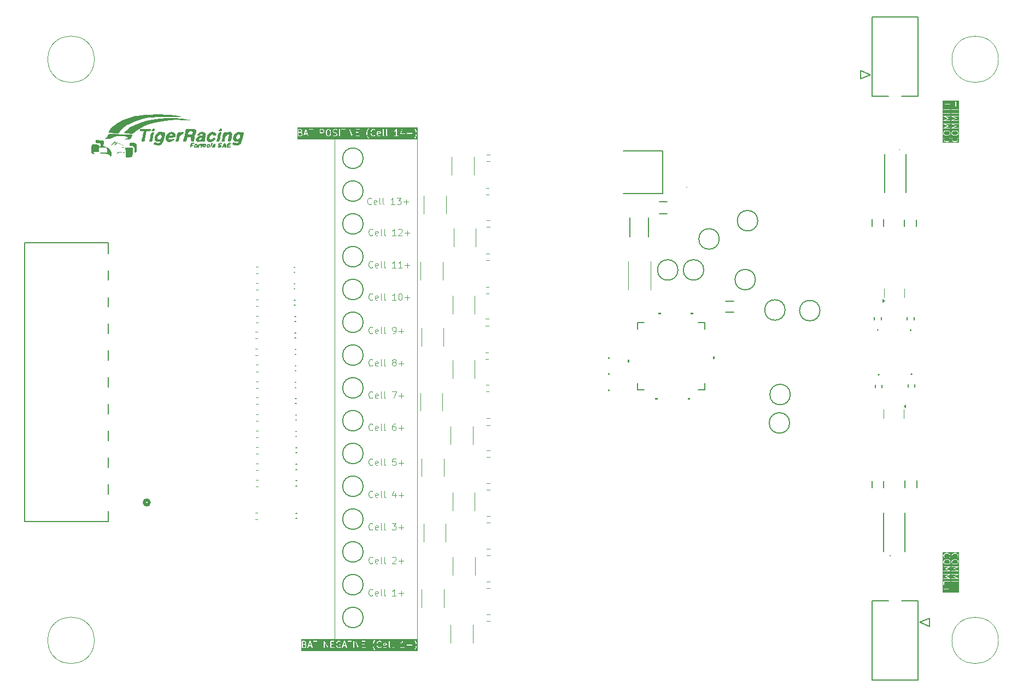
<source format=gbr>
%TF.GenerationSoftware,KiCad,Pcbnew,8.0.7*%
%TF.CreationDate,2025-02-10T22:10:37-06:00*%
%TF.ProjectId,Project63_BMS_DaughterBoard,50726f6a-6563-4743-9633-5f424d535f44,rev?*%
%TF.SameCoordinates,Original*%
%TF.FileFunction,Legend,Top*%
%TF.FilePolarity,Positive*%
%FSLAX46Y46*%
G04 Gerber Fmt 4.6, Leading zero omitted, Abs format (unit mm)*
G04 Created by KiCad (PCBNEW 8.0.7) date 2025-02-10 22:10:37*
%MOMM*%
%LPD*%
G01*
G04 APERTURE LIST*
%ADD10C,0.100000*%
%ADD11C,0.125000*%
%ADD12C,0.120000*%
%ADD13C,0.127000*%
%ADD14C,0.152400*%
%ADD15C,0.000000*%
%ADD16C,0.200000*%
%ADD17C,0.508000*%
G04 APERTURE END LIST*
D10*
X123600000Y-50600000D02*
X123600000Y-131600000D01*
X73605551Y-130000000D02*
G75*
G02*
X66394449Y-130000000I-3605551J0D01*
G01*
X66394449Y-130000000D02*
G75*
G02*
X73605551Y-130000000I3605551J0D01*
G01*
X110800000Y-52400000D02*
X110800000Y-130300000D01*
X213605551Y-40000000D02*
G75*
G02*
X206394449Y-40000000I-3605551J0D01*
G01*
X206394449Y-40000000D02*
G75*
G02*
X213605551Y-40000000I3605551J0D01*
G01*
X213605551Y-130000000D02*
G75*
G02*
X206394449Y-130000000I-3605551J0D01*
G01*
X206394449Y-130000000D02*
G75*
G02*
X213605551Y-130000000I3605551J0D01*
G01*
X73605551Y-40000000D02*
G75*
G02*
X66394449Y-40000000I-3605551J0D01*
G01*
X66394449Y-40000000D02*
G75*
G02*
X73605551Y-40000000I3605551J0D01*
G01*
D11*
X116691759Y-117975880D02*
X116644140Y-118023500D01*
X116644140Y-118023500D02*
X116501283Y-118071119D01*
X116501283Y-118071119D02*
X116406045Y-118071119D01*
X116406045Y-118071119D02*
X116263188Y-118023500D01*
X116263188Y-118023500D02*
X116167950Y-117928261D01*
X116167950Y-117928261D02*
X116120331Y-117833023D01*
X116120331Y-117833023D02*
X116072712Y-117642547D01*
X116072712Y-117642547D02*
X116072712Y-117499690D01*
X116072712Y-117499690D02*
X116120331Y-117309214D01*
X116120331Y-117309214D02*
X116167950Y-117213976D01*
X116167950Y-117213976D02*
X116263188Y-117118738D01*
X116263188Y-117118738D02*
X116406045Y-117071119D01*
X116406045Y-117071119D02*
X116501283Y-117071119D01*
X116501283Y-117071119D02*
X116644140Y-117118738D01*
X116644140Y-117118738D02*
X116691759Y-117166357D01*
X117501283Y-118023500D02*
X117406045Y-118071119D01*
X117406045Y-118071119D02*
X117215569Y-118071119D01*
X117215569Y-118071119D02*
X117120331Y-118023500D01*
X117120331Y-118023500D02*
X117072712Y-117928261D01*
X117072712Y-117928261D02*
X117072712Y-117547309D01*
X117072712Y-117547309D02*
X117120331Y-117452071D01*
X117120331Y-117452071D02*
X117215569Y-117404452D01*
X117215569Y-117404452D02*
X117406045Y-117404452D01*
X117406045Y-117404452D02*
X117501283Y-117452071D01*
X117501283Y-117452071D02*
X117548902Y-117547309D01*
X117548902Y-117547309D02*
X117548902Y-117642547D01*
X117548902Y-117642547D02*
X117072712Y-117737785D01*
X118120331Y-118071119D02*
X118025093Y-118023500D01*
X118025093Y-118023500D02*
X117977474Y-117928261D01*
X117977474Y-117928261D02*
X117977474Y-117071119D01*
X118644141Y-118071119D02*
X118548903Y-118023500D01*
X118548903Y-118023500D02*
X118501284Y-117928261D01*
X118501284Y-117928261D02*
X118501284Y-117071119D01*
X119739380Y-117166357D02*
X119786999Y-117118738D01*
X119786999Y-117118738D02*
X119882237Y-117071119D01*
X119882237Y-117071119D02*
X120120332Y-117071119D01*
X120120332Y-117071119D02*
X120215570Y-117118738D01*
X120215570Y-117118738D02*
X120263189Y-117166357D01*
X120263189Y-117166357D02*
X120310808Y-117261595D01*
X120310808Y-117261595D02*
X120310808Y-117356833D01*
X120310808Y-117356833D02*
X120263189Y-117499690D01*
X120263189Y-117499690D02*
X119691761Y-118071119D01*
X119691761Y-118071119D02*
X120310808Y-118071119D01*
X120739380Y-117690166D02*
X121501285Y-117690166D01*
X121120332Y-118071119D02*
X121120332Y-117309214D01*
D10*
G36*
X207209161Y-117599032D02*
G01*
X207288867Y-117678738D01*
X207327580Y-117756163D01*
X207327580Y-117923032D01*
X207288867Y-118000457D01*
X207209161Y-118080163D01*
X207038092Y-118122931D01*
X206717069Y-118122931D01*
X206545999Y-118080163D01*
X206466292Y-118000456D01*
X206427580Y-117923032D01*
X206427580Y-117756163D01*
X206466292Y-117678739D01*
X206545999Y-117599032D01*
X206717069Y-117556265D01*
X207038092Y-117556265D01*
X207209161Y-117599032D01*
G37*
G36*
X207538691Y-122615951D02*
G01*
X206216469Y-122615951D01*
X206216469Y-121696741D01*
X206708533Y-121696741D01*
X206708533Y-122458646D01*
X206712339Y-122477780D01*
X206739399Y-122504840D01*
X206777667Y-122504840D01*
X206804727Y-122477780D01*
X206808533Y-122458646D01*
X206808533Y-121696741D01*
X206804727Y-121677607D01*
X206777667Y-121650547D01*
X206739399Y-121650547D01*
X206712339Y-121677607D01*
X206708533Y-121696741D01*
X206216469Y-121696741D01*
X206216469Y-120887217D01*
X206327580Y-120887217D01*
X206327580Y-121363407D01*
X206331386Y-121382541D01*
X206358446Y-121409601D01*
X206396714Y-121409601D01*
X206423774Y-121382541D01*
X206427580Y-121363407D01*
X206427580Y-120937217D01*
X207377580Y-120937217D01*
X207396714Y-120933411D01*
X207423774Y-120906351D01*
X207423774Y-120868083D01*
X207396714Y-120841023D01*
X207377580Y-120837217D01*
X206377580Y-120837217D01*
X206358446Y-120841023D01*
X206331386Y-120868083D01*
X206327580Y-120887217D01*
X206216469Y-120887217D01*
X206216469Y-119725226D01*
X206331386Y-119725226D01*
X206331386Y-119763494D01*
X206358446Y-119790554D01*
X206377580Y-119794360D01*
X207152202Y-119794360D01*
X206642151Y-120032384D01*
X206631761Y-120040006D01*
X206629526Y-120040819D01*
X206628939Y-120042076D01*
X206626421Y-120043924D01*
X206620576Y-120059996D01*
X206613343Y-120075497D01*
X206614141Y-120077693D01*
X206613343Y-120079889D01*
X206620576Y-120095389D01*
X206626421Y-120111462D01*
X206628939Y-120113309D01*
X206629526Y-120114567D01*
X206631761Y-120115379D01*
X206642151Y-120123002D01*
X207152202Y-120361026D01*
X206377580Y-120361026D01*
X206358446Y-120364832D01*
X206331386Y-120391892D01*
X206331386Y-120430160D01*
X206358446Y-120457220D01*
X206377580Y-120461026D01*
X207377580Y-120461026D01*
X207396714Y-120457220D01*
X207402996Y-120450937D01*
X207411349Y-120447900D01*
X207415999Y-120437934D01*
X207423774Y-120430160D01*
X207423774Y-120421274D01*
X207427532Y-120413222D01*
X207423774Y-120402887D01*
X207423774Y-120391892D01*
X207417491Y-120385609D01*
X207414454Y-120377257D01*
X207398725Y-120365717D01*
X206781529Y-120077693D01*
X207398725Y-119789669D01*
X207414454Y-119778129D01*
X207417491Y-119769776D01*
X207423774Y-119763494D01*
X207423774Y-119752498D01*
X207427532Y-119742164D01*
X207423774Y-119734111D01*
X207423774Y-119725226D01*
X207415999Y-119717451D01*
X207411349Y-119707486D01*
X207402996Y-119704448D01*
X207396714Y-119698166D01*
X207377580Y-119694360D01*
X206377580Y-119694360D01*
X206358446Y-119698166D01*
X206331386Y-119725226D01*
X206216469Y-119725226D01*
X206216469Y-118582369D01*
X206331386Y-118582369D01*
X206331386Y-118620637D01*
X206358446Y-118647697D01*
X206377580Y-118651503D01*
X207152202Y-118651503D01*
X206642151Y-118889527D01*
X206631761Y-118897149D01*
X206629526Y-118897962D01*
X206628939Y-118899219D01*
X206626421Y-118901067D01*
X206620576Y-118917139D01*
X206613343Y-118932640D01*
X206614141Y-118934836D01*
X206613343Y-118937032D01*
X206620576Y-118952532D01*
X206626421Y-118968605D01*
X206628939Y-118970452D01*
X206629526Y-118971710D01*
X206631761Y-118972522D01*
X206642151Y-118980145D01*
X207152202Y-119218169D01*
X206377580Y-119218169D01*
X206358446Y-119221975D01*
X206331386Y-119249035D01*
X206331386Y-119287303D01*
X206358446Y-119314363D01*
X206377580Y-119318169D01*
X207377580Y-119318169D01*
X207396714Y-119314363D01*
X207402996Y-119308080D01*
X207411349Y-119305043D01*
X207415999Y-119295077D01*
X207423774Y-119287303D01*
X207423774Y-119278417D01*
X207427532Y-119270365D01*
X207423774Y-119260030D01*
X207423774Y-119249035D01*
X207417491Y-119242752D01*
X207414454Y-119234400D01*
X207398725Y-119222860D01*
X206781529Y-118934836D01*
X207398725Y-118646812D01*
X207414454Y-118635272D01*
X207417491Y-118626919D01*
X207423774Y-118620637D01*
X207423774Y-118609641D01*
X207427532Y-118599307D01*
X207423774Y-118591254D01*
X207423774Y-118582369D01*
X207415999Y-118574594D01*
X207411349Y-118564629D01*
X207402996Y-118561591D01*
X207396714Y-118555309D01*
X207377580Y-118551503D01*
X206377580Y-118551503D01*
X206358446Y-118555309D01*
X206331386Y-118582369D01*
X206216469Y-118582369D01*
X206216469Y-117744360D01*
X206327580Y-117744360D01*
X206327580Y-117934836D01*
X206328068Y-117937292D01*
X206327706Y-117938381D01*
X206329822Y-117946108D01*
X206331386Y-117953970D01*
X206332197Y-117954781D01*
X206332859Y-117957197D01*
X206380479Y-118052435D01*
X206385394Y-118058769D01*
X206389845Y-118065429D01*
X206485083Y-118160667D01*
X206489585Y-118163675D01*
X206490672Y-118165486D01*
X206496210Y-118168102D01*
X206501304Y-118171506D01*
X206503415Y-118171506D01*
X206508311Y-118173819D01*
X206698787Y-118221438D01*
X206704904Y-118221735D01*
X206710914Y-118222931D01*
X207044247Y-118222931D01*
X207050256Y-118221735D01*
X207056374Y-118221438D01*
X207246850Y-118173819D01*
X207251746Y-118171506D01*
X207253857Y-118171506D01*
X207258950Y-118168102D01*
X207264489Y-118165486D01*
X207265575Y-118163675D01*
X207270078Y-118160667D01*
X207365316Y-118065429D01*
X207369766Y-118058769D01*
X207374682Y-118052435D01*
X207422301Y-117957197D01*
X207422962Y-117954781D01*
X207423774Y-117953970D01*
X207425337Y-117946108D01*
X207427454Y-117938381D01*
X207427091Y-117937292D01*
X207427580Y-117934836D01*
X207427580Y-117744360D01*
X207427091Y-117741903D01*
X207427454Y-117740815D01*
X207425337Y-117733087D01*
X207423774Y-117725226D01*
X207422962Y-117724414D01*
X207422301Y-117721999D01*
X207374682Y-117626761D01*
X207369766Y-117620426D01*
X207365316Y-117613767D01*
X207270078Y-117518529D01*
X207265575Y-117515520D01*
X207264489Y-117513710D01*
X207258950Y-117511093D01*
X207253857Y-117507690D01*
X207251746Y-117507690D01*
X207246850Y-117505377D01*
X207056374Y-117457758D01*
X207050256Y-117457460D01*
X207044247Y-117456265D01*
X206710914Y-117456265D01*
X206704904Y-117457460D01*
X206698787Y-117457758D01*
X206508311Y-117505377D01*
X206503415Y-117507690D01*
X206501304Y-117507690D01*
X206496210Y-117511093D01*
X206490672Y-117513710D01*
X206489585Y-117515520D01*
X206485083Y-117518529D01*
X206389845Y-117613767D01*
X206385394Y-117620426D01*
X206380479Y-117626761D01*
X206332859Y-117721999D01*
X206332197Y-117724414D01*
X206331386Y-117725226D01*
X206329822Y-117733087D01*
X206327706Y-117740815D01*
X206328068Y-117741903D01*
X206327580Y-117744360D01*
X206216469Y-117744360D01*
X206216469Y-116839598D01*
X206327580Y-116839598D01*
X206327580Y-116934836D01*
X206329143Y-116942697D01*
X206330146Y-116950648D01*
X206377766Y-117093505D01*
X206379006Y-117095680D01*
X206379006Y-117096827D01*
X206383455Y-117103485D01*
X206387427Y-117110453D01*
X206388454Y-117110966D01*
X206389845Y-117113048D01*
X206437463Y-117160667D01*
X206453684Y-117171506D01*
X206491953Y-117171506D01*
X206519013Y-117144446D01*
X206519013Y-117106177D01*
X206508174Y-117089956D01*
X206468901Y-117050684D01*
X206427580Y-116926721D01*
X206427580Y-116847712D01*
X206468901Y-116723749D01*
X206550054Y-116642596D01*
X206633128Y-116601059D01*
X206812307Y-116556265D01*
X206942854Y-116556265D01*
X207122034Y-116601060D01*
X207205106Y-116642596D01*
X207286259Y-116723749D01*
X207327580Y-116847711D01*
X207327580Y-116926723D01*
X207286259Y-117050683D01*
X207246987Y-117089957D01*
X207236148Y-117106178D01*
X207236148Y-117144446D01*
X207263208Y-117171506D01*
X207301476Y-117171506D01*
X207317697Y-117160667D01*
X207365316Y-117113049D01*
X207366707Y-117110966D01*
X207367734Y-117110453D01*
X207371700Y-117103494D01*
X207376155Y-117096828D01*
X207376155Y-117095679D01*
X207377395Y-117093504D01*
X207425014Y-116950648D01*
X207426016Y-116942697D01*
X207427580Y-116934836D01*
X207427580Y-116839598D01*
X207426016Y-116831736D01*
X207425014Y-116823786D01*
X207377395Y-116680930D01*
X207376155Y-116678754D01*
X207376155Y-116677607D01*
X207371704Y-116670946D01*
X207367734Y-116663981D01*
X207366706Y-116663467D01*
X207365316Y-116661386D01*
X207270078Y-116566148D01*
X207263416Y-116561696D01*
X207257083Y-116556781D01*
X207161846Y-116509163D01*
X207156564Y-116507716D01*
X207151612Y-116505377D01*
X206961136Y-116457758D01*
X206955018Y-116457460D01*
X206949009Y-116456265D01*
X206806152Y-116456265D01*
X206800142Y-116457460D01*
X206794025Y-116457758D01*
X206603549Y-116505377D01*
X206598596Y-116507716D01*
X206593315Y-116509163D01*
X206498077Y-116556782D01*
X206491742Y-116561697D01*
X206485083Y-116566148D01*
X206389845Y-116661386D01*
X206388454Y-116663467D01*
X206387427Y-116663981D01*
X206383455Y-116670948D01*
X206379006Y-116677607D01*
X206379006Y-116678753D01*
X206377766Y-116680929D01*
X206330146Y-116823786D01*
X206329143Y-116831736D01*
X206327580Y-116839598D01*
X206216469Y-116839598D01*
X206216469Y-116345154D01*
X207538691Y-116345154D01*
X207538691Y-122615951D01*
G37*
D11*
X116691759Y-82375880D02*
X116644140Y-82423500D01*
X116644140Y-82423500D02*
X116501283Y-82471119D01*
X116501283Y-82471119D02*
X116406045Y-82471119D01*
X116406045Y-82471119D02*
X116263188Y-82423500D01*
X116263188Y-82423500D02*
X116167950Y-82328261D01*
X116167950Y-82328261D02*
X116120331Y-82233023D01*
X116120331Y-82233023D02*
X116072712Y-82042547D01*
X116072712Y-82042547D02*
X116072712Y-81899690D01*
X116072712Y-81899690D02*
X116120331Y-81709214D01*
X116120331Y-81709214D02*
X116167950Y-81613976D01*
X116167950Y-81613976D02*
X116263188Y-81518738D01*
X116263188Y-81518738D02*
X116406045Y-81471119D01*
X116406045Y-81471119D02*
X116501283Y-81471119D01*
X116501283Y-81471119D02*
X116644140Y-81518738D01*
X116644140Y-81518738D02*
X116691759Y-81566357D01*
X117501283Y-82423500D02*
X117406045Y-82471119D01*
X117406045Y-82471119D02*
X117215569Y-82471119D01*
X117215569Y-82471119D02*
X117120331Y-82423500D01*
X117120331Y-82423500D02*
X117072712Y-82328261D01*
X117072712Y-82328261D02*
X117072712Y-81947309D01*
X117072712Y-81947309D02*
X117120331Y-81852071D01*
X117120331Y-81852071D02*
X117215569Y-81804452D01*
X117215569Y-81804452D02*
X117406045Y-81804452D01*
X117406045Y-81804452D02*
X117501283Y-81852071D01*
X117501283Y-81852071D02*
X117548902Y-81947309D01*
X117548902Y-81947309D02*
X117548902Y-82042547D01*
X117548902Y-82042547D02*
X117072712Y-82137785D01*
X118120331Y-82471119D02*
X118025093Y-82423500D01*
X118025093Y-82423500D02*
X117977474Y-82328261D01*
X117977474Y-82328261D02*
X117977474Y-81471119D01*
X118644141Y-82471119D02*
X118548903Y-82423500D01*
X118548903Y-82423500D02*
X118501284Y-82328261D01*
X118501284Y-82328261D02*
X118501284Y-81471119D01*
X119834618Y-82471119D02*
X120025094Y-82471119D01*
X120025094Y-82471119D02*
X120120332Y-82423500D01*
X120120332Y-82423500D02*
X120167951Y-82375880D01*
X120167951Y-82375880D02*
X120263189Y-82233023D01*
X120263189Y-82233023D02*
X120310808Y-82042547D01*
X120310808Y-82042547D02*
X120310808Y-81661595D01*
X120310808Y-81661595D02*
X120263189Y-81566357D01*
X120263189Y-81566357D02*
X120215570Y-81518738D01*
X120215570Y-81518738D02*
X120120332Y-81471119D01*
X120120332Y-81471119D02*
X119929856Y-81471119D01*
X119929856Y-81471119D02*
X119834618Y-81518738D01*
X119834618Y-81518738D02*
X119786999Y-81566357D01*
X119786999Y-81566357D02*
X119739380Y-81661595D01*
X119739380Y-81661595D02*
X119739380Y-81899690D01*
X119739380Y-81899690D02*
X119786999Y-81994928D01*
X119786999Y-81994928D02*
X119834618Y-82042547D01*
X119834618Y-82042547D02*
X119929856Y-82090166D01*
X119929856Y-82090166D02*
X120120332Y-82090166D01*
X120120332Y-82090166D02*
X120215570Y-82042547D01*
X120215570Y-82042547D02*
X120263189Y-81994928D01*
X120263189Y-81994928D02*
X120310808Y-81899690D01*
X120739380Y-82090166D02*
X121501285Y-82090166D01*
X121120332Y-82471119D02*
X121120332Y-81709214D01*
X116691759Y-87375880D02*
X116644140Y-87423500D01*
X116644140Y-87423500D02*
X116501283Y-87471119D01*
X116501283Y-87471119D02*
X116406045Y-87471119D01*
X116406045Y-87471119D02*
X116263188Y-87423500D01*
X116263188Y-87423500D02*
X116167950Y-87328261D01*
X116167950Y-87328261D02*
X116120331Y-87233023D01*
X116120331Y-87233023D02*
X116072712Y-87042547D01*
X116072712Y-87042547D02*
X116072712Y-86899690D01*
X116072712Y-86899690D02*
X116120331Y-86709214D01*
X116120331Y-86709214D02*
X116167950Y-86613976D01*
X116167950Y-86613976D02*
X116263188Y-86518738D01*
X116263188Y-86518738D02*
X116406045Y-86471119D01*
X116406045Y-86471119D02*
X116501283Y-86471119D01*
X116501283Y-86471119D02*
X116644140Y-86518738D01*
X116644140Y-86518738D02*
X116691759Y-86566357D01*
X117501283Y-87423500D02*
X117406045Y-87471119D01*
X117406045Y-87471119D02*
X117215569Y-87471119D01*
X117215569Y-87471119D02*
X117120331Y-87423500D01*
X117120331Y-87423500D02*
X117072712Y-87328261D01*
X117072712Y-87328261D02*
X117072712Y-86947309D01*
X117072712Y-86947309D02*
X117120331Y-86852071D01*
X117120331Y-86852071D02*
X117215569Y-86804452D01*
X117215569Y-86804452D02*
X117406045Y-86804452D01*
X117406045Y-86804452D02*
X117501283Y-86852071D01*
X117501283Y-86852071D02*
X117548902Y-86947309D01*
X117548902Y-86947309D02*
X117548902Y-87042547D01*
X117548902Y-87042547D02*
X117072712Y-87137785D01*
X118120331Y-87471119D02*
X118025093Y-87423500D01*
X118025093Y-87423500D02*
X117977474Y-87328261D01*
X117977474Y-87328261D02*
X117977474Y-86471119D01*
X118644141Y-87471119D02*
X118548903Y-87423500D01*
X118548903Y-87423500D02*
X118501284Y-87328261D01*
X118501284Y-87328261D02*
X118501284Y-86471119D01*
X119929856Y-86899690D02*
X119834618Y-86852071D01*
X119834618Y-86852071D02*
X119786999Y-86804452D01*
X119786999Y-86804452D02*
X119739380Y-86709214D01*
X119739380Y-86709214D02*
X119739380Y-86661595D01*
X119739380Y-86661595D02*
X119786999Y-86566357D01*
X119786999Y-86566357D02*
X119834618Y-86518738D01*
X119834618Y-86518738D02*
X119929856Y-86471119D01*
X119929856Y-86471119D02*
X120120332Y-86471119D01*
X120120332Y-86471119D02*
X120215570Y-86518738D01*
X120215570Y-86518738D02*
X120263189Y-86566357D01*
X120263189Y-86566357D02*
X120310808Y-86661595D01*
X120310808Y-86661595D02*
X120310808Y-86709214D01*
X120310808Y-86709214D02*
X120263189Y-86804452D01*
X120263189Y-86804452D02*
X120215570Y-86852071D01*
X120215570Y-86852071D02*
X120120332Y-86899690D01*
X120120332Y-86899690D02*
X119929856Y-86899690D01*
X119929856Y-86899690D02*
X119834618Y-86947309D01*
X119834618Y-86947309D02*
X119786999Y-86994928D01*
X119786999Y-86994928D02*
X119739380Y-87090166D01*
X119739380Y-87090166D02*
X119739380Y-87280642D01*
X119739380Y-87280642D02*
X119786999Y-87375880D01*
X119786999Y-87375880D02*
X119834618Y-87423500D01*
X119834618Y-87423500D02*
X119929856Y-87471119D01*
X119929856Y-87471119D02*
X120120332Y-87471119D01*
X120120332Y-87471119D02*
X120215570Y-87423500D01*
X120215570Y-87423500D02*
X120263189Y-87375880D01*
X120263189Y-87375880D02*
X120310808Y-87280642D01*
X120310808Y-87280642D02*
X120310808Y-87090166D01*
X120310808Y-87090166D02*
X120263189Y-86994928D01*
X120263189Y-86994928D02*
X120215570Y-86947309D01*
X120215570Y-86947309D02*
X120120332Y-86899690D01*
X120739380Y-87090166D02*
X121501285Y-87090166D01*
X121120332Y-87471119D02*
X121120332Y-86709214D01*
X116691759Y-77175880D02*
X116644140Y-77223500D01*
X116644140Y-77223500D02*
X116501283Y-77271119D01*
X116501283Y-77271119D02*
X116406045Y-77271119D01*
X116406045Y-77271119D02*
X116263188Y-77223500D01*
X116263188Y-77223500D02*
X116167950Y-77128261D01*
X116167950Y-77128261D02*
X116120331Y-77033023D01*
X116120331Y-77033023D02*
X116072712Y-76842547D01*
X116072712Y-76842547D02*
X116072712Y-76699690D01*
X116072712Y-76699690D02*
X116120331Y-76509214D01*
X116120331Y-76509214D02*
X116167950Y-76413976D01*
X116167950Y-76413976D02*
X116263188Y-76318738D01*
X116263188Y-76318738D02*
X116406045Y-76271119D01*
X116406045Y-76271119D02*
X116501283Y-76271119D01*
X116501283Y-76271119D02*
X116644140Y-76318738D01*
X116644140Y-76318738D02*
X116691759Y-76366357D01*
X117501283Y-77223500D02*
X117406045Y-77271119D01*
X117406045Y-77271119D02*
X117215569Y-77271119D01*
X117215569Y-77271119D02*
X117120331Y-77223500D01*
X117120331Y-77223500D02*
X117072712Y-77128261D01*
X117072712Y-77128261D02*
X117072712Y-76747309D01*
X117072712Y-76747309D02*
X117120331Y-76652071D01*
X117120331Y-76652071D02*
X117215569Y-76604452D01*
X117215569Y-76604452D02*
X117406045Y-76604452D01*
X117406045Y-76604452D02*
X117501283Y-76652071D01*
X117501283Y-76652071D02*
X117548902Y-76747309D01*
X117548902Y-76747309D02*
X117548902Y-76842547D01*
X117548902Y-76842547D02*
X117072712Y-76937785D01*
X118120331Y-77271119D02*
X118025093Y-77223500D01*
X118025093Y-77223500D02*
X117977474Y-77128261D01*
X117977474Y-77128261D02*
X117977474Y-76271119D01*
X118644141Y-77271119D02*
X118548903Y-77223500D01*
X118548903Y-77223500D02*
X118501284Y-77128261D01*
X118501284Y-77128261D02*
X118501284Y-76271119D01*
X120310808Y-77271119D02*
X119739380Y-77271119D01*
X120025094Y-77271119D02*
X120025094Y-76271119D01*
X120025094Y-76271119D02*
X119929856Y-76413976D01*
X119929856Y-76413976D02*
X119834618Y-76509214D01*
X119834618Y-76509214D02*
X119739380Y-76556833D01*
X120929856Y-76271119D02*
X121025094Y-76271119D01*
X121025094Y-76271119D02*
X121120332Y-76318738D01*
X121120332Y-76318738D02*
X121167951Y-76366357D01*
X121167951Y-76366357D02*
X121215570Y-76461595D01*
X121215570Y-76461595D02*
X121263189Y-76652071D01*
X121263189Y-76652071D02*
X121263189Y-76890166D01*
X121263189Y-76890166D02*
X121215570Y-77080642D01*
X121215570Y-77080642D02*
X121167951Y-77175880D01*
X121167951Y-77175880D02*
X121120332Y-77223500D01*
X121120332Y-77223500D02*
X121025094Y-77271119D01*
X121025094Y-77271119D02*
X120929856Y-77271119D01*
X120929856Y-77271119D02*
X120834618Y-77223500D01*
X120834618Y-77223500D02*
X120786999Y-77175880D01*
X120786999Y-77175880D02*
X120739380Y-77080642D01*
X120739380Y-77080642D02*
X120691761Y-76890166D01*
X120691761Y-76890166D02*
X120691761Y-76652071D01*
X120691761Y-76652071D02*
X120739380Y-76461595D01*
X120739380Y-76461595D02*
X120786999Y-76366357D01*
X120786999Y-76366357D02*
X120834618Y-76318738D01*
X120834618Y-76318738D02*
X120929856Y-76271119D01*
X121691761Y-76890166D02*
X122453666Y-76890166D01*
X122072713Y-77271119D02*
X122072713Y-76509214D01*
X116691759Y-67175880D02*
X116644140Y-67223500D01*
X116644140Y-67223500D02*
X116501283Y-67271119D01*
X116501283Y-67271119D02*
X116406045Y-67271119D01*
X116406045Y-67271119D02*
X116263188Y-67223500D01*
X116263188Y-67223500D02*
X116167950Y-67128261D01*
X116167950Y-67128261D02*
X116120331Y-67033023D01*
X116120331Y-67033023D02*
X116072712Y-66842547D01*
X116072712Y-66842547D02*
X116072712Y-66699690D01*
X116072712Y-66699690D02*
X116120331Y-66509214D01*
X116120331Y-66509214D02*
X116167950Y-66413976D01*
X116167950Y-66413976D02*
X116263188Y-66318738D01*
X116263188Y-66318738D02*
X116406045Y-66271119D01*
X116406045Y-66271119D02*
X116501283Y-66271119D01*
X116501283Y-66271119D02*
X116644140Y-66318738D01*
X116644140Y-66318738D02*
X116691759Y-66366357D01*
X117501283Y-67223500D02*
X117406045Y-67271119D01*
X117406045Y-67271119D02*
X117215569Y-67271119D01*
X117215569Y-67271119D02*
X117120331Y-67223500D01*
X117120331Y-67223500D02*
X117072712Y-67128261D01*
X117072712Y-67128261D02*
X117072712Y-66747309D01*
X117072712Y-66747309D02*
X117120331Y-66652071D01*
X117120331Y-66652071D02*
X117215569Y-66604452D01*
X117215569Y-66604452D02*
X117406045Y-66604452D01*
X117406045Y-66604452D02*
X117501283Y-66652071D01*
X117501283Y-66652071D02*
X117548902Y-66747309D01*
X117548902Y-66747309D02*
X117548902Y-66842547D01*
X117548902Y-66842547D02*
X117072712Y-66937785D01*
X118120331Y-67271119D02*
X118025093Y-67223500D01*
X118025093Y-67223500D02*
X117977474Y-67128261D01*
X117977474Y-67128261D02*
X117977474Y-66271119D01*
X118644141Y-67271119D02*
X118548903Y-67223500D01*
X118548903Y-67223500D02*
X118501284Y-67128261D01*
X118501284Y-67128261D02*
X118501284Y-66271119D01*
X120310808Y-67271119D02*
X119739380Y-67271119D01*
X120025094Y-67271119D02*
X120025094Y-66271119D01*
X120025094Y-66271119D02*
X119929856Y-66413976D01*
X119929856Y-66413976D02*
X119834618Y-66509214D01*
X119834618Y-66509214D02*
X119739380Y-66556833D01*
X120691761Y-66366357D02*
X120739380Y-66318738D01*
X120739380Y-66318738D02*
X120834618Y-66271119D01*
X120834618Y-66271119D02*
X121072713Y-66271119D01*
X121072713Y-66271119D02*
X121167951Y-66318738D01*
X121167951Y-66318738D02*
X121215570Y-66366357D01*
X121215570Y-66366357D02*
X121263189Y-66461595D01*
X121263189Y-66461595D02*
X121263189Y-66556833D01*
X121263189Y-66556833D02*
X121215570Y-66699690D01*
X121215570Y-66699690D02*
X120644142Y-67271119D01*
X120644142Y-67271119D02*
X121263189Y-67271119D01*
X121691761Y-66890166D02*
X122453666Y-66890166D01*
X122072713Y-67271119D02*
X122072713Y-66509214D01*
X116691759Y-102775880D02*
X116644140Y-102823500D01*
X116644140Y-102823500D02*
X116501283Y-102871119D01*
X116501283Y-102871119D02*
X116406045Y-102871119D01*
X116406045Y-102871119D02*
X116263188Y-102823500D01*
X116263188Y-102823500D02*
X116167950Y-102728261D01*
X116167950Y-102728261D02*
X116120331Y-102633023D01*
X116120331Y-102633023D02*
X116072712Y-102442547D01*
X116072712Y-102442547D02*
X116072712Y-102299690D01*
X116072712Y-102299690D02*
X116120331Y-102109214D01*
X116120331Y-102109214D02*
X116167950Y-102013976D01*
X116167950Y-102013976D02*
X116263188Y-101918738D01*
X116263188Y-101918738D02*
X116406045Y-101871119D01*
X116406045Y-101871119D02*
X116501283Y-101871119D01*
X116501283Y-101871119D02*
X116644140Y-101918738D01*
X116644140Y-101918738D02*
X116691759Y-101966357D01*
X117501283Y-102823500D02*
X117406045Y-102871119D01*
X117406045Y-102871119D02*
X117215569Y-102871119D01*
X117215569Y-102871119D02*
X117120331Y-102823500D01*
X117120331Y-102823500D02*
X117072712Y-102728261D01*
X117072712Y-102728261D02*
X117072712Y-102347309D01*
X117072712Y-102347309D02*
X117120331Y-102252071D01*
X117120331Y-102252071D02*
X117215569Y-102204452D01*
X117215569Y-102204452D02*
X117406045Y-102204452D01*
X117406045Y-102204452D02*
X117501283Y-102252071D01*
X117501283Y-102252071D02*
X117548902Y-102347309D01*
X117548902Y-102347309D02*
X117548902Y-102442547D01*
X117548902Y-102442547D02*
X117072712Y-102537785D01*
X118120331Y-102871119D02*
X118025093Y-102823500D01*
X118025093Y-102823500D02*
X117977474Y-102728261D01*
X117977474Y-102728261D02*
X117977474Y-101871119D01*
X118644141Y-102871119D02*
X118548903Y-102823500D01*
X118548903Y-102823500D02*
X118501284Y-102728261D01*
X118501284Y-102728261D02*
X118501284Y-101871119D01*
X120263189Y-101871119D02*
X119786999Y-101871119D01*
X119786999Y-101871119D02*
X119739380Y-102347309D01*
X119739380Y-102347309D02*
X119786999Y-102299690D01*
X119786999Y-102299690D02*
X119882237Y-102252071D01*
X119882237Y-102252071D02*
X120120332Y-102252071D01*
X120120332Y-102252071D02*
X120215570Y-102299690D01*
X120215570Y-102299690D02*
X120263189Y-102347309D01*
X120263189Y-102347309D02*
X120310808Y-102442547D01*
X120310808Y-102442547D02*
X120310808Y-102680642D01*
X120310808Y-102680642D02*
X120263189Y-102775880D01*
X120263189Y-102775880D02*
X120215570Y-102823500D01*
X120215570Y-102823500D02*
X120120332Y-102871119D01*
X120120332Y-102871119D02*
X119882237Y-102871119D01*
X119882237Y-102871119D02*
X119786999Y-102823500D01*
X119786999Y-102823500D02*
X119739380Y-102775880D01*
X120739380Y-102490166D02*
X121501285Y-102490166D01*
X121120332Y-102871119D02*
X121120332Y-102109214D01*
X116691759Y-112775880D02*
X116644140Y-112823500D01*
X116644140Y-112823500D02*
X116501283Y-112871119D01*
X116501283Y-112871119D02*
X116406045Y-112871119D01*
X116406045Y-112871119D02*
X116263188Y-112823500D01*
X116263188Y-112823500D02*
X116167950Y-112728261D01*
X116167950Y-112728261D02*
X116120331Y-112633023D01*
X116120331Y-112633023D02*
X116072712Y-112442547D01*
X116072712Y-112442547D02*
X116072712Y-112299690D01*
X116072712Y-112299690D02*
X116120331Y-112109214D01*
X116120331Y-112109214D02*
X116167950Y-112013976D01*
X116167950Y-112013976D02*
X116263188Y-111918738D01*
X116263188Y-111918738D02*
X116406045Y-111871119D01*
X116406045Y-111871119D02*
X116501283Y-111871119D01*
X116501283Y-111871119D02*
X116644140Y-111918738D01*
X116644140Y-111918738D02*
X116691759Y-111966357D01*
X117501283Y-112823500D02*
X117406045Y-112871119D01*
X117406045Y-112871119D02*
X117215569Y-112871119D01*
X117215569Y-112871119D02*
X117120331Y-112823500D01*
X117120331Y-112823500D02*
X117072712Y-112728261D01*
X117072712Y-112728261D02*
X117072712Y-112347309D01*
X117072712Y-112347309D02*
X117120331Y-112252071D01*
X117120331Y-112252071D02*
X117215569Y-112204452D01*
X117215569Y-112204452D02*
X117406045Y-112204452D01*
X117406045Y-112204452D02*
X117501283Y-112252071D01*
X117501283Y-112252071D02*
X117548902Y-112347309D01*
X117548902Y-112347309D02*
X117548902Y-112442547D01*
X117548902Y-112442547D02*
X117072712Y-112537785D01*
X118120331Y-112871119D02*
X118025093Y-112823500D01*
X118025093Y-112823500D02*
X117977474Y-112728261D01*
X117977474Y-112728261D02*
X117977474Y-111871119D01*
X118644141Y-112871119D02*
X118548903Y-112823500D01*
X118548903Y-112823500D02*
X118501284Y-112728261D01*
X118501284Y-112728261D02*
X118501284Y-111871119D01*
X119691761Y-111871119D02*
X120310808Y-111871119D01*
X120310808Y-111871119D02*
X119977475Y-112252071D01*
X119977475Y-112252071D02*
X120120332Y-112252071D01*
X120120332Y-112252071D02*
X120215570Y-112299690D01*
X120215570Y-112299690D02*
X120263189Y-112347309D01*
X120263189Y-112347309D02*
X120310808Y-112442547D01*
X120310808Y-112442547D02*
X120310808Y-112680642D01*
X120310808Y-112680642D02*
X120263189Y-112775880D01*
X120263189Y-112775880D02*
X120215570Y-112823500D01*
X120215570Y-112823500D02*
X120120332Y-112871119D01*
X120120332Y-112871119D02*
X119834618Y-112871119D01*
X119834618Y-112871119D02*
X119739380Y-112823500D01*
X119739380Y-112823500D02*
X119691761Y-112775880D01*
X120739380Y-112490166D02*
X121501285Y-112490166D01*
X121120332Y-112871119D02*
X121120332Y-112109214D01*
X116691759Y-97375880D02*
X116644140Y-97423500D01*
X116644140Y-97423500D02*
X116501283Y-97471119D01*
X116501283Y-97471119D02*
X116406045Y-97471119D01*
X116406045Y-97471119D02*
X116263188Y-97423500D01*
X116263188Y-97423500D02*
X116167950Y-97328261D01*
X116167950Y-97328261D02*
X116120331Y-97233023D01*
X116120331Y-97233023D02*
X116072712Y-97042547D01*
X116072712Y-97042547D02*
X116072712Y-96899690D01*
X116072712Y-96899690D02*
X116120331Y-96709214D01*
X116120331Y-96709214D02*
X116167950Y-96613976D01*
X116167950Y-96613976D02*
X116263188Y-96518738D01*
X116263188Y-96518738D02*
X116406045Y-96471119D01*
X116406045Y-96471119D02*
X116501283Y-96471119D01*
X116501283Y-96471119D02*
X116644140Y-96518738D01*
X116644140Y-96518738D02*
X116691759Y-96566357D01*
X117501283Y-97423500D02*
X117406045Y-97471119D01*
X117406045Y-97471119D02*
X117215569Y-97471119D01*
X117215569Y-97471119D02*
X117120331Y-97423500D01*
X117120331Y-97423500D02*
X117072712Y-97328261D01*
X117072712Y-97328261D02*
X117072712Y-96947309D01*
X117072712Y-96947309D02*
X117120331Y-96852071D01*
X117120331Y-96852071D02*
X117215569Y-96804452D01*
X117215569Y-96804452D02*
X117406045Y-96804452D01*
X117406045Y-96804452D02*
X117501283Y-96852071D01*
X117501283Y-96852071D02*
X117548902Y-96947309D01*
X117548902Y-96947309D02*
X117548902Y-97042547D01*
X117548902Y-97042547D02*
X117072712Y-97137785D01*
X118120331Y-97471119D02*
X118025093Y-97423500D01*
X118025093Y-97423500D02*
X117977474Y-97328261D01*
X117977474Y-97328261D02*
X117977474Y-96471119D01*
X118644141Y-97471119D02*
X118548903Y-97423500D01*
X118548903Y-97423500D02*
X118501284Y-97328261D01*
X118501284Y-97328261D02*
X118501284Y-96471119D01*
X120215570Y-96471119D02*
X120025094Y-96471119D01*
X120025094Y-96471119D02*
X119929856Y-96518738D01*
X119929856Y-96518738D02*
X119882237Y-96566357D01*
X119882237Y-96566357D02*
X119786999Y-96709214D01*
X119786999Y-96709214D02*
X119739380Y-96899690D01*
X119739380Y-96899690D02*
X119739380Y-97280642D01*
X119739380Y-97280642D02*
X119786999Y-97375880D01*
X119786999Y-97375880D02*
X119834618Y-97423500D01*
X119834618Y-97423500D02*
X119929856Y-97471119D01*
X119929856Y-97471119D02*
X120120332Y-97471119D01*
X120120332Y-97471119D02*
X120215570Y-97423500D01*
X120215570Y-97423500D02*
X120263189Y-97375880D01*
X120263189Y-97375880D02*
X120310808Y-97280642D01*
X120310808Y-97280642D02*
X120310808Y-97042547D01*
X120310808Y-97042547D02*
X120263189Y-96947309D01*
X120263189Y-96947309D02*
X120215570Y-96899690D01*
X120215570Y-96899690D02*
X120120332Y-96852071D01*
X120120332Y-96852071D02*
X119929856Y-96852071D01*
X119929856Y-96852071D02*
X119834618Y-96899690D01*
X119834618Y-96899690D02*
X119786999Y-96947309D01*
X119786999Y-96947309D02*
X119739380Y-97042547D01*
X120739380Y-97090166D02*
X121501285Y-97090166D01*
X121120332Y-97471119D02*
X121120332Y-96709214D01*
D10*
G36*
X205953998Y-51169835D02*
G01*
X206033707Y-51249544D01*
X206072419Y-51326966D01*
X206072419Y-51493835D01*
X206033707Y-51571257D01*
X205953998Y-51650966D01*
X205782930Y-51693734D01*
X205461907Y-51693734D01*
X205290837Y-51650966D01*
X205211131Y-51571260D01*
X205172419Y-51493836D01*
X205172419Y-51326966D01*
X205211131Y-51249542D01*
X205290837Y-51169835D01*
X205461907Y-51127068D01*
X205782930Y-51127068D01*
X205953998Y-51169835D01*
G37*
G36*
X206283530Y-52904845D02*
G01*
X204961308Y-52904845D01*
X204961308Y-52315163D01*
X205072419Y-52315163D01*
X205072419Y-52410401D01*
X205073982Y-52418263D01*
X205074985Y-52426212D01*
X205122604Y-52569069D01*
X205123844Y-52571244D01*
X205123844Y-52572392D01*
X205128297Y-52579056D01*
X205132265Y-52586017D01*
X205133291Y-52586530D01*
X205134683Y-52588613D01*
X205229921Y-52683851D01*
X205236580Y-52688301D01*
X205242915Y-52693217D01*
X205338153Y-52740836D01*
X205343434Y-52742282D01*
X205348387Y-52744622D01*
X205538863Y-52792241D01*
X205544980Y-52792538D01*
X205550990Y-52793734D01*
X205693847Y-52793734D01*
X205699856Y-52792538D01*
X205705974Y-52792241D01*
X205896450Y-52744622D01*
X205901402Y-52742282D01*
X205906684Y-52740836D01*
X206001921Y-52693218D01*
X206008249Y-52688306D01*
X206014916Y-52683852D01*
X206110155Y-52588613D01*
X206111545Y-52586531D01*
X206112573Y-52586018D01*
X206116543Y-52579052D01*
X206120994Y-52572392D01*
X206120994Y-52571244D01*
X206122234Y-52569069D01*
X206169853Y-52426213D01*
X206170855Y-52418262D01*
X206172419Y-52410401D01*
X206172419Y-52315163D01*
X206170855Y-52307301D01*
X206169853Y-52299351D01*
X206122234Y-52156495D01*
X206120994Y-52154319D01*
X206120994Y-52153171D01*
X206116539Y-52146504D01*
X206112573Y-52139546D01*
X206111546Y-52139032D01*
X206110155Y-52136950D01*
X206062535Y-52089331D01*
X206046314Y-52078493D01*
X206008045Y-52078493D01*
X205980986Y-52105553D01*
X205980986Y-52143822D01*
X205991825Y-52160043D01*
X206031099Y-52199316D01*
X206072419Y-52323276D01*
X206072419Y-52402288D01*
X206031099Y-52526247D01*
X205949942Y-52607403D01*
X205866872Y-52648939D01*
X205687692Y-52693734D01*
X205557145Y-52693734D01*
X205377966Y-52648939D01*
X205294892Y-52607402D01*
X205213739Y-52526249D01*
X205172419Y-52402287D01*
X205172419Y-52323276D01*
X205213739Y-52199314D01*
X205253012Y-52160043D01*
X205263851Y-52143822D01*
X205263851Y-52105553D01*
X205236791Y-52078493D01*
X205198522Y-52078493D01*
X205182301Y-52089332D01*
X205134683Y-52136951D01*
X205133291Y-52139033D01*
X205132265Y-52139547D01*
X205128297Y-52146507D01*
X205123844Y-52153172D01*
X205123844Y-52154319D01*
X205122604Y-52156495D01*
X205074985Y-52299352D01*
X205073982Y-52307300D01*
X205072419Y-52315163D01*
X204961308Y-52315163D01*
X204961308Y-51315163D01*
X205072419Y-51315163D01*
X205072419Y-51505639D01*
X205072907Y-51508095D01*
X205072545Y-51509184D01*
X205074661Y-51516911D01*
X205076225Y-51524773D01*
X205077036Y-51525584D01*
X205077698Y-51528000D01*
X205125316Y-51623237D01*
X205130231Y-51629570D01*
X205134683Y-51636232D01*
X205229921Y-51731470D01*
X205234423Y-51734478D01*
X205235510Y-51736289D01*
X205241048Y-51738905D01*
X205246142Y-51742309D01*
X205248253Y-51742309D01*
X205253149Y-51744622D01*
X205443625Y-51792241D01*
X205449742Y-51792538D01*
X205455752Y-51793734D01*
X205789085Y-51793734D01*
X205795094Y-51792538D01*
X205801212Y-51792241D01*
X205991688Y-51744622D01*
X205996584Y-51742309D01*
X205998695Y-51742309D01*
X206003790Y-51738904D01*
X206009327Y-51736289D01*
X206010412Y-51734480D01*
X206014916Y-51731471D01*
X206110155Y-51636232D01*
X206114605Y-51629572D01*
X206119521Y-51623238D01*
X206167140Y-51528000D01*
X206167801Y-51525584D01*
X206168613Y-51524773D01*
X206170176Y-51516911D01*
X206172293Y-51509184D01*
X206171930Y-51508095D01*
X206172419Y-51505639D01*
X206172419Y-51315163D01*
X206171930Y-51312706D01*
X206172293Y-51311618D01*
X206170176Y-51303890D01*
X206168613Y-51296029D01*
X206167801Y-51295217D01*
X206167140Y-51292802D01*
X206119521Y-51197564D01*
X206114605Y-51191229D01*
X206110155Y-51184570D01*
X206014916Y-51089331D01*
X206010412Y-51086321D01*
X206009327Y-51084513D01*
X206003790Y-51081897D01*
X205998695Y-51078493D01*
X205996584Y-51078493D01*
X205991688Y-51076180D01*
X205801212Y-51028561D01*
X205795094Y-51028263D01*
X205789085Y-51027068D01*
X205455752Y-51027068D01*
X205449742Y-51028263D01*
X205443625Y-51028561D01*
X205253149Y-51076180D01*
X205248253Y-51078493D01*
X205246142Y-51078493D01*
X205241048Y-51081896D01*
X205235510Y-51084513D01*
X205234423Y-51086323D01*
X205229921Y-51089332D01*
X205134683Y-51184570D01*
X205130231Y-51191231D01*
X205125316Y-51197565D01*
X205077698Y-51292802D01*
X205077036Y-51295217D01*
X205076225Y-51296029D01*
X205074661Y-51303890D01*
X205072545Y-51311618D01*
X205072907Y-51312706D01*
X205072419Y-51315163D01*
X204961308Y-51315163D01*
X204961308Y-49979634D01*
X205072467Y-49979634D01*
X205076225Y-49989968D01*
X205076225Y-50000964D01*
X205082507Y-50007246D01*
X205085545Y-50015599D01*
X205101275Y-50027139D01*
X205718469Y-50315163D01*
X205101275Y-50603187D01*
X205085545Y-50614727D01*
X205082507Y-50623079D01*
X205076225Y-50629362D01*
X205076225Y-50640357D01*
X205072467Y-50650692D01*
X205076225Y-50658744D01*
X205076225Y-50667630D01*
X205083999Y-50675404D01*
X205088650Y-50685370D01*
X205097002Y-50688407D01*
X205103285Y-50694690D01*
X205122419Y-50698496D01*
X206122419Y-50698496D01*
X206141553Y-50694690D01*
X206168613Y-50667630D01*
X206168613Y-50629362D01*
X206141553Y-50602302D01*
X206122419Y-50598496D01*
X205347797Y-50598496D01*
X205857849Y-50360472D01*
X205868238Y-50352849D01*
X205870473Y-50352037D01*
X205871059Y-50350779D01*
X205873578Y-50348932D01*
X205879422Y-50332859D01*
X205886656Y-50317359D01*
X205885857Y-50315163D01*
X205886656Y-50312967D01*
X205879422Y-50297466D01*
X205873578Y-50281394D01*
X205871059Y-50279546D01*
X205870473Y-50278289D01*
X205868238Y-50277476D01*
X205857849Y-50269854D01*
X205347797Y-50031830D01*
X206122419Y-50031830D01*
X206141553Y-50028024D01*
X206168613Y-50000964D01*
X206168613Y-49962696D01*
X206141553Y-49935636D01*
X206122419Y-49931830D01*
X205122419Y-49931830D01*
X205103285Y-49935636D01*
X205097002Y-49941918D01*
X205088650Y-49944956D01*
X205083999Y-49954921D01*
X205076225Y-49962696D01*
X205076225Y-49971581D01*
X205072467Y-49979634D01*
X204961308Y-49979634D01*
X204961308Y-48836777D01*
X205072467Y-48836777D01*
X205076225Y-48847111D01*
X205076225Y-48858107D01*
X205082507Y-48864389D01*
X205085545Y-48872742D01*
X205101275Y-48884282D01*
X205718469Y-49172306D01*
X205101275Y-49460330D01*
X205085545Y-49471870D01*
X205082507Y-49480222D01*
X205076225Y-49486505D01*
X205076225Y-49497500D01*
X205072467Y-49507835D01*
X205076225Y-49515887D01*
X205076225Y-49524773D01*
X205083999Y-49532547D01*
X205088650Y-49542513D01*
X205097002Y-49545550D01*
X205103285Y-49551833D01*
X205122419Y-49555639D01*
X206122419Y-49555639D01*
X206141553Y-49551833D01*
X206168613Y-49524773D01*
X206168613Y-49486505D01*
X206141553Y-49459445D01*
X206122419Y-49455639D01*
X205347797Y-49455639D01*
X205857849Y-49217615D01*
X205868238Y-49209992D01*
X205870473Y-49209180D01*
X205871059Y-49207922D01*
X205873578Y-49206075D01*
X205879422Y-49190002D01*
X205886656Y-49174502D01*
X205885857Y-49172306D01*
X205886656Y-49170110D01*
X205879422Y-49154609D01*
X205873578Y-49138537D01*
X205871059Y-49136689D01*
X205870473Y-49135432D01*
X205868238Y-49134619D01*
X205857849Y-49126997D01*
X205347797Y-48888973D01*
X206122419Y-48888973D01*
X206141553Y-48885167D01*
X206168613Y-48858107D01*
X206168613Y-48819839D01*
X206141553Y-48792779D01*
X206122419Y-48788973D01*
X205122419Y-48788973D01*
X205103285Y-48792779D01*
X205097002Y-48799061D01*
X205088650Y-48802099D01*
X205083999Y-48812064D01*
X205076225Y-48819839D01*
X205076225Y-48828724D01*
X205072467Y-48836777D01*
X204961308Y-48836777D01*
X204961308Y-47772220D01*
X205076225Y-47772220D01*
X205076225Y-47810488D01*
X205103285Y-47837548D01*
X205122419Y-47841354D01*
X205548609Y-47841354D01*
X205548609Y-48312782D01*
X205122419Y-48312782D01*
X205103285Y-48316588D01*
X205076225Y-48343648D01*
X205076225Y-48381916D01*
X205103285Y-48408976D01*
X205122419Y-48412782D01*
X206122419Y-48412782D01*
X206141553Y-48408976D01*
X206168613Y-48381916D01*
X206168613Y-48343648D01*
X206141553Y-48316588D01*
X206122419Y-48312782D01*
X205648609Y-48312782D01*
X205648609Y-47841354D01*
X206122419Y-47841354D01*
X206141553Y-47837548D01*
X206168613Y-47810488D01*
X206168613Y-47772220D01*
X206141553Y-47745160D01*
X206122419Y-47741354D01*
X205122419Y-47741354D01*
X205103285Y-47745160D01*
X205076225Y-47772220D01*
X204961308Y-47772220D01*
X204961308Y-46915077D01*
X205314320Y-46915077D01*
X205314320Y-46953345D01*
X205341380Y-46980405D01*
X205360514Y-46984211D01*
X205691466Y-46984211D01*
X205691466Y-47315163D01*
X205695272Y-47334297D01*
X205722332Y-47361357D01*
X205760600Y-47361357D01*
X205787660Y-47334297D01*
X205791466Y-47315163D01*
X205791466Y-46984211D01*
X206122419Y-46984211D01*
X206141553Y-46980405D01*
X206168613Y-46953345D01*
X206168613Y-46915077D01*
X206141553Y-46888017D01*
X206122419Y-46884211D01*
X205791466Y-46884211D01*
X205791466Y-46553259D01*
X205787660Y-46534125D01*
X205760600Y-46507065D01*
X205722332Y-46507065D01*
X205695272Y-46534125D01*
X205691466Y-46553259D01*
X205691466Y-46884211D01*
X205360514Y-46884211D01*
X205341380Y-46888017D01*
X205314320Y-46915077D01*
X204961308Y-46915077D01*
X204961308Y-46395954D01*
X206283530Y-46395954D01*
X206283530Y-52904845D01*
G37*
D11*
G36*
X106251199Y-130693686D02*
G01*
X106281212Y-130723699D01*
X106317698Y-130796671D01*
X106317698Y-130910018D01*
X106281212Y-130982988D01*
X106247936Y-131016265D01*
X106174967Y-131052750D01*
X105871270Y-131052750D01*
X105871270Y-130653940D01*
X106131960Y-130653940D01*
X106251199Y-130693686D01*
G37*
G36*
X106200320Y-130214236D02*
G01*
X106233593Y-130247509D01*
X106270079Y-130320481D01*
X106270079Y-130386209D01*
X106233593Y-130459181D01*
X106200320Y-130492454D01*
X106127348Y-130528940D01*
X105871270Y-130528940D01*
X105871270Y-130177750D01*
X106127348Y-130177750D01*
X106200320Y-130214236D01*
G37*
G36*
X118762186Y-130542787D02*
G01*
X118793890Y-130606195D01*
X118793890Y-130635440D01*
X118442700Y-130705678D01*
X118442700Y-130606195D01*
X118474404Y-130542787D01*
X118537812Y-130511083D01*
X118698778Y-130511083D01*
X118762186Y-130542787D01*
G37*
G36*
X107150626Y-130767035D02*
G01*
X106847866Y-130767035D01*
X106999246Y-130312893D01*
X107150626Y-130767035D01*
G37*
G36*
X112483960Y-130767035D02*
G01*
X112181200Y-130767035D01*
X112332580Y-130312893D01*
X112483960Y-130767035D01*
G37*
G36*
X123649050Y-131665055D02*
G01*
X105635159Y-131665055D01*
X105635159Y-130115250D01*
X105746270Y-130115250D01*
X105746270Y-131115250D01*
X105751028Y-131139168D01*
X105784852Y-131172992D01*
X105808770Y-131177750D01*
X106189722Y-131177750D01*
X106192793Y-131177139D01*
X106194152Y-131177592D01*
X106203812Y-131174946D01*
X106213640Y-131172992D01*
X106214653Y-131171978D01*
X106217673Y-131171152D01*
X106312911Y-131123533D01*
X106317873Y-131119681D01*
X106603571Y-131119681D01*
X106624963Y-131162465D01*
X106670344Y-131177592D01*
X106713128Y-131156200D01*
X106725206Y-131135014D01*
X106806199Y-130892035D01*
X107192293Y-130892035D01*
X107273286Y-131135014D01*
X107285364Y-131156200D01*
X107328148Y-131177592D01*
X107373529Y-131162465D01*
X107394921Y-131119681D01*
X107391872Y-131095485D01*
X107058539Y-130095486D01*
X107056171Y-130091332D01*
X107465314Y-130091332D01*
X107465314Y-130139168D01*
X107499138Y-130172992D01*
X107523056Y-130177750D01*
X107746270Y-130177750D01*
X107746270Y-131115250D01*
X107751028Y-131139168D01*
X107784852Y-131172992D01*
X107832688Y-131172992D01*
X107866512Y-131139168D01*
X107871270Y-131115250D01*
X107871270Y-130177750D01*
X108094484Y-130177750D01*
X108118402Y-130172992D01*
X108152226Y-130139168D01*
X108152226Y-130115250D01*
X109127223Y-130115250D01*
X109127223Y-131115250D01*
X109131981Y-131139168D01*
X109165805Y-131172992D01*
X109213641Y-131172992D01*
X109247465Y-131139168D01*
X109252223Y-131115250D01*
X109252223Y-130350597D01*
X109706886Y-131146259D01*
X109722884Y-131164665D01*
X109731164Y-131166923D01*
X109737233Y-131172992D01*
X109753416Y-131172992D01*
X109769032Y-131177251D01*
X109776485Y-131172992D01*
X109785069Y-131172992D01*
X109796512Y-131161548D01*
X109810566Y-131153518D01*
X109812824Y-131145236D01*
X109818893Y-131139168D01*
X109823651Y-131115250D01*
X109823651Y-130115250D01*
X110174842Y-130115250D01*
X110174842Y-131115250D01*
X110179600Y-131139168D01*
X110213424Y-131172992D01*
X110237342Y-131177750D01*
X110713532Y-131177750D01*
X110737450Y-131172992D01*
X110771274Y-131139168D01*
X110771274Y-131091332D01*
X110737450Y-131057508D01*
X110713532Y-131052750D01*
X110299842Y-131052750D01*
X110299842Y-130653940D01*
X110570675Y-130653940D01*
X110594593Y-130649182D01*
X110628417Y-130615358D01*
X110628417Y-130567522D01*
X110604716Y-130543821D01*
X111031985Y-130543821D01*
X111031985Y-130686678D01*
X111033478Y-130694187D01*
X111033851Y-130701836D01*
X111081470Y-130892312D01*
X111084393Y-130898500D01*
X111086202Y-130905105D01*
X111133821Y-131000343D01*
X111139968Y-131008264D01*
X111145529Y-131016586D01*
X111240767Y-131111825D01*
X111243370Y-131113564D01*
X111244011Y-131114846D01*
X111252709Y-131119805D01*
X111261044Y-131125374D01*
X111262478Y-131125374D01*
X111265197Y-131126924D01*
X111408053Y-131174543D01*
X111417993Y-131175795D01*
X111427818Y-131177750D01*
X111523056Y-131177750D01*
X111532881Y-131175795D01*
X111542820Y-131174543D01*
X111685677Y-131126924D01*
X111688397Y-131125373D01*
X111689831Y-131125373D01*
X111698164Y-131119804D01*
X111698380Y-131119681D01*
X111936905Y-131119681D01*
X111958297Y-131162465D01*
X112003678Y-131177592D01*
X112046462Y-131156200D01*
X112058540Y-131135014D01*
X112139533Y-130892035D01*
X112525627Y-130892035D01*
X112606620Y-131135014D01*
X112618698Y-131156200D01*
X112661482Y-131177592D01*
X112706863Y-131162465D01*
X112728255Y-131119681D01*
X112725206Y-131095485D01*
X112391873Y-130095486D01*
X112389505Y-130091332D01*
X112798648Y-130091332D01*
X112798648Y-130139168D01*
X112832472Y-130172992D01*
X112856390Y-130177750D01*
X113079604Y-130177750D01*
X113079604Y-131115250D01*
X113084362Y-131139168D01*
X113118186Y-131172992D01*
X113166022Y-131172992D01*
X113199846Y-131139168D01*
X113204604Y-131115250D01*
X113204604Y-130177750D01*
X113427818Y-130177750D01*
X113451736Y-130172992D01*
X113485560Y-130139168D01*
X113485560Y-130115250D01*
X113698652Y-130115250D01*
X113698652Y-131115250D01*
X113703410Y-131139168D01*
X113737234Y-131172992D01*
X113785070Y-131172992D01*
X113818894Y-131139168D01*
X113823652Y-131115250D01*
X113823652Y-130115250D01*
X113822771Y-130110819D01*
X114032143Y-130110819D01*
X114035192Y-130135014D01*
X114368525Y-131135014D01*
X114380603Y-131156200D01*
X114384779Y-131158288D01*
X114386868Y-131162465D01*
X114405663Y-131168730D01*
X114423387Y-131177592D01*
X114427818Y-131176115D01*
X114432249Y-131177592D01*
X114449973Y-131168730D01*
X114468768Y-131162465D01*
X114470856Y-131158288D01*
X114475033Y-131156200D01*
X114487111Y-131135014D01*
X114820444Y-130135015D01*
X114822935Y-130115250D01*
X115031985Y-130115250D01*
X115031985Y-131115250D01*
X115036743Y-131139168D01*
X115070567Y-131172992D01*
X115094485Y-131177750D01*
X115570675Y-131177750D01*
X115594593Y-131172992D01*
X115628417Y-131139168D01*
X115628417Y-131091332D01*
X115594593Y-131057508D01*
X115570675Y-131052750D01*
X115156985Y-131052750D01*
X115156985Y-130653940D01*
X115427818Y-130653940D01*
X115451736Y-130649182D01*
X115461859Y-130639059D01*
X116698652Y-130639059D01*
X116698652Y-130829535D01*
X116699859Y-130835605D01*
X116699866Y-130841792D01*
X116747485Y-131079888D01*
X116748987Y-131083505D01*
X116749478Y-131087395D01*
X116797097Y-131230252D01*
X116799308Y-131234131D01*
X116800488Y-131238439D01*
X116848107Y-131333677D01*
X116850510Y-131336773D01*
X116852006Y-131340395D01*
X116947244Y-131483252D01*
X116951616Y-131487633D01*
X116955053Y-131492777D01*
X117002672Y-131540396D01*
X117022949Y-131553944D01*
X117070783Y-131553944D01*
X117104608Y-131520119D01*
X117104608Y-131472285D01*
X117091060Y-131452008D01*
X117047818Y-131408766D01*
X116958172Y-131274297D01*
X116914278Y-131186510D01*
X116869292Y-131051553D01*
X116823652Y-130823348D01*
X116823652Y-130645246D01*
X116843937Y-130543821D01*
X117317700Y-130543821D01*
X117317700Y-130686678D01*
X117319193Y-130694187D01*
X117319566Y-130701836D01*
X117367185Y-130892312D01*
X117370108Y-130898500D01*
X117371917Y-130905105D01*
X117419536Y-131000343D01*
X117425683Y-131008264D01*
X117431244Y-131016586D01*
X117526482Y-131111825D01*
X117529085Y-131113564D01*
X117529726Y-131114846D01*
X117538424Y-131119805D01*
X117546759Y-131125374D01*
X117548193Y-131125374D01*
X117550912Y-131126924D01*
X117693768Y-131174543D01*
X117703708Y-131175795D01*
X117713533Y-131177750D01*
X117808771Y-131177750D01*
X117818596Y-131175795D01*
X117828535Y-131174543D01*
X117971392Y-131126924D01*
X117974112Y-131125373D01*
X117975546Y-131125373D01*
X117983879Y-131119804D01*
X117992578Y-131114846D01*
X117993218Y-131113565D01*
X117995823Y-131111825D01*
X118043442Y-131064205D01*
X118056989Y-131043928D01*
X118056989Y-130996093D01*
X118023163Y-130962269D01*
X117975329Y-130962269D01*
X117955052Y-130975817D01*
X117917866Y-131013003D01*
X117798628Y-131052750D01*
X117723676Y-131052750D01*
X117604438Y-131013004D01*
X117526805Y-130935371D01*
X117486788Y-130855338D01*
X117442700Y-130678983D01*
X117442700Y-130591440D01*
X118317700Y-130591440D01*
X118317700Y-130972392D01*
X118318310Y-130975463D01*
X118317858Y-130976822D01*
X118320503Y-130986482D01*
X118322458Y-130996310D01*
X118323471Y-130997323D01*
X118324298Y-131000343D01*
X118371917Y-131095581D01*
X118379546Y-131105412D01*
X118380603Y-131108581D01*
X118384131Y-131111319D01*
X118386869Y-131114847D01*
X118390037Y-131115902D01*
X118399868Y-131123533D01*
X118495106Y-131171152D01*
X118498125Y-131171978D01*
X118499139Y-131172992D01*
X118508966Y-131174946D01*
X118518627Y-131177592D01*
X118519985Y-131177139D01*
X118523057Y-131177750D01*
X118713533Y-131177750D01*
X118716604Y-131177139D01*
X118717963Y-131177592D01*
X118727623Y-131174946D01*
X118737451Y-131172992D01*
X118738464Y-131171978D01*
X118741484Y-131171152D01*
X118836722Y-131123533D01*
X118855987Y-131108581D01*
X118871113Y-131063201D01*
X118849720Y-131020415D01*
X118804341Y-131005289D01*
X118780820Y-131011729D01*
X118698778Y-131052750D01*
X118537812Y-131052750D01*
X118474404Y-131021046D01*
X118442700Y-130957637D01*
X118442700Y-130833153D01*
X118868647Y-130747964D01*
X118877177Y-130744420D01*
X118880308Y-130744420D01*
X118882532Y-130742195D01*
X118891167Y-130738608D01*
X118901261Y-130723467D01*
X118914132Y-130710596D01*
X118915956Y-130701423D01*
X118917701Y-130698807D01*
X118917087Y-130695739D01*
X118918890Y-130686678D01*
X118918890Y-130591440D01*
X118918279Y-130588368D01*
X118918732Y-130587010D01*
X118916086Y-130577349D01*
X118914132Y-130567522D01*
X118913118Y-130566508D01*
X118912292Y-130563489D01*
X118864673Y-130468251D01*
X118857042Y-130458420D01*
X118855987Y-130455252D01*
X118852459Y-130452513D01*
X118849721Y-130448986D01*
X118846552Y-130447930D01*
X118836722Y-130440300D01*
X118741484Y-130392681D01*
X118738464Y-130391854D01*
X118737451Y-130390841D01*
X118727623Y-130388886D01*
X118717963Y-130386241D01*
X118716604Y-130386693D01*
X118713533Y-130386083D01*
X118523057Y-130386083D01*
X118519985Y-130386693D01*
X118518627Y-130386241D01*
X118508966Y-130388886D01*
X118499139Y-130390841D01*
X118498125Y-130391854D01*
X118495106Y-130392681D01*
X118399868Y-130440300D01*
X118390037Y-130447930D01*
X118386869Y-130448986D01*
X118384130Y-130452513D01*
X118380603Y-130455252D01*
X118379547Y-130458420D01*
X118371917Y-130468251D01*
X118324298Y-130563489D01*
X118323471Y-130566508D01*
X118322458Y-130567522D01*
X118320503Y-130577349D01*
X118317858Y-130587010D01*
X118318310Y-130588368D01*
X118317700Y-130591440D01*
X117442700Y-130591440D01*
X117442700Y-130551515D01*
X117486788Y-130375160D01*
X117526805Y-130295128D01*
X117604436Y-130217496D01*
X117723676Y-130177750D01*
X117798628Y-130177750D01*
X117917867Y-130217496D01*
X117955053Y-130254682D01*
X117975330Y-130268230D01*
X118023164Y-130268230D01*
X118056989Y-130234405D01*
X118056989Y-130186571D01*
X118043441Y-130166294D01*
X117995822Y-130118675D01*
X117993218Y-130116935D01*
X117992578Y-130115654D01*
X117991869Y-130115250D01*
X119222462Y-130115250D01*
X119222462Y-130972392D01*
X119223072Y-130975463D01*
X119222620Y-130976822D01*
X119225265Y-130986482D01*
X119227220Y-130996310D01*
X119228233Y-130997323D01*
X119229060Y-131000343D01*
X119276679Y-131095581D01*
X119284308Y-131105412D01*
X119285365Y-131108581D01*
X119288893Y-131111319D01*
X119291631Y-131114847D01*
X119294799Y-131115902D01*
X119304630Y-131123533D01*
X119399868Y-131171152D01*
X119423389Y-131177592D01*
X119468768Y-131162466D01*
X119490161Y-131119680D01*
X119475035Y-131074300D01*
X119455770Y-131059348D01*
X119379166Y-131021046D01*
X119347462Y-130957637D01*
X119347462Y-130115250D01*
X119746272Y-130115250D01*
X119746272Y-130972392D01*
X119746882Y-130975463D01*
X119746430Y-130976822D01*
X119749075Y-130986482D01*
X119751030Y-130996310D01*
X119752043Y-130997323D01*
X119752870Y-131000343D01*
X119800489Y-131095581D01*
X119808118Y-131105412D01*
X119809175Y-131108581D01*
X119812703Y-131111319D01*
X119815441Y-131114847D01*
X119818609Y-131115902D01*
X119828440Y-131123533D01*
X119923678Y-131171152D01*
X119947199Y-131177592D01*
X119992578Y-131162466D01*
X120013971Y-131119680D01*
X119998845Y-131074300D01*
X119979580Y-131059348D01*
X119902976Y-131021046D01*
X119871272Y-130957637D01*
X119871272Y-130405394D01*
X120984526Y-130405394D01*
X121005918Y-130448180D01*
X121051298Y-130463306D01*
X121074819Y-130456866D01*
X121170057Y-130409247D01*
X121177978Y-130403099D01*
X121186300Y-130397539D01*
X121270082Y-130313757D01*
X121270082Y-131052750D01*
X121046868Y-131052750D01*
X121022950Y-131057508D01*
X120989126Y-131091332D01*
X120989126Y-131139168D01*
X121022950Y-131172992D01*
X121046868Y-131177750D01*
X121618296Y-131177750D01*
X121642214Y-131172992D01*
X121676038Y-131139168D01*
X121676038Y-131091332D01*
X121642214Y-131057508D01*
X121618296Y-131052750D01*
X121395082Y-131052750D01*
X121395082Y-130710379D01*
X121989126Y-130710379D01*
X121989126Y-130758215D01*
X122022950Y-130792039D01*
X122046868Y-130796797D01*
X122808773Y-130796797D01*
X122832691Y-130792039D01*
X122866515Y-130758215D01*
X122866515Y-130710379D01*
X122832691Y-130676555D01*
X122808773Y-130671797D01*
X122046868Y-130671797D01*
X122022950Y-130676555D01*
X121989126Y-130710379D01*
X121395082Y-130710379D01*
X121395082Y-130115250D01*
X121390324Y-130091332D01*
X121385775Y-130086783D01*
X121384513Y-130080473D01*
X121369368Y-130070376D01*
X121356500Y-130057508D01*
X121350066Y-130057508D01*
X121344711Y-130053938D01*
X121326861Y-130057508D01*
X121308664Y-130057508D01*
X121304114Y-130062057D01*
X121297805Y-130063319D01*
X121280579Y-130080581D01*
X121188773Y-130218290D01*
X121105085Y-130301978D01*
X121018917Y-130345062D01*
X120999652Y-130360014D01*
X120984526Y-130405394D01*
X119871272Y-130405394D01*
X119871272Y-130115250D01*
X119866514Y-130091332D01*
X119832690Y-130057508D01*
X119784854Y-130057508D01*
X119751030Y-130091332D01*
X119746272Y-130115250D01*
X119347462Y-130115250D01*
X119342704Y-130091332D01*
X119308880Y-130057508D01*
X119261044Y-130057508D01*
X119227220Y-130091332D01*
X119222462Y-130115250D01*
X117991869Y-130115250D01*
X117983873Y-130110691D01*
X117975545Y-130105127D01*
X117974113Y-130105127D01*
X117971392Y-130103576D01*
X117828535Y-130055957D01*
X117818596Y-130054704D01*
X117808771Y-130052750D01*
X117713533Y-130052750D01*
X117703708Y-130054704D01*
X117693768Y-130055957D01*
X117550912Y-130103576D01*
X117548191Y-130105127D01*
X117546759Y-130105127D01*
X117538430Y-130110691D01*
X117529726Y-130115654D01*
X117529085Y-130116935D01*
X117526482Y-130118675D01*
X117431244Y-130213913D01*
X117425683Y-130222234D01*
X117419536Y-130230156D01*
X117371917Y-130325394D01*
X117370108Y-130331998D01*
X117367185Y-130338187D01*
X117319566Y-130528663D01*
X117319193Y-130536311D01*
X117317700Y-130543821D01*
X116843937Y-130543821D01*
X116869292Y-130417041D01*
X116914278Y-130282084D01*
X116958172Y-130194297D01*
X117047816Y-130059829D01*
X117091060Y-130016586D01*
X117104608Y-129996309D01*
X117104608Y-129948475D01*
X123131983Y-129948475D01*
X123131983Y-129996309D01*
X123145531Y-130016586D01*
X123188772Y-130059827D01*
X123278418Y-130194297D01*
X123322313Y-130282086D01*
X123367298Y-130417041D01*
X123412939Y-130645246D01*
X123412939Y-130823348D01*
X123367297Y-131051554D01*
X123322313Y-131186509D01*
X123278419Y-131274297D01*
X123188773Y-131408766D01*
X123145531Y-131452008D01*
X123131983Y-131472285D01*
X123131983Y-131520119D01*
X123165808Y-131553944D01*
X123213642Y-131553944D01*
X123233919Y-131540396D01*
X123281538Y-131492777D01*
X123284975Y-131487632D01*
X123289347Y-131483252D01*
X123384585Y-131340395D01*
X123386080Y-131336773D01*
X123388484Y-131333677D01*
X123436103Y-131238439D01*
X123437282Y-131234131D01*
X123439494Y-131230252D01*
X123487113Y-131087396D01*
X123487603Y-131083505D01*
X123489106Y-131079888D01*
X123536725Y-130841792D01*
X123536731Y-130835605D01*
X123537939Y-130829535D01*
X123537939Y-130639059D01*
X123536731Y-130632988D01*
X123536725Y-130626802D01*
X123489106Y-130388707D01*
X123487603Y-130385089D01*
X123487113Y-130381199D01*
X123439494Y-130238343D01*
X123437282Y-130234463D01*
X123436103Y-130230156D01*
X123388484Y-130134918D01*
X123386079Y-130131820D01*
X123384585Y-130128201D01*
X123289347Y-129985342D01*
X123284975Y-129980961D01*
X123281538Y-129975817D01*
X123233919Y-129928198D01*
X123213642Y-129914650D01*
X123165808Y-129914650D01*
X123131983Y-129948475D01*
X117104608Y-129948475D01*
X117070783Y-129914650D01*
X117022949Y-129914650D01*
X117002672Y-129928198D01*
X116955053Y-129975817D01*
X116951616Y-129980960D01*
X116947244Y-129985342D01*
X116852006Y-130128200D01*
X116850510Y-130131821D01*
X116848107Y-130134918D01*
X116800488Y-130230156D01*
X116799308Y-130234463D01*
X116797097Y-130238343D01*
X116749478Y-130381200D01*
X116748987Y-130385089D01*
X116747485Y-130388707D01*
X116699866Y-130626802D01*
X116699859Y-130632988D01*
X116698652Y-130639059D01*
X115461859Y-130639059D01*
X115485560Y-130615358D01*
X115485560Y-130567522D01*
X115451736Y-130533698D01*
X115427818Y-130528940D01*
X115156985Y-130528940D01*
X115156985Y-130177750D01*
X115570675Y-130177750D01*
X115594593Y-130172992D01*
X115628417Y-130139168D01*
X115628417Y-130091332D01*
X115594593Y-130057508D01*
X115570675Y-130052750D01*
X115094485Y-130052750D01*
X115070567Y-130057508D01*
X115036743Y-130091332D01*
X115031985Y-130115250D01*
X114822935Y-130115250D01*
X114823493Y-130110819D01*
X114802101Y-130068035D01*
X114756720Y-130052908D01*
X114713936Y-130074300D01*
X114701858Y-130095486D01*
X114427818Y-130917606D01*
X114153778Y-130095486D01*
X114141700Y-130074300D01*
X114098916Y-130052908D01*
X114053535Y-130068035D01*
X114032143Y-130110819D01*
X113822771Y-130110819D01*
X113818894Y-130091332D01*
X113785070Y-130057508D01*
X113737234Y-130057508D01*
X113703410Y-130091332D01*
X113698652Y-130115250D01*
X113485560Y-130115250D01*
X113485560Y-130091332D01*
X113451736Y-130057508D01*
X113427818Y-130052750D01*
X112856390Y-130052750D01*
X112832472Y-130057508D01*
X112798648Y-130091332D01*
X112389505Y-130091332D01*
X112379795Y-130074300D01*
X112375618Y-130072211D01*
X112373530Y-130068035D01*
X112354735Y-130061770D01*
X112337011Y-130052908D01*
X112332580Y-130054385D01*
X112328149Y-130052908D01*
X112310425Y-130061770D01*
X112291630Y-130068035D01*
X112289541Y-130072211D01*
X112285365Y-130074300D01*
X112273287Y-130095486D01*
X111939954Y-131095486D01*
X111936905Y-131119681D01*
X111698380Y-131119681D01*
X111706863Y-131114846D01*
X111707503Y-131113565D01*
X111710108Y-131111825D01*
X111757727Y-131064205D01*
X111771271Y-131043931D01*
X111771274Y-131043929D01*
X111776032Y-131020011D01*
X111776032Y-130686678D01*
X111771274Y-130662760D01*
X111737450Y-130628936D01*
X111713532Y-130624178D01*
X111523056Y-130624178D01*
X111499138Y-130628936D01*
X111465314Y-130662760D01*
X111465314Y-130710596D01*
X111499138Y-130744420D01*
X111523056Y-130749178D01*
X111651032Y-130749178D01*
X111651032Y-130994122D01*
X111632151Y-131013003D01*
X111512913Y-131052750D01*
X111437961Y-131052750D01*
X111318723Y-131013004D01*
X111241090Y-130935371D01*
X111201073Y-130855338D01*
X111156985Y-130678983D01*
X111156985Y-130551515D01*
X111201073Y-130375160D01*
X111241090Y-130295128D01*
X111318721Y-130217496D01*
X111437961Y-130177750D01*
X111555920Y-130177750D01*
X111637962Y-130218771D01*
X111661483Y-130225211D01*
X111706862Y-130210085D01*
X111728255Y-130167299D01*
X111713129Y-130121919D01*
X111693864Y-130106967D01*
X111598626Y-130059348D01*
X111595606Y-130058521D01*
X111594593Y-130057508D01*
X111584765Y-130055553D01*
X111575105Y-130052908D01*
X111573746Y-130053360D01*
X111570675Y-130052750D01*
X111427818Y-130052750D01*
X111417993Y-130054704D01*
X111408053Y-130055957D01*
X111265197Y-130103576D01*
X111262476Y-130105127D01*
X111261044Y-130105127D01*
X111252715Y-130110691D01*
X111244011Y-130115654D01*
X111243370Y-130116935D01*
X111240767Y-130118675D01*
X111145529Y-130213913D01*
X111139968Y-130222234D01*
X111133821Y-130230156D01*
X111086202Y-130325394D01*
X111084393Y-130331998D01*
X111081470Y-130338187D01*
X111033851Y-130528663D01*
X111033478Y-130536311D01*
X111031985Y-130543821D01*
X110604716Y-130543821D01*
X110594593Y-130533698D01*
X110570675Y-130528940D01*
X110299842Y-130528940D01*
X110299842Y-130177750D01*
X110713532Y-130177750D01*
X110737450Y-130172992D01*
X110771274Y-130139168D01*
X110771274Y-130091332D01*
X110737450Y-130057508D01*
X110713532Y-130052750D01*
X110237342Y-130052750D01*
X110213424Y-130057508D01*
X110179600Y-130091332D01*
X110174842Y-130115250D01*
X109823651Y-130115250D01*
X109818893Y-130091332D01*
X109785069Y-130057508D01*
X109737233Y-130057508D01*
X109703409Y-130091332D01*
X109698651Y-130115250D01*
X109698651Y-130879902D01*
X109243988Y-130084241D01*
X109227990Y-130065835D01*
X109219709Y-130063576D01*
X109213641Y-130057508D01*
X109197458Y-130057508D01*
X109181842Y-130053249D01*
X109174389Y-130057508D01*
X109165805Y-130057508D01*
X109154359Y-130068953D01*
X109140308Y-130076983D01*
X109138049Y-130085263D01*
X109131981Y-130091332D01*
X109127223Y-130115250D01*
X108152226Y-130115250D01*
X108152226Y-130091332D01*
X108118402Y-130057508D01*
X108094484Y-130052750D01*
X107523056Y-130052750D01*
X107499138Y-130057508D01*
X107465314Y-130091332D01*
X107056171Y-130091332D01*
X107046461Y-130074300D01*
X107042284Y-130072211D01*
X107040196Y-130068035D01*
X107021401Y-130061770D01*
X107003677Y-130052908D01*
X106999246Y-130054385D01*
X106994815Y-130052908D01*
X106977091Y-130061770D01*
X106958296Y-130068035D01*
X106956207Y-130072211D01*
X106952031Y-130074300D01*
X106939953Y-130095486D01*
X106606620Y-131095486D01*
X106603571Y-131119681D01*
X106317873Y-131119681D01*
X106320826Y-131117389D01*
X106329155Y-131111825D01*
X106376774Y-131064205D01*
X106382337Y-131055877D01*
X106388481Y-131047962D01*
X106436100Y-130952724D01*
X106436926Y-130949704D01*
X106437940Y-130948691D01*
X106439894Y-130938863D01*
X106442540Y-130929203D01*
X106442087Y-130927844D01*
X106442698Y-130924773D01*
X106442698Y-130781916D01*
X106442087Y-130778844D01*
X106442540Y-130777486D01*
X106439894Y-130767825D01*
X106437940Y-130757998D01*
X106436926Y-130756984D01*
X106436100Y-130753965D01*
X106388481Y-130658727D01*
X106382333Y-130650805D01*
X106376773Y-130642484D01*
X106329154Y-130594865D01*
X106326550Y-130593125D01*
X106325910Y-130591844D01*
X106317205Y-130586881D01*
X106308877Y-130581317D01*
X106307445Y-130581317D01*
X106304724Y-130579766D01*
X106293519Y-130576031D01*
X106329154Y-130540396D01*
X106334714Y-130532074D01*
X106340862Y-130524153D01*
X106388481Y-130428915D01*
X106389307Y-130425895D01*
X106390321Y-130424882D01*
X106392275Y-130415054D01*
X106394921Y-130405394D01*
X106394468Y-130404035D01*
X106395079Y-130400964D01*
X106395079Y-130305726D01*
X106394468Y-130302654D01*
X106394921Y-130301296D01*
X106392275Y-130291635D01*
X106390321Y-130281808D01*
X106389307Y-130280794D01*
X106388481Y-130277775D01*
X106340862Y-130182537D01*
X106334714Y-130174615D01*
X106329154Y-130166294D01*
X106281535Y-130118675D01*
X106273213Y-130113114D01*
X106265292Y-130106967D01*
X106170054Y-130059348D01*
X106167034Y-130058521D01*
X106166021Y-130057508D01*
X106156193Y-130055553D01*
X106146533Y-130052908D01*
X106145174Y-130053360D01*
X106142103Y-130052750D01*
X105808770Y-130052750D01*
X105784852Y-130057508D01*
X105751028Y-130091332D01*
X105746270Y-130115250D01*
X105635159Y-130115250D01*
X105635159Y-129803539D01*
X123649050Y-129803539D01*
X123649050Y-131665055D01*
G37*
X116691759Y-72175880D02*
X116644140Y-72223500D01*
X116644140Y-72223500D02*
X116501283Y-72271119D01*
X116501283Y-72271119D02*
X116406045Y-72271119D01*
X116406045Y-72271119D02*
X116263188Y-72223500D01*
X116263188Y-72223500D02*
X116167950Y-72128261D01*
X116167950Y-72128261D02*
X116120331Y-72033023D01*
X116120331Y-72033023D02*
X116072712Y-71842547D01*
X116072712Y-71842547D02*
X116072712Y-71699690D01*
X116072712Y-71699690D02*
X116120331Y-71509214D01*
X116120331Y-71509214D02*
X116167950Y-71413976D01*
X116167950Y-71413976D02*
X116263188Y-71318738D01*
X116263188Y-71318738D02*
X116406045Y-71271119D01*
X116406045Y-71271119D02*
X116501283Y-71271119D01*
X116501283Y-71271119D02*
X116644140Y-71318738D01*
X116644140Y-71318738D02*
X116691759Y-71366357D01*
X117501283Y-72223500D02*
X117406045Y-72271119D01*
X117406045Y-72271119D02*
X117215569Y-72271119D01*
X117215569Y-72271119D02*
X117120331Y-72223500D01*
X117120331Y-72223500D02*
X117072712Y-72128261D01*
X117072712Y-72128261D02*
X117072712Y-71747309D01*
X117072712Y-71747309D02*
X117120331Y-71652071D01*
X117120331Y-71652071D02*
X117215569Y-71604452D01*
X117215569Y-71604452D02*
X117406045Y-71604452D01*
X117406045Y-71604452D02*
X117501283Y-71652071D01*
X117501283Y-71652071D02*
X117548902Y-71747309D01*
X117548902Y-71747309D02*
X117548902Y-71842547D01*
X117548902Y-71842547D02*
X117072712Y-71937785D01*
X118120331Y-72271119D02*
X118025093Y-72223500D01*
X118025093Y-72223500D02*
X117977474Y-72128261D01*
X117977474Y-72128261D02*
X117977474Y-71271119D01*
X118644141Y-72271119D02*
X118548903Y-72223500D01*
X118548903Y-72223500D02*
X118501284Y-72128261D01*
X118501284Y-72128261D02*
X118501284Y-71271119D01*
X120310808Y-72271119D02*
X119739380Y-72271119D01*
X120025094Y-72271119D02*
X120025094Y-71271119D01*
X120025094Y-71271119D02*
X119929856Y-71413976D01*
X119929856Y-71413976D02*
X119834618Y-71509214D01*
X119834618Y-71509214D02*
X119739380Y-71556833D01*
X121263189Y-72271119D02*
X120691761Y-72271119D01*
X120977475Y-72271119D02*
X120977475Y-71271119D01*
X120977475Y-71271119D02*
X120882237Y-71413976D01*
X120882237Y-71413976D02*
X120786999Y-71509214D01*
X120786999Y-71509214D02*
X120691761Y-71556833D01*
X121691761Y-71890166D02*
X122453666Y-71890166D01*
X122072713Y-72271119D02*
X122072713Y-71509214D01*
D10*
G36*
X207203998Y-51169835D02*
G01*
X207283707Y-51249544D01*
X207322419Y-51326966D01*
X207322419Y-51493835D01*
X207283707Y-51571257D01*
X207203998Y-51650966D01*
X207032930Y-51693734D01*
X206711907Y-51693734D01*
X206540837Y-51650966D01*
X206461131Y-51571260D01*
X206422419Y-51493836D01*
X206422419Y-51326966D01*
X206461131Y-51249542D01*
X206540837Y-51169835D01*
X206711907Y-51127068D01*
X207032930Y-51127068D01*
X207203998Y-51169835D01*
G37*
G36*
X207533530Y-52904845D02*
G01*
X206211308Y-52904845D01*
X206211308Y-52315163D01*
X206322419Y-52315163D01*
X206322419Y-52410401D01*
X206323982Y-52418263D01*
X206324985Y-52426212D01*
X206372604Y-52569069D01*
X206373844Y-52571244D01*
X206373844Y-52572392D01*
X206378297Y-52579056D01*
X206382265Y-52586017D01*
X206383291Y-52586530D01*
X206384683Y-52588613D01*
X206479921Y-52683851D01*
X206486580Y-52688301D01*
X206492915Y-52693217D01*
X206588153Y-52740836D01*
X206593434Y-52742282D01*
X206598387Y-52744622D01*
X206788863Y-52792241D01*
X206794980Y-52792538D01*
X206800990Y-52793734D01*
X206943847Y-52793734D01*
X206949856Y-52792538D01*
X206955974Y-52792241D01*
X207146450Y-52744622D01*
X207151402Y-52742282D01*
X207156684Y-52740836D01*
X207251921Y-52693218D01*
X207258249Y-52688306D01*
X207264916Y-52683852D01*
X207360155Y-52588613D01*
X207361545Y-52586531D01*
X207362573Y-52586018D01*
X207366543Y-52579052D01*
X207370994Y-52572392D01*
X207370994Y-52571244D01*
X207372234Y-52569069D01*
X207419853Y-52426213D01*
X207420855Y-52418262D01*
X207422419Y-52410401D01*
X207422419Y-52315163D01*
X207420855Y-52307301D01*
X207419853Y-52299351D01*
X207372234Y-52156495D01*
X207370994Y-52154319D01*
X207370994Y-52153171D01*
X207366539Y-52146504D01*
X207362573Y-52139546D01*
X207361546Y-52139032D01*
X207360155Y-52136950D01*
X207312535Y-52089331D01*
X207296314Y-52078493D01*
X207258045Y-52078493D01*
X207230986Y-52105553D01*
X207230986Y-52143822D01*
X207241825Y-52160043D01*
X207281099Y-52199316D01*
X207322419Y-52323276D01*
X207322419Y-52402288D01*
X207281099Y-52526247D01*
X207199942Y-52607403D01*
X207116872Y-52648939D01*
X206937692Y-52693734D01*
X206807145Y-52693734D01*
X206627966Y-52648939D01*
X206544892Y-52607402D01*
X206463739Y-52526249D01*
X206422419Y-52402287D01*
X206422419Y-52323276D01*
X206463739Y-52199314D01*
X206503012Y-52160043D01*
X206513851Y-52143822D01*
X206513851Y-52105553D01*
X206486791Y-52078493D01*
X206448522Y-52078493D01*
X206432301Y-52089332D01*
X206384683Y-52136951D01*
X206383291Y-52139033D01*
X206382265Y-52139547D01*
X206378297Y-52146507D01*
X206373844Y-52153172D01*
X206373844Y-52154319D01*
X206372604Y-52156495D01*
X206324985Y-52299352D01*
X206323982Y-52307300D01*
X206322419Y-52315163D01*
X206211308Y-52315163D01*
X206211308Y-51315163D01*
X206322419Y-51315163D01*
X206322419Y-51505639D01*
X206322907Y-51508095D01*
X206322545Y-51509184D01*
X206324661Y-51516911D01*
X206326225Y-51524773D01*
X206327036Y-51525584D01*
X206327698Y-51528000D01*
X206375316Y-51623237D01*
X206380231Y-51629570D01*
X206384683Y-51636232D01*
X206479921Y-51731470D01*
X206484423Y-51734478D01*
X206485510Y-51736289D01*
X206491048Y-51738905D01*
X206496142Y-51742309D01*
X206498253Y-51742309D01*
X206503149Y-51744622D01*
X206693625Y-51792241D01*
X206699742Y-51792538D01*
X206705752Y-51793734D01*
X207039085Y-51793734D01*
X207045094Y-51792538D01*
X207051212Y-51792241D01*
X207241688Y-51744622D01*
X207246584Y-51742309D01*
X207248695Y-51742309D01*
X207253790Y-51738904D01*
X207259327Y-51736289D01*
X207260412Y-51734480D01*
X207264916Y-51731471D01*
X207360155Y-51636232D01*
X207364605Y-51629572D01*
X207369521Y-51623238D01*
X207417140Y-51528000D01*
X207417801Y-51525584D01*
X207418613Y-51524773D01*
X207420176Y-51516911D01*
X207422293Y-51509184D01*
X207421930Y-51508095D01*
X207422419Y-51505639D01*
X207422419Y-51315163D01*
X207421930Y-51312706D01*
X207422293Y-51311618D01*
X207420176Y-51303890D01*
X207418613Y-51296029D01*
X207417801Y-51295217D01*
X207417140Y-51292802D01*
X207369521Y-51197564D01*
X207364605Y-51191229D01*
X207360155Y-51184570D01*
X207264916Y-51089331D01*
X207260412Y-51086321D01*
X207259327Y-51084513D01*
X207253790Y-51081897D01*
X207248695Y-51078493D01*
X207246584Y-51078493D01*
X207241688Y-51076180D01*
X207051212Y-51028561D01*
X207045094Y-51028263D01*
X207039085Y-51027068D01*
X206705752Y-51027068D01*
X206699742Y-51028263D01*
X206693625Y-51028561D01*
X206503149Y-51076180D01*
X206498253Y-51078493D01*
X206496142Y-51078493D01*
X206491048Y-51081896D01*
X206485510Y-51084513D01*
X206484423Y-51086323D01*
X206479921Y-51089332D01*
X206384683Y-51184570D01*
X206380231Y-51191231D01*
X206375316Y-51197565D01*
X206327698Y-51292802D01*
X206327036Y-51295217D01*
X206326225Y-51296029D01*
X206324661Y-51303890D01*
X206322545Y-51311618D01*
X206322907Y-51312706D01*
X206322419Y-51315163D01*
X206211308Y-51315163D01*
X206211308Y-49979634D01*
X206322467Y-49979634D01*
X206326225Y-49989968D01*
X206326225Y-50000964D01*
X206332507Y-50007246D01*
X206335545Y-50015599D01*
X206351275Y-50027139D01*
X206968469Y-50315163D01*
X206351275Y-50603187D01*
X206335545Y-50614727D01*
X206332507Y-50623079D01*
X206326225Y-50629362D01*
X206326225Y-50640357D01*
X206322467Y-50650692D01*
X206326225Y-50658744D01*
X206326225Y-50667630D01*
X206333999Y-50675404D01*
X206338650Y-50685370D01*
X206347002Y-50688407D01*
X206353285Y-50694690D01*
X206372419Y-50698496D01*
X207372419Y-50698496D01*
X207391553Y-50694690D01*
X207418613Y-50667630D01*
X207418613Y-50629362D01*
X207391553Y-50602302D01*
X207372419Y-50598496D01*
X206597797Y-50598496D01*
X207107849Y-50360472D01*
X207118238Y-50352849D01*
X207120473Y-50352037D01*
X207121059Y-50350779D01*
X207123578Y-50348932D01*
X207129422Y-50332859D01*
X207136656Y-50317359D01*
X207135857Y-50315163D01*
X207136656Y-50312967D01*
X207129422Y-50297466D01*
X207123578Y-50281394D01*
X207121059Y-50279546D01*
X207120473Y-50278289D01*
X207118238Y-50277476D01*
X207107849Y-50269854D01*
X206597797Y-50031830D01*
X207372419Y-50031830D01*
X207391553Y-50028024D01*
X207418613Y-50000964D01*
X207418613Y-49962696D01*
X207391553Y-49935636D01*
X207372419Y-49931830D01*
X206372419Y-49931830D01*
X206353285Y-49935636D01*
X206347002Y-49941918D01*
X206338650Y-49944956D01*
X206333999Y-49954921D01*
X206326225Y-49962696D01*
X206326225Y-49971581D01*
X206322467Y-49979634D01*
X206211308Y-49979634D01*
X206211308Y-48836777D01*
X206322467Y-48836777D01*
X206326225Y-48847111D01*
X206326225Y-48858107D01*
X206332507Y-48864389D01*
X206335545Y-48872742D01*
X206351275Y-48884282D01*
X206968469Y-49172306D01*
X206351275Y-49460330D01*
X206335545Y-49471870D01*
X206332507Y-49480222D01*
X206326225Y-49486505D01*
X206326225Y-49497500D01*
X206322467Y-49507835D01*
X206326225Y-49515887D01*
X206326225Y-49524773D01*
X206333999Y-49532547D01*
X206338650Y-49542513D01*
X206347002Y-49545550D01*
X206353285Y-49551833D01*
X206372419Y-49555639D01*
X207372419Y-49555639D01*
X207391553Y-49551833D01*
X207418613Y-49524773D01*
X207418613Y-49486505D01*
X207391553Y-49459445D01*
X207372419Y-49455639D01*
X206597797Y-49455639D01*
X207107849Y-49217615D01*
X207118238Y-49209992D01*
X207120473Y-49209180D01*
X207121059Y-49207922D01*
X207123578Y-49206075D01*
X207129422Y-49190002D01*
X207136656Y-49174502D01*
X207135857Y-49172306D01*
X207136656Y-49170110D01*
X207129422Y-49154609D01*
X207123578Y-49138537D01*
X207121059Y-49136689D01*
X207120473Y-49135432D01*
X207118238Y-49134619D01*
X207107849Y-49126997D01*
X206597797Y-48888973D01*
X207372419Y-48888973D01*
X207391553Y-48885167D01*
X207418613Y-48858107D01*
X207418613Y-48819839D01*
X207391553Y-48792779D01*
X207372419Y-48788973D01*
X206372419Y-48788973D01*
X206353285Y-48792779D01*
X206347002Y-48799061D01*
X206338650Y-48802099D01*
X206333999Y-48812064D01*
X206326225Y-48819839D01*
X206326225Y-48828724D01*
X206322467Y-48836777D01*
X206211308Y-48836777D01*
X206211308Y-47772220D01*
X206326225Y-47772220D01*
X206326225Y-47810488D01*
X206353285Y-47837548D01*
X206372419Y-47841354D01*
X206798609Y-47841354D01*
X206798609Y-48312782D01*
X206372419Y-48312782D01*
X206353285Y-48316588D01*
X206326225Y-48343648D01*
X206326225Y-48381916D01*
X206353285Y-48408976D01*
X206372419Y-48412782D01*
X207372419Y-48412782D01*
X207391553Y-48408976D01*
X207418613Y-48381916D01*
X207418613Y-48343648D01*
X207391553Y-48316588D01*
X207372419Y-48312782D01*
X206898609Y-48312782D01*
X206898609Y-47841354D01*
X207372419Y-47841354D01*
X207391553Y-47837548D01*
X207418613Y-47810488D01*
X207418613Y-47772220D01*
X207391553Y-47745160D01*
X207372419Y-47741354D01*
X206372419Y-47741354D01*
X206353285Y-47745160D01*
X206326225Y-47772220D01*
X206211308Y-47772220D01*
X206211308Y-46553259D01*
X206941466Y-46553259D01*
X206941466Y-47315163D01*
X206945272Y-47334297D01*
X206972332Y-47361357D01*
X207010600Y-47361357D01*
X207037660Y-47334297D01*
X207041466Y-47315163D01*
X207041466Y-46553259D01*
X207037660Y-46534125D01*
X207010600Y-46507065D01*
X206972332Y-46507065D01*
X206945272Y-46534125D01*
X206941466Y-46553259D01*
X206211308Y-46553259D01*
X206211308Y-46395954D01*
X207533530Y-46395954D01*
X207533530Y-52904845D01*
G37*
D11*
X116491759Y-62375880D02*
X116444140Y-62423500D01*
X116444140Y-62423500D02*
X116301283Y-62471119D01*
X116301283Y-62471119D02*
X116206045Y-62471119D01*
X116206045Y-62471119D02*
X116063188Y-62423500D01*
X116063188Y-62423500D02*
X115967950Y-62328261D01*
X115967950Y-62328261D02*
X115920331Y-62233023D01*
X115920331Y-62233023D02*
X115872712Y-62042547D01*
X115872712Y-62042547D02*
X115872712Y-61899690D01*
X115872712Y-61899690D02*
X115920331Y-61709214D01*
X115920331Y-61709214D02*
X115967950Y-61613976D01*
X115967950Y-61613976D02*
X116063188Y-61518738D01*
X116063188Y-61518738D02*
X116206045Y-61471119D01*
X116206045Y-61471119D02*
X116301283Y-61471119D01*
X116301283Y-61471119D02*
X116444140Y-61518738D01*
X116444140Y-61518738D02*
X116491759Y-61566357D01*
X117301283Y-62423500D02*
X117206045Y-62471119D01*
X117206045Y-62471119D02*
X117015569Y-62471119D01*
X117015569Y-62471119D02*
X116920331Y-62423500D01*
X116920331Y-62423500D02*
X116872712Y-62328261D01*
X116872712Y-62328261D02*
X116872712Y-61947309D01*
X116872712Y-61947309D02*
X116920331Y-61852071D01*
X116920331Y-61852071D02*
X117015569Y-61804452D01*
X117015569Y-61804452D02*
X117206045Y-61804452D01*
X117206045Y-61804452D02*
X117301283Y-61852071D01*
X117301283Y-61852071D02*
X117348902Y-61947309D01*
X117348902Y-61947309D02*
X117348902Y-62042547D01*
X117348902Y-62042547D02*
X116872712Y-62137785D01*
X117920331Y-62471119D02*
X117825093Y-62423500D01*
X117825093Y-62423500D02*
X117777474Y-62328261D01*
X117777474Y-62328261D02*
X117777474Y-61471119D01*
X118444141Y-62471119D02*
X118348903Y-62423500D01*
X118348903Y-62423500D02*
X118301284Y-62328261D01*
X118301284Y-62328261D02*
X118301284Y-61471119D01*
X120110808Y-62471119D02*
X119539380Y-62471119D01*
X119825094Y-62471119D02*
X119825094Y-61471119D01*
X119825094Y-61471119D02*
X119729856Y-61613976D01*
X119729856Y-61613976D02*
X119634618Y-61709214D01*
X119634618Y-61709214D02*
X119539380Y-61756833D01*
X120444142Y-61471119D02*
X121063189Y-61471119D01*
X121063189Y-61471119D02*
X120729856Y-61852071D01*
X120729856Y-61852071D02*
X120872713Y-61852071D01*
X120872713Y-61852071D02*
X120967951Y-61899690D01*
X120967951Y-61899690D02*
X121015570Y-61947309D01*
X121015570Y-61947309D02*
X121063189Y-62042547D01*
X121063189Y-62042547D02*
X121063189Y-62280642D01*
X121063189Y-62280642D02*
X121015570Y-62375880D01*
X121015570Y-62375880D02*
X120967951Y-62423500D01*
X120967951Y-62423500D02*
X120872713Y-62471119D01*
X120872713Y-62471119D02*
X120586999Y-62471119D01*
X120586999Y-62471119D02*
X120491761Y-62423500D01*
X120491761Y-62423500D02*
X120444142Y-62375880D01*
X121491761Y-62090166D02*
X122253666Y-62090166D01*
X121872713Y-62471119D02*
X121872713Y-61709214D01*
X116691759Y-107775880D02*
X116644140Y-107823500D01*
X116644140Y-107823500D02*
X116501283Y-107871119D01*
X116501283Y-107871119D02*
X116406045Y-107871119D01*
X116406045Y-107871119D02*
X116263188Y-107823500D01*
X116263188Y-107823500D02*
X116167950Y-107728261D01*
X116167950Y-107728261D02*
X116120331Y-107633023D01*
X116120331Y-107633023D02*
X116072712Y-107442547D01*
X116072712Y-107442547D02*
X116072712Y-107299690D01*
X116072712Y-107299690D02*
X116120331Y-107109214D01*
X116120331Y-107109214D02*
X116167950Y-107013976D01*
X116167950Y-107013976D02*
X116263188Y-106918738D01*
X116263188Y-106918738D02*
X116406045Y-106871119D01*
X116406045Y-106871119D02*
X116501283Y-106871119D01*
X116501283Y-106871119D02*
X116644140Y-106918738D01*
X116644140Y-106918738D02*
X116691759Y-106966357D01*
X117501283Y-107823500D02*
X117406045Y-107871119D01*
X117406045Y-107871119D02*
X117215569Y-107871119D01*
X117215569Y-107871119D02*
X117120331Y-107823500D01*
X117120331Y-107823500D02*
X117072712Y-107728261D01*
X117072712Y-107728261D02*
X117072712Y-107347309D01*
X117072712Y-107347309D02*
X117120331Y-107252071D01*
X117120331Y-107252071D02*
X117215569Y-107204452D01*
X117215569Y-107204452D02*
X117406045Y-107204452D01*
X117406045Y-107204452D02*
X117501283Y-107252071D01*
X117501283Y-107252071D02*
X117548902Y-107347309D01*
X117548902Y-107347309D02*
X117548902Y-107442547D01*
X117548902Y-107442547D02*
X117072712Y-107537785D01*
X118120331Y-107871119D02*
X118025093Y-107823500D01*
X118025093Y-107823500D02*
X117977474Y-107728261D01*
X117977474Y-107728261D02*
X117977474Y-106871119D01*
X118644141Y-107871119D02*
X118548903Y-107823500D01*
X118548903Y-107823500D02*
X118501284Y-107728261D01*
X118501284Y-107728261D02*
X118501284Y-106871119D01*
X120215570Y-107204452D02*
X120215570Y-107871119D01*
X119977475Y-106823500D02*
X119739380Y-107537785D01*
X119739380Y-107537785D02*
X120358427Y-107537785D01*
X120739380Y-107490166D02*
X121501285Y-107490166D01*
X121120332Y-107871119D02*
X121120332Y-107109214D01*
G36*
X105636166Y-51431075D02*
G01*
X105666179Y-51461088D01*
X105702665Y-51534060D01*
X105702665Y-51647407D01*
X105666179Y-51720377D01*
X105632903Y-51753654D01*
X105559934Y-51790139D01*
X105256237Y-51790139D01*
X105256237Y-51391329D01*
X105516927Y-51391329D01*
X105636166Y-51431075D01*
G37*
G36*
X105585287Y-50951625D02*
G01*
X105618560Y-50984898D01*
X105655046Y-51057870D01*
X105655046Y-51123598D01*
X105618560Y-51196570D01*
X105585287Y-51229843D01*
X105512315Y-51266329D01*
X105256237Y-51266329D01*
X105256237Y-50915139D01*
X105512315Y-50915139D01*
X105585287Y-50951625D01*
G37*
G36*
X110013859Y-50951625D02*
G01*
X110089682Y-51027448D01*
X110131237Y-51193666D01*
X110131237Y-51511611D01*
X110089682Y-51677828D01*
X110013858Y-51753653D01*
X109940887Y-51790139D01*
X109779921Y-51790139D01*
X109706951Y-51753654D01*
X109631125Y-51677828D01*
X109589571Y-51511610D01*
X109589571Y-51193666D01*
X109631125Y-51027448D01*
X109706949Y-50951625D01*
X109779921Y-50915139D01*
X109940887Y-50915139D01*
X110013859Y-50951625D01*
G37*
G36*
X117813819Y-51280176D02*
G01*
X117845523Y-51343584D01*
X117845523Y-51372829D01*
X117494333Y-51443067D01*
X117494333Y-51343584D01*
X117526037Y-51280176D01*
X117589445Y-51248472D01*
X117750411Y-51248472D01*
X117813819Y-51280176D01*
G37*
G36*
X106535593Y-51504424D02*
G01*
X106232833Y-51504424D01*
X106384213Y-51050282D01*
X106535593Y-51504424D01*
G37*
G36*
X109013859Y-50951625D02*
G01*
X109047132Y-50984898D01*
X109083618Y-51057870D01*
X109083618Y-51171217D01*
X109047132Y-51244189D01*
X109013859Y-51277462D01*
X108940887Y-51313948D01*
X108637190Y-51313948D01*
X108637190Y-50915139D01*
X108940887Y-50915139D01*
X109013859Y-50951625D01*
G37*
G36*
X123653064Y-52402444D02*
G01*
X105020126Y-52402444D01*
X105020126Y-50852639D01*
X105131237Y-50852639D01*
X105131237Y-51852639D01*
X105135995Y-51876557D01*
X105169819Y-51910381D01*
X105193737Y-51915139D01*
X105574689Y-51915139D01*
X105577760Y-51914528D01*
X105579119Y-51914981D01*
X105588779Y-51912335D01*
X105598607Y-51910381D01*
X105599620Y-51909367D01*
X105602640Y-51908541D01*
X105697878Y-51860922D01*
X105702840Y-51857070D01*
X105988538Y-51857070D01*
X106009930Y-51899854D01*
X106055311Y-51914981D01*
X106098095Y-51893589D01*
X106110173Y-51872403D01*
X106191166Y-51629424D01*
X106577260Y-51629424D01*
X106658253Y-51872403D01*
X106670331Y-51893589D01*
X106713115Y-51914981D01*
X106758496Y-51899854D01*
X106779888Y-51857070D01*
X106776839Y-51832874D01*
X106443506Y-50832875D01*
X106441138Y-50828721D01*
X106850281Y-50828721D01*
X106850281Y-50876557D01*
X106884105Y-50910381D01*
X106908023Y-50915139D01*
X107131237Y-50915139D01*
X107131237Y-51852639D01*
X107135995Y-51876557D01*
X107169819Y-51910381D01*
X107217655Y-51910381D01*
X107251479Y-51876557D01*
X107256237Y-51852639D01*
X107256237Y-50915139D01*
X107479451Y-50915139D01*
X107503369Y-50910381D01*
X107537193Y-50876557D01*
X107537193Y-50852639D01*
X108512190Y-50852639D01*
X108512190Y-51852639D01*
X108516948Y-51876557D01*
X108550772Y-51910381D01*
X108598608Y-51910381D01*
X108632432Y-51876557D01*
X108637190Y-51852639D01*
X108637190Y-51438948D01*
X108955642Y-51438948D01*
X108958713Y-51438337D01*
X108960072Y-51438790D01*
X108969732Y-51436144D01*
X108979560Y-51434190D01*
X108980573Y-51433176D01*
X108983593Y-51432350D01*
X109078831Y-51384731D01*
X109086752Y-51378583D01*
X109095074Y-51373023D01*
X109142693Y-51325404D01*
X109148253Y-51317082D01*
X109154401Y-51309161D01*
X109202020Y-51213923D01*
X109202846Y-51210903D01*
X109203860Y-51209890D01*
X109205814Y-51200062D01*
X109208460Y-51190402D01*
X109208007Y-51189043D01*
X109208618Y-51185972D01*
X109464571Y-51185972D01*
X109464571Y-51519305D01*
X109466064Y-51526814D01*
X109466437Y-51534463D01*
X109514056Y-51724939D01*
X109516948Y-51731060D01*
X109516948Y-51733698D01*
X109521201Y-51740064D01*
X109524473Y-51746989D01*
X109526735Y-51748346D01*
X109530496Y-51753975D01*
X109625734Y-51849214D01*
X109634059Y-51854777D01*
X109641977Y-51860922D01*
X109737215Y-51908541D01*
X109740234Y-51909367D01*
X109741248Y-51910381D01*
X109751075Y-51912335D01*
X109760736Y-51914981D01*
X109762094Y-51914528D01*
X109765166Y-51915139D01*
X109955642Y-51915139D01*
X109958713Y-51914528D01*
X109960072Y-51914981D01*
X109969732Y-51912335D01*
X109979560Y-51910381D01*
X109980573Y-51909367D01*
X109983593Y-51908541D01*
X110078831Y-51860922D01*
X110086752Y-51854774D01*
X110095074Y-51849214D01*
X110190313Y-51753975D01*
X110194074Y-51748345D01*
X110196335Y-51746989D01*
X110199604Y-51740069D01*
X110203861Y-51733698D01*
X110203861Y-51731058D01*
X110206752Y-51724939D01*
X110254371Y-51534464D01*
X110254743Y-51526814D01*
X110256237Y-51519305D01*
X110256237Y-51185972D01*
X110254743Y-51178462D01*
X110254371Y-51170813D01*
X110222446Y-51043115D01*
X110512190Y-51043115D01*
X110512190Y-51138353D01*
X110512800Y-51141424D01*
X110512348Y-51142783D01*
X110514993Y-51152443D01*
X110516948Y-51162271D01*
X110517961Y-51163284D01*
X110518788Y-51166304D01*
X110566407Y-51261542D01*
X110572554Y-51269463D01*
X110578115Y-51277785D01*
X110625734Y-51325404D01*
X110634055Y-51330964D01*
X110641977Y-51337112D01*
X110737215Y-51384731D01*
X110743819Y-51386539D01*
X110750008Y-51389463D01*
X110933826Y-51435417D01*
X111013859Y-51475434D01*
X111047132Y-51508707D01*
X111083618Y-51581679D01*
X111083618Y-51647407D01*
X111047132Y-51720377D01*
X111013856Y-51753654D01*
X110940887Y-51790139D01*
X110727690Y-51790139D01*
X110594454Y-51745727D01*
X110570259Y-51742678D01*
X110527475Y-51764070D01*
X110512348Y-51809451D01*
X110533740Y-51852235D01*
X110554926Y-51864313D01*
X110697782Y-51911932D01*
X110707722Y-51913184D01*
X110717547Y-51915139D01*
X110955642Y-51915139D01*
X110958713Y-51914528D01*
X110960072Y-51914981D01*
X110969732Y-51912335D01*
X110979560Y-51910381D01*
X110980573Y-51909367D01*
X110983593Y-51908541D01*
X111078831Y-51860922D01*
X111086746Y-51854778D01*
X111095075Y-51849214D01*
X111142694Y-51801594D01*
X111148257Y-51793266D01*
X111154401Y-51785351D01*
X111202020Y-51690113D01*
X111202846Y-51687093D01*
X111203860Y-51686080D01*
X111205814Y-51676252D01*
X111208460Y-51666592D01*
X111208007Y-51665233D01*
X111208618Y-51662162D01*
X111208618Y-51566924D01*
X111208007Y-51563852D01*
X111208460Y-51562494D01*
X111205814Y-51552833D01*
X111203860Y-51543006D01*
X111202846Y-51541992D01*
X111202020Y-51538973D01*
X111154401Y-51443735D01*
X111148253Y-51435813D01*
X111142693Y-51427492D01*
X111095074Y-51379873D01*
X111086752Y-51374312D01*
X111078831Y-51368165D01*
X110983593Y-51320546D01*
X110976988Y-51318737D01*
X110970800Y-51315814D01*
X110786982Y-51269859D01*
X110706949Y-51229843D01*
X110673676Y-51196570D01*
X110637190Y-51123598D01*
X110637190Y-51057870D01*
X110673676Y-50984898D01*
X110706949Y-50951625D01*
X110779921Y-50915139D01*
X110993118Y-50915139D01*
X111126353Y-50959551D01*
X111150549Y-50962600D01*
X111193333Y-50941208D01*
X111208460Y-50895827D01*
X111187068Y-50853043D01*
X111186359Y-50852639D01*
X111512190Y-50852639D01*
X111512190Y-51852639D01*
X111516948Y-51876557D01*
X111550772Y-51910381D01*
X111598608Y-51910381D01*
X111632432Y-51876557D01*
X111637190Y-51852639D01*
X111637190Y-50852639D01*
X111632432Y-50828721D01*
X111850281Y-50828721D01*
X111850281Y-50876557D01*
X111884105Y-50910381D01*
X111908023Y-50915139D01*
X112131237Y-50915139D01*
X112131237Y-51852639D01*
X112135995Y-51876557D01*
X112169819Y-51910381D01*
X112217655Y-51910381D01*
X112251479Y-51876557D01*
X112256237Y-51852639D01*
X112256237Y-50915139D01*
X112479451Y-50915139D01*
X112503369Y-50910381D01*
X112537193Y-50876557D01*
X112537193Y-50852639D01*
X112750285Y-50852639D01*
X112750285Y-51852639D01*
X112755043Y-51876557D01*
X112788867Y-51910381D01*
X112836703Y-51910381D01*
X112870527Y-51876557D01*
X112875285Y-51852639D01*
X112875285Y-50852639D01*
X112874404Y-50848208D01*
X113083776Y-50848208D01*
X113086825Y-50872403D01*
X113420158Y-51872403D01*
X113432236Y-51893589D01*
X113436412Y-51895677D01*
X113438501Y-51899854D01*
X113457296Y-51906119D01*
X113475020Y-51914981D01*
X113479451Y-51913504D01*
X113483882Y-51914981D01*
X113501606Y-51906119D01*
X113520401Y-51899854D01*
X113522489Y-51895677D01*
X113526666Y-51893589D01*
X113538744Y-51872403D01*
X113872077Y-50872404D01*
X113874568Y-50852639D01*
X114083618Y-50852639D01*
X114083618Y-51852639D01*
X114088376Y-51876557D01*
X114122200Y-51910381D01*
X114146118Y-51915139D01*
X114622308Y-51915139D01*
X114646226Y-51910381D01*
X114680050Y-51876557D01*
X114680050Y-51828721D01*
X114646226Y-51794897D01*
X114622308Y-51790139D01*
X114208618Y-51790139D01*
X114208618Y-51391329D01*
X114479451Y-51391329D01*
X114503369Y-51386571D01*
X114513492Y-51376448D01*
X115750285Y-51376448D01*
X115750285Y-51566924D01*
X115751492Y-51572994D01*
X115751499Y-51579181D01*
X115799118Y-51817277D01*
X115800620Y-51820894D01*
X115801111Y-51824784D01*
X115848730Y-51967641D01*
X115850941Y-51971520D01*
X115852121Y-51975828D01*
X115899740Y-52071066D01*
X115902143Y-52074162D01*
X115903639Y-52077784D01*
X115998877Y-52220641D01*
X116003249Y-52225022D01*
X116006686Y-52230166D01*
X116054305Y-52277785D01*
X116074582Y-52291333D01*
X116122416Y-52291333D01*
X116156241Y-52257508D01*
X116156241Y-52209674D01*
X116142693Y-52189397D01*
X116099451Y-52146155D01*
X116009805Y-52011686D01*
X115965911Y-51923899D01*
X115920925Y-51788942D01*
X115875285Y-51560737D01*
X115875285Y-51382635D01*
X115895570Y-51281210D01*
X116369333Y-51281210D01*
X116369333Y-51424067D01*
X116370826Y-51431576D01*
X116371199Y-51439225D01*
X116418818Y-51629701D01*
X116421741Y-51635889D01*
X116423550Y-51642494D01*
X116471169Y-51737732D01*
X116477316Y-51745653D01*
X116482877Y-51753975D01*
X116578115Y-51849214D01*
X116580718Y-51850953D01*
X116581359Y-51852235D01*
X116590057Y-51857194D01*
X116598392Y-51862763D01*
X116599826Y-51862763D01*
X116602545Y-51864313D01*
X116745401Y-51911932D01*
X116755341Y-51913184D01*
X116765166Y-51915139D01*
X116860404Y-51915139D01*
X116870229Y-51913184D01*
X116880168Y-51911932D01*
X117023025Y-51864313D01*
X117025745Y-51862762D01*
X117027179Y-51862762D01*
X117035512Y-51857193D01*
X117044211Y-51852235D01*
X117044851Y-51850954D01*
X117047456Y-51849214D01*
X117095075Y-51801594D01*
X117108622Y-51781317D01*
X117108622Y-51733482D01*
X117074796Y-51699658D01*
X117026962Y-51699658D01*
X117006685Y-51713206D01*
X116969499Y-51750392D01*
X116850261Y-51790139D01*
X116775309Y-51790139D01*
X116656071Y-51750393D01*
X116578438Y-51672760D01*
X116538421Y-51592727D01*
X116494333Y-51416372D01*
X116494333Y-51328829D01*
X117369333Y-51328829D01*
X117369333Y-51709781D01*
X117369943Y-51712852D01*
X117369491Y-51714211D01*
X117372136Y-51723871D01*
X117374091Y-51733699D01*
X117375104Y-51734712D01*
X117375931Y-51737732D01*
X117423550Y-51832970D01*
X117431179Y-51842801D01*
X117432236Y-51845970D01*
X117435764Y-51848708D01*
X117438502Y-51852236D01*
X117441670Y-51853291D01*
X117451501Y-51860922D01*
X117546739Y-51908541D01*
X117549758Y-51909367D01*
X117550772Y-51910381D01*
X117560599Y-51912335D01*
X117570260Y-51914981D01*
X117571618Y-51914528D01*
X117574690Y-51915139D01*
X117765166Y-51915139D01*
X117768237Y-51914528D01*
X117769596Y-51914981D01*
X117779256Y-51912335D01*
X117789084Y-51910381D01*
X117790097Y-51909367D01*
X117793117Y-51908541D01*
X117888355Y-51860922D01*
X117907620Y-51845970D01*
X117922746Y-51800590D01*
X117901353Y-51757804D01*
X117855974Y-51742678D01*
X117832453Y-51749118D01*
X117750411Y-51790139D01*
X117589445Y-51790139D01*
X117526037Y-51758435D01*
X117494333Y-51695026D01*
X117494333Y-51570542D01*
X117920280Y-51485353D01*
X117928810Y-51481809D01*
X117931941Y-51481809D01*
X117934165Y-51479584D01*
X117942800Y-51475997D01*
X117952894Y-51460856D01*
X117965765Y-51447985D01*
X117967589Y-51438812D01*
X117969334Y-51436196D01*
X117968720Y-51433128D01*
X117970523Y-51424067D01*
X117970523Y-51328829D01*
X117969912Y-51325757D01*
X117970365Y-51324399D01*
X117967719Y-51314738D01*
X117965765Y-51304911D01*
X117964751Y-51303897D01*
X117963925Y-51300878D01*
X117916306Y-51205640D01*
X117908675Y-51195809D01*
X117907620Y-51192641D01*
X117904092Y-51189902D01*
X117901354Y-51186375D01*
X117898185Y-51185319D01*
X117888355Y-51177689D01*
X117793117Y-51130070D01*
X117790097Y-51129243D01*
X117789084Y-51128230D01*
X117779256Y-51126275D01*
X117769596Y-51123630D01*
X117768237Y-51124082D01*
X117765166Y-51123472D01*
X117574690Y-51123472D01*
X117571618Y-51124082D01*
X117570260Y-51123630D01*
X117560599Y-51126275D01*
X117550772Y-51128230D01*
X117549758Y-51129243D01*
X117546739Y-51130070D01*
X117451501Y-51177689D01*
X117441670Y-51185319D01*
X117438502Y-51186375D01*
X117435763Y-51189902D01*
X117432236Y-51192641D01*
X117431180Y-51195809D01*
X117423550Y-51205640D01*
X117375931Y-51300878D01*
X117375104Y-51303897D01*
X117374091Y-51304911D01*
X117372136Y-51314738D01*
X117369491Y-51324399D01*
X117369943Y-51325757D01*
X117369333Y-51328829D01*
X116494333Y-51328829D01*
X116494333Y-51288904D01*
X116538421Y-51112549D01*
X116578438Y-51032517D01*
X116656069Y-50954885D01*
X116775309Y-50915139D01*
X116850261Y-50915139D01*
X116969500Y-50954885D01*
X117006686Y-50992071D01*
X117026963Y-51005619D01*
X117074797Y-51005619D01*
X117108622Y-50971794D01*
X117108622Y-50923960D01*
X117095074Y-50903683D01*
X117047455Y-50856064D01*
X117044851Y-50854324D01*
X117044211Y-50853043D01*
X117043502Y-50852639D01*
X118274095Y-50852639D01*
X118274095Y-51709781D01*
X118274705Y-51712852D01*
X118274253Y-51714211D01*
X118276898Y-51723871D01*
X118278853Y-51733699D01*
X118279866Y-51734712D01*
X118280693Y-51737732D01*
X118328312Y-51832970D01*
X118335941Y-51842801D01*
X118336998Y-51845970D01*
X118340526Y-51848708D01*
X118343264Y-51852236D01*
X118346432Y-51853291D01*
X118356263Y-51860922D01*
X118451501Y-51908541D01*
X118475022Y-51914981D01*
X118520401Y-51899855D01*
X118541794Y-51857069D01*
X118526668Y-51811689D01*
X118507403Y-51796737D01*
X118430799Y-51758435D01*
X118399095Y-51695026D01*
X118399095Y-50852639D01*
X118797905Y-50852639D01*
X118797905Y-51709781D01*
X118798515Y-51712852D01*
X118798063Y-51714211D01*
X118800708Y-51723871D01*
X118802663Y-51733699D01*
X118803676Y-51734712D01*
X118804503Y-51737732D01*
X118852122Y-51832970D01*
X118859751Y-51842801D01*
X118860808Y-51845970D01*
X118864336Y-51848708D01*
X118867074Y-51852236D01*
X118870242Y-51853291D01*
X118880073Y-51860922D01*
X118975311Y-51908541D01*
X118998832Y-51914981D01*
X119044211Y-51899855D01*
X119065604Y-51857069D01*
X119050478Y-51811689D01*
X119031213Y-51796737D01*
X118954609Y-51758435D01*
X118922905Y-51695026D01*
X118922905Y-51142783D01*
X120036159Y-51142783D01*
X120057551Y-51185569D01*
X120102931Y-51200695D01*
X120126452Y-51194255D01*
X120221690Y-51146636D01*
X120229611Y-51140488D01*
X120237933Y-51134928D01*
X120321715Y-51051146D01*
X120321715Y-51790139D01*
X120098501Y-51790139D01*
X120074583Y-51794897D01*
X120040759Y-51828721D01*
X120040759Y-51876557D01*
X120074583Y-51910381D01*
X120098501Y-51915139D01*
X120669929Y-51915139D01*
X120693847Y-51910381D01*
X120727671Y-51876557D01*
X120727671Y-51828721D01*
X120693847Y-51794897D01*
X120669929Y-51790139D01*
X120446715Y-51790139D01*
X120446715Y-51523736D01*
X120988540Y-51523736D01*
X120993140Y-51532936D01*
X120993140Y-51543223D01*
X121003427Y-51553510D01*
X121009932Y-51566520D01*
X121019689Y-51569772D01*
X121026964Y-51577047D01*
X121050882Y-51581805D01*
X121464572Y-51581805D01*
X121464572Y-51852639D01*
X121469330Y-51876557D01*
X121503154Y-51910381D01*
X121550990Y-51910381D01*
X121584814Y-51876557D01*
X121589572Y-51852639D01*
X121589572Y-51581805D01*
X121669929Y-51581805D01*
X121693847Y-51577047D01*
X121727671Y-51543223D01*
X121727671Y-51495387D01*
X121693847Y-51461563D01*
X121669929Y-51456805D01*
X121589572Y-51456805D01*
X121589572Y-51447768D01*
X121993140Y-51447768D01*
X121993140Y-51495604D01*
X122026964Y-51529428D01*
X122050882Y-51534186D01*
X122369334Y-51534186D01*
X122369334Y-51852639D01*
X122374092Y-51876557D01*
X122407916Y-51910381D01*
X122455752Y-51910381D01*
X122489576Y-51876557D01*
X122494334Y-51852639D01*
X122494334Y-51534186D01*
X122812787Y-51534186D01*
X122836705Y-51529428D01*
X122870529Y-51495604D01*
X122870529Y-51447768D01*
X122836705Y-51413944D01*
X122812787Y-51409186D01*
X122494334Y-51409186D01*
X122494334Y-51090734D01*
X122489576Y-51066816D01*
X122455752Y-51032992D01*
X122407916Y-51032992D01*
X122374092Y-51066816D01*
X122369334Y-51090734D01*
X122369334Y-51409186D01*
X122050882Y-51409186D01*
X122026964Y-51413944D01*
X121993140Y-51447768D01*
X121589572Y-51447768D01*
X121589572Y-51185972D01*
X121584814Y-51162054D01*
X121550990Y-51128230D01*
X121503154Y-51128230D01*
X121469330Y-51162054D01*
X121464572Y-51185972D01*
X121464572Y-51456805D01*
X121137596Y-51456805D01*
X121348270Y-50824785D01*
X121351319Y-50800589D01*
X121329927Y-50757805D01*
X121284546Y-50742678D01*
X121241762Y-50764070D01*
X121229684Y-50785256D01*
X120991589Y-51499541D01*
X120988540Y-51523736D01*
X120446715Y-51523736D01*
X120446715Y-50852639D01*
X120441957Y-50828721D01*
X120437408Y-50824172D01*
X120436146Y-50817862D01*
X120421001Y-50807765D01*
X120408133Y-50794897D01*
X120401699Y-50794897D01*
X120396344Y-50791327D01*
X120378494Y-50794897D01*
X120360297Y-50794897D01*
X120355747Y-50799446D01*
X120349438Y-50800708D01*
X120332212Y-50817970D01*
X120240406Y-50955679D01*
X120156718Y-51039367D01*
X120070550Y-51082451D01*
X120051285Y-51097403D01*
X120036159Y-51142783D01*
X118922905Y-51142783D01*
X118922905Y-50852639D01*
X118918147Y-50828721D01*
X118884323Y-50794897D01*
X118836487Y-50794897D01*
X118802663Y-50828721D01*
X118797905Y-50852639D01*
X118399095Y-50852639D01*
X118394337Y-50828721D01*
X118360513Y-50794897D01*
X118312677Y-50794897D01*
X118278853Y-50828721D01*
X118274095Y-50852639D01*
X117043502Y-50852639D01*
X117035506Y-50848080D01*
X117027178Y-50842516D01*
X117025746Y-50842516D01*
X117023025Y-50840965D01*
X116880168Y-50793346D01*
X116870229Y-50792093D01*
X116860404Y-50790139D01*
X116765166Y-50790139D01*
X116755341Y-50792093D01*
X116745401Y-50793346D01*
X116602545Y-50840965D01*
X116599824Y-50842516D01*
X116598392Y-50842516D01*
X116590063Y-50848080D01*
X116581359Y-50853043D01*
X116580718Y-50854324D01*
X116578115Y-50856064D01*
X116482877Y-50951302D01*
X116477316Y-50959623D01*
X116471169Y-50967545D01*
X116423550Y-51062783D01*
X116421741Y-51069387D01*
X116418818Y-51075576D01*
X116371199Y-51266052D01*
X116370826Y-51273700D01*
X116369333Y-51281210D01*
X115895570Y-51281210D01*
X115920925Y-51154430D01*
X115965911Y-51019473D01*
X116009805Y-50931686D01*
X116099449Y-50797218D01*
X116142693Y-50753975D01*
X116156241Y-50733698D01*
X116156241Y-50685864D01*
X123135997Y-50685864D01*
X123135997Y-50733698D01*
X123149545Y-50753975D01*
X123192786Y-50797216D01*
X123282432Y-50931686D01*
X123326327Y-51019475D01*
X123371312Y-51154430D01*
X123416953Y-51382635D01*
X123416953Y-51560737D01*
X123371311Y-51788943D01*
X123326327Y-51923898D01*
X123282433Y-52011686D01*
X123192787Y-52146155D01*
X123149545Y-52189397D01*
X123135997Y-52209674D01*
X123135997Y-52257508D01*
X123169822Y-52291333D01*
X123217656Y-52291333D01*
X123237933Y-52277785D01*
X123285552Y-52230166D01*
X123288989Y-52225021D01*
X123293361Y-52220641D01*
X123388599Y-52077784D01*
X123390094Y-52074162D01*
X123392498Y-52071066D01*
X123440117Y-51975828D01*
X123441296Y-51971520D01*
X123443508Y-51967641D01*
X123491127Y-51824785D01*
X123491617Y-51820894D01*
X123493120Y-51817277D01*
X123540739Y-51579181D01*
X123540745Y-51572994D01*
X123541953Y-51566924D01*
X123541953Y-51376448D01*
X123540745Y-51370377D01*
X123540739Y-51364191D01*
X123493120Y-51126096D01*
X123491617Y-51122478D01*
X123491127Y-51118588D01*
X123443508Y-50975732D01*
X123441296Y-50971852D01*
X123440117Y-50967545D01*
X123392498Y-50872307D01*
X123390093Y-50869209D01*
X123388599Y-50865590D01*
X123293361Y-50722731D01*
X123288989Y-50718350D01*
X123285552Y-50713206D01*
X123237933Y-50665587D01*
X123217656Y-50652039D01*
X123169822Y-50652039D01*
X123135997Y-50685864D01*
X116156241Y-50685864D01*
X116122416Y-50652039D01*
X116074582Y-50652039D01*
X116054305Y-50665587D01*
X116006686Y-50713206D01*
X116003249Y-50718349D01*
X115998877Y-50722731D01*
X115903639Y-50865589D01*
X115902143Y-50869210D01*
X115899740Y-50872307D01*
X115852121Y-50967545D01*
X115850941Y-50971852D01*
X115848730Y-50975732D01*
X115801111Y-51118589D01*
X115800620Y-51122478D01*
X115799118Y-51126096D01*
X115751499Y-51364191D01*
X115751492Y-51370377D01*
X115750285Y-51376448D01*
X114513492Y-51376448D01*
X114537193Y-51352747D01*
X114537193Y-51304911D01*
X114503369Y-51271087D01*
X114479451Y-51266329D01*
X114208618Y-51266329D01*
X114208618Y-50915139D01*
X114622308Y-50915139D01*
X114646226Y-50910381D01*
X114680050Y-50876557D01*
X114680050Y-50828721D01*
X114646226Y-50794897D01*
X114622308Y-50790139D01*
X114146118Y-50790139D01*
X114122200Y-50794897D01*
X114088376Y-50828721D01*
X114083618Y-50852639D01*
X113874568Y-50852639D01*
X113875126Y-50848208D01*
X113853734Y-50805424D01*
X113808353Y-50790297D01*
X113765569Y-50811689D01*
X113753491Y-50832875D01*
X113479451Y-51654995D01*
X113205411Y-50832875D01*
X113193333Y-50811689D01*
X113150549Y-50790297D01*
X113105168Y-50805424D01*
X113083776Y-50848208D01*
X112874404Y-50848208D01*
X112870527Y-50828721D01*
X112836703Y-50794897D01*
X112788867Y-50794897D01*
X112755043Y-50828721D01*
X112750285Y-50852639D01*
X112537193Y-50852639D01*
X112537193Y-50828721D01*
X112503369Y-50794897D01*
X112479451Y-50790139D01*
X111908023Y-50790139D01*
X111884105Y-50794897D01*
X111850281Y-50828721D01*
X111632432Y-50828721D01*
X111598608Y-50794897D01*
X111550772Y-50794897D01*
X111516948Y-50828721D01*
X111512190Y-50852639D01*
X111186359Y-50852639D01*
X111165882Y-50840965D01*
X111023025Y-50793346D01*
X111013086Y-50792093D01*
X111003261Y-50790139D01*
X110765166Y-50790139D01*
X110762094Y-50790749D01*
X110760736Y-50790297D01*
X110751075Y-50792942D01*
X110741248Y-50794897D01*
X110740234Y-50795910D01*
X110737215Y-50796737D01*
X110641977Y-50844356D01*
X110634055Y-50850503D01*
X110625734Y-50856064D01*
X110578115Y-50903683D01*
X110572554Y-50912004D01*
X110566407Y-50919926D01*
X110518788Y-51015164D01*
X110517961Y-51018183D01*
X110516948Y-51019197D01*
X110514993Y-51029024D01*
X110512348Y-51038685D01*
X110512800Y-51040043D01*
X110512190Y-51043115D01*
X110222446Y-51043115D01*
X110206752Y-50980338D01*
X110203860Y-50974216D01*
X110203860Y-50971579D01*
X110199606Y-50965212D01*
X110196335Y-50958288D01*
X110194072Y-50956930D01*
X110190312Y-50951302D01*
X110095074Y-50856064D01*
X110086752Y-50850503D01*
X110078831Y-50844356D01*
X109983593Y-50796737D01*
X109980573Y-50795910D01*
X109979560Y-50794897D01*
X109969732Y-50792942D01*
X109960072Y-50790297D01*
X109958713Y-50790749D01*
X109955642Y-50790139D01*
X109765166Y-50790139D01*
X109762094Y-50790749D01*
X109760736Y-50790297D01*
X109751075Y-50792942D01*
X109741248Y-50794897D01*
X109740234Y-50795910D01*
X109737215Y-50796737D01*
X109641977Y-50844356D01*
X109634055Y-50850503D01*
X109625734Y-50856064D01*
X109530496Y-50951302D01*
X109526735Y-50956930D01*
X109524473Y-50958288D01*
X109521201Y-50965212D01*
X109516948Y-50971579D01*
X109516948Y-50974216D01*
X109514056Y-50980338D01*
X109466437Y-51170814D01*
X109466064Y-51178462D01*
X109464571Y-51185972D01*
X109208618Y-51185972D01*
X109208618Y-51043115D01*
X109208007Y-51040043D01*
X109208460Y-51038685D01*
X109205814Y-51029024D01*
X109203860Y-51019197D01*
X109202846Y-51018183D01*
X109202020Y-51015164D01*
X109154401Y-50919926D01*
X109148253Y-50912004D01*
X109142693Y-50903683D01*
X109095074Y-50856064D01*
X109086752Y-50850503D01*
X109078831Y-50844356D01*
X108983593Y-50796737D01*
X108980573Y-50795910D01*
X108979560Y-50794897D01*
X108969732Y-50792942D01*
X108960072Y-50790297D01*
X108958713Y-50790749D01*
X108955642Y-50790139D01*
X108574690Y-50790139D01*
X108550772Y-50794897D01*
X108516948Y-50828721D01*
X108512190Y-50852639D01*
X107537193Y-50852639D01*
X107537193Y-50828721D01*
X107503369Y-50794897D01*
X107479451Y-50790139D01*
X106908023Y-50790139D01*
X106884105Y-50794897D01*
X106850281Y-50828721D01*
X106441138Y-50828721D01*
X106431428Y-50811689D01*
X106427251Y-50809600D01*
X106425163Y-50805424D01*
X106406368Y-50799159D01*
X106388644Y-50790297D01*
X106384213Y-50791774D01*
X106379782Y-50790297D01*
X106362058Y-50799159D01*
X106343263Y-50805424D01*
X106341174Y-50809600D01*
X106336998Y-50811689D01*
X106324920Y-50832875D01*
X105991587Y-51832875D01*
X105988538Y-51857070D01*
X105702840Y-51857070D01*
X105705793Y-51854778D01*
X105714122Y-51849214D01*
X105761741Y-51801594D01*
X105767304Y-51793266D01*
X105773448Y-51785351D01*
X105821067Y-51690113D01*
X105821893Y-51687093D01*
X105822907Y-51686080D01*
X105824861Y-51676252D01*
X105827507Y-51666592D01*
X105827054Y-51665233D01*
X105827665Y-51662162D01*
X105827665Y-51519305D01*
X105827054Y-51516233D01*
X105827507Y-51514875D01*
X105824861Y-51505214D01*
X105822907Y-51495387D01*
X105821893Y-51494373D01*
X105821067Y-51491354D01*
X105773448Y-51396116D01*
X105767300Y-51388194D01*
X105761740Y-51379873D01*
X105714121Y-51332254D01*
X105711517Y-51330514D01*
X105710877Y-51329233D01*
X105702172Y-51324270D01*
X105693844Y-51318706D01*
X105692412Y-51318706D01*
X105689691Y-51317155D01*
X105678486Y-51313420D01*
X105714121Y-51277785D01*
X105719681Y-51269463D01*
X105725829Y-51261542D01*
X105773448Y-51166304D01*
X105774274Y-51163284D01*
X105775288Y-51162271D01*
X105777242Y-51152443D01*
X105779888Y-51142783D01*
X105779435Y-51141424D01*
X105780046Y-51138353D01*
X105780046Y-51043115D01*
X105779435Y-51040043D01*
X105779888Y-51038685D01*
X105777242Y-51029024D01*
X105775288Y-51019197D01*
X105774274Y-51018183D01*
X105773448Y-51015164D01*
X105725829Y-50919926D01*
X105719681Y-50912004D01*
X105714121Y-50903683D01*
X105666502Y-50856064D01*
X105658180Y-50850503D01*
X105650259Y-50844356D01*
X105555021Y-50796737D01*
X105552001Y-50795910D01*
X105550988Y-50794897D01*
X105541160Y-50792942D01*
X105531500Y-50790297D01*
X105530141Y-50790749D01*
X105527070Y-50790139D01*
X105193737Y-50790139D01*
X105169819Y-50794897D01*
X105135995Y-50828721D01*
X105131237Y-50852639D01*
X105020126Y-50852639D01*
X105020126Y-50540928D01*
X123653064Y-50540928D01*
X123653064Y-52402444D01*
G37*
X116691759Y-92375880D02*
X116644140Y-92423500D01*
X116644140Y-92423500D02*
X116501283Y-92471119D01*
X116501283Y-92471119D02*
X116406045Y-92471119D01*
X116406045Y-92471119D02*
X116263188Y-92423500D01*
X116263188Y-92423500D02*
X116167950Y-92328261D01*
X116167950Y-92328261D02*
X116120331Y-92233023D01*
X116120331Y-92233023D02*
X116072712Y-92042547D01*
X116072712Y-92042547D02*
X116072712Y-91899690D01*
X116072712Y-91899690D02*
X116120331Y-91709214D01*
X116120331Y-91709214D02*
X116167950Y-91613976D01*
X116167950Y-91613976D02*
X116263188Y-91518738D01*
X116263188Y-91518738D02*
X116406045Y-91471119D01*
X116406045Y-91471119D02*
X116501283Y-91471119D01*
X116501283Y-91471119D02*
X116644140Y-91518738D01*
X116644140Y-91518738D02*
X116691759Y-91566357D01*
X117501283Y-92423500D02*
X117406045Y-92471119D01*
X117406045Y-92471119D02*
X117215569Y-92471119D01*
X117215569Y-92471119D02*
X117120331Y-92423500D01*
X117120331Y-92423500D02*
X117072712Y-92328261D01*
X117072712Y-92328261D02*
X117072712Y-91947309D01*
X117072712Y-91947309D02*
X117120331Y-91852071D01*
X117120331Y-91852071D02*
X117215569Y-91804452D01*
X117215569Y-91804452D02*
X117406045Y-91804452D01*
X117406045Y-91804452D02*
X117501283Y-91852071D01*
X117501283Y-91852071D02*
X117548902Y-91947309D01*
X117548902Y-91947309D02*
X117548902Y-92042547D01*
X117548902Y-92042547D02*
X117072712Y-92137785D01*
X118120331Y-92471119D02*
X118025093Y-92423500D01*
X118025093Y-92423500D02*
X117977474Y-92328261D01*
X117977474Y-92328261D02*
X117977474Y-91471119D01*
X118644141Y-92471119D02*
X118548903Y-92423500D01*
X118548903Y-92423500D02*
X118501284Y-92328261D01*
X118501284Y-92328261D02*
X118501284Y-91471119D01*
X119691761Y-91471119D02*
X120358427Y-91471119D01*
X120358427Y-91471119D02*
X119929856Y-92471119D01*
X120739380Y-92090166D02*
X121501285Y-92090166D01*
X121120332Y-92471119D02*
X121120332Y-91709214D01*
D10*
G36*
X205959161Y-117599032D02*
G01*
X206038867Y-117678738D01*
X206077580Y-117756163D01*
X206077580Y-117923032D01*
X206038867Y-118000457D01*
X205959161Y-118080163D01*
X205788092Y-118122931D01*
X205467069Y-118122931D01*
X205295999Y-118080163D01*
X205216292Y-118000456D01*
X205177580Y-117923032D01*
X205177580Y-117756163D01*
X205216292Y-117678739D01*
X205295999Y-117599032D01*
X205467069Y-117556265D01*
X205788092Y-117556265D01*
X205959161Y-117599032D01*
G37*
G36*
X206288691Y-122615951D02*
G01*
X204966469Y-122615951D01*
X204966469Y-122058559D01*
X205081386Y-122058559D01*
X205081386Y-122096827D01*
X205108446Y-122123887D01*
X205127580Y-122127693D01*
X205458533Y-122127693D01*
X205458533Y-122458646D01*
X205462339Y-122477780D01*
X205489399Y-122504840D01*
X205527667Y-122504840D01*
X205554727Y-122477780D01*
X205558533Y-122458646D01*
X205558533Y-122127693D01*
X205889485Y-122127693D01*
X205908619Y-122123887D01*
X205935679Y-122096827D01*
X205935679Y-122058559D01*
X205908619Y-122031499D01*
X205889485Y-122027693D01*
X205558533Y-122027693D01*
X205558533Y-121696741D01*
X205554727Y-121677607D01*
X205527667Y-121650547D01*
X205489399Y-121650547D01*
X205462339Y-121677607D01*
X205458533Y-121696741D01*
X205458533Y-122027693D01*
X205127580Y-122027693D01*
X205108446Y-122031499D01*
X205081386Y-122058559D01*
X204966469Y-122058559D01*
X204966469Y-120887217D01*
X205077580Y-120887217D01*
X205077580Y-121363407D01*
X205081386Y-121382541D01*
X205108446Y-121409601D01*
X205146714Y-121409601D01*
X205173774Y-121382541D01*
X205177580Y-121363407D01*
X205177580Y-120937217D01*
X206127580Y-120937217D01*
X206146714Y-120933411D01*
X206173774Y-120906351D01*
X206173774Y-120868083D01*
X206146714Y-120841023D01*
X206127580Y-120837217D01*
X205127580Y-120837217D01*
X205108446Y-120841023D01*
X205081386Y-120868083D01*
X205077580Y-120887217D01*
X204966469Y-120887217D01*
X204966469Y-119725226D01*
X205081386Y-119725226D01*
X205081386Y-119763494D01*
X205108446Y-119790554D01*
X205127580Y-119794360D01*
X205902202Y-119794360D01*
X205392151Y-120032384D01*
X205381761Y-120040006D01*
X205379526Y-120040819D01*
X205378939Y-120042076D01*
X205376421Y-120043924D01*
X205370576Y-120059996D01*
X205363343Y-120075497D01*
X205364141Y-120077693D01*
X205363343Y-120079889D01*
X205370576Y-120095389D01*
X205376421Y-120111462D01*
X205378939Y-120113309D01*
X205379526Y-120114567D01*
X205381761Y-120115379D01*
X205392151Y-120123002D01*
X205902202Y-120361026D01*
X205127580Y-120361026D01*
X205108446Y-120364832D01*
X205081386Y-120391892D01*
X205081386Y-120430160D01*
X205108446Y-120457220D01*
X205127580Y-120461026D01*
X206127580Y-120461026D01*
X206146714Y-120457220D01*
X206152996Y-120450937D01*
X206161349Y-120447900D01*
X206165999Y-120437934D01*
X206173774Y-120430160D01*
X206173774Y-120421274D01*
X206177532Y-120413222D01*
X206173774Y-120402887D01*
X206173774Y-120391892D01*
X206167491Y-120385609D01*
X206164454Y-120377257D01*
X206148725Y-120365717D01*
X205531529Y-120077693D01*
X206148725Y-119789669D01*
X206164454Y-119778129D01*
X206167491Y-119769776D01*
X206173774Y-119763494D01*
X206173774Y-119752498D01*
X206177532Y-119742164D01*
X206173774Y-119734111D01*
X206173774Y-119725226D01*
X206165999Y-119717451D01*
X206161349Y-119707486D01*
X206152996Y-119704448D01*
X206146714Y-119698166D01*
X206127580Y-119694360D01*
X205127580Y-119694360D01*
X205108446Y-119698166D01*
X205081386Y-119725226D01*
X204966469Y-119725226D01*
X204966469Y-118582369D01*
X205081386Y-118582369D01*
X205081386Y-118620637D01*
X205108446Y-118647697D01*
X205127580Y-118651503D01*
X205902202Y-118651503D01*
X205392151Y-118889527D01*
X205381761Y-118897149D01*
X205379526Y-118897962D01*
X205378939Y-118899219D01*
X205376421Y-118901067D01*
X205370576Y-118917139D01*
X205363343Y-118932640D01*
X205364141Y-118934836D01*
X205363343Y-118937032D01*
X205370576Y-118952532D01*
X205376421Y-118968605D01*
X205378939Y-118970452D01*
X205379526Y-118971710D01*
X205381761Y-118972522D01*
X205392151Y-118980145D01*
X205902202Y-119218169D01*
X205127580Y-119218169D01*
X205108446Y-119221975D01*
X205081386Y-119249035D01*
X205081386Y-119287303D01*
X205108446Y-119314363D01*
X205127580Y-119318169D01*
X206127580Y-119318169D01*
X206146714Y-119314363D01*
X206152996Y-119308080D01*
X206161349Y-119305043D01*
X206165999Y-119295077D01*
X206173774Y-119287303D01*
X206173774Y-119278417D01*
X206177532Y-119270365D01*
X206173774Y-119260030D01*
X206173774Y-119249035D01*
X206167491Y-119242752D01*
X206164454Y-119234400D01*
X206148725Y-119222860D01*
X205531529Y-118934836D01*
X206148725Y-118646812D01*
X206164454Y-118635272D01*
X206167491Y-118626919D01*
X206173774Y-118620637D01*
X206173774Y-118609641D01*
X206177532Y-118599307D01*
X206173774Y-118591254D01*
X206173774Y-118582369D01*
X206165999Y-118574594D01*
X206161349Y-118564629D01*
X206152996Y-118561591D01*
X206146714Y-118555309D01*
X206127580Y-118551503D01*
X205127580Y-118551503D01*
X205108446Y-118555309D01*
X205081386Y-118582369D01*
X204966469Y-118582369D01*
X204966469Y-117744360D01*
X205077580Y-117744360D01*
X205077580Y-117934836D01*
X205078068Y-117937292D01*
X205077706Y-117938381D01*
X205079822Y-117946108D01*
X205081386Y-117953970D01*
X205082197Y-117954781D01*
X205082859Y-117957197D01*
X205130479Y-118052435D01*
X205135394Y-118058769D01*
X205139845Y-118065429D01*
X205235083Y-118160667D01*
X205239585Y-118163675D01*
X205240672Y-118165486D01*
X205246210Y-118168102D01*
X205251304Y-118171506D01*
X205253415Y-118171506D01*
X205258311Y-118173819D01*
X205448787Y-118221438D01*
X205454904Y-118221735D01*
X205460914Y-118222931D01*
X205794247Y-118222931D01*
X205800256Y-118221735D01*
X205806374Y-118221438D01*
X205996850Y-118173819D01*
X206001746Y-118171506D01*
X206003857Y-118171506D01*
X206008950Y-118168102D01*
X206014489Y-118165486D01*
X206015575Y-118163675D01*
X206020078Y-118160667D01*
X206115316Y-118065429D01*
X206119766Y-118058769D01*
X206124682Y-118052435D01*
X206172301Y-117957197D01*
X206172962Y-117954781D01*
X206173774Y-117953970D01*
X206175337Y-117946108D01*
X206177454Y-117938381D01*
X206177091Y-117937292D01*
X206177580Y-117934836D01*
X206177580Y-117744360D01*
X206177091Y-117741903D01*
X206177454Y-117740815D01*
X206175337Y-117733087D01*
X206173774Y-117725226D01*
X206172962Y-117724414D01*
X206172301Y-117721999D01*
X206124682Y-117626761D01*
X206119766Y-117620426D01*
X206115316Y-117613767D01*
X206020078Y-117518529D01*
X206015575Y-117515520D01*
X206014489Y-117513710D01*
X206008950Y-117511093D01*
X206003857Y-117507690D01*
X206001746Y-117507690D01*
X205996850Y-117505377D01*
X205806374Y-117457758D01*
X205800256Y-117457460D01*
X205794247Y-117456265D01*
X205460914Y-117456265D01*
X205454904Y-117457460D01*
X205448787Y-117457758D01*
X205258311Y-117505377D01*
X205253415Y-117507690D01*
X205251304Y-117507690D01*
X205246210Y-117511093D01*
X205240672Y-117513710D01*
X205239585Y-117515520D01*
X205235083Y-117518529D01*
X205139845Y-117613767D01*
X205135394Y-117620426D01*
X205130479Y-117626761D01*
X205082859Y-117721999D01*
X205082197Y-117724414D01*
X205081386Y-117725226D01*
X205079822Y-117733087D01*
X205077706Y-117740815D01*
X205078068Y-117741903D01*
X205077580Y-117744360D01*
X204966469Y-117744360D01*
X204966469Y-116839598D01*
X205077580Y-116839598D01*
X205077580Y-116934836D01*
X205079143Y-116942697D01*
X205080146Y-116950648D01*
X205127766Y-117093505D01*
X205129006Y-117095680D01*
X205129006Y-117096827D01*
X205133455Y-117103485D01*
X205137427Y-117110453D01*
X205138454Y-117110966D01*
X205139845Y-117113048D01*
X205187463Y-117160667D01*
X205203684Y-117171506D01*
X205241953Y-117171506D01*
X205269013Y-117144446D01*
X205269013Y-117106177D01*
X205258174Y-117089956D01*
X205218901Y-117050684D01*
X205177580Y-116926721D01*
X205177580Y-116847712D01*
X205218901Y-116723749D01*
X205300054Y-116642596D01*
X205383128Y-116601059D01*
X205562307Y-116556265D01*
X205692854Y-116556265D01*
X205872034Y-116601060D01*
X205955106Y-116642596D01*
X206036259Y-116723749D01*
X206077580Y-116847711D01*
X206077580Y-116926723D01*
X206036259Y-117050683D01*
X205996987Y-117089957D01*
X205986148Y-117106178D01*
X205986148Y-117144446D01*
X206013208Y-117171506D01*
X206051476Y-117171506D01*
X206067697Y-117160667D01*
X206115316Y-117113049D01*
X206116707Y-117110966D01*
X206117734Y-117110453D01*
X206121700Y-117103494D01*
X206126155Y-117096828D01*
X206126155Y-117095679D01*
X206127395Y-117093504D01*
X206175014Y-116950648D01*
X206176016Y-116942697D01*
X206177580Y-116934836D01*
X206177580Y-116839598D01*
X206176016Y-116831736D01*
X206175014Y-116823786D01*
X206127395Y-116680930D01*
X206126155Y-116678754D01*
X206126155Y-116677607D01*
X206121704Y-116670946D01*
X206117734Y-116663981D01*
X206116706Y-116663467D01*
X206115316Y-116661386D01*
X206020078Y-116566148D01*
X206013416Y-116561696D01*
X206007083Y-116556781D01*
X205911846Y-116509163D01*
X205906564Y-116507716D01*
X205901612Y-116505377D01*
X205711136Y-116457758D01*
X205705018Y-116457460D01*
X205699009Y-116456265D01*
X205556152Y-116456265D01*
X205550142Y-116457460D01*
X205544025Y-116457758D01*
X205353549Y-116505377D01*
X205348596Y-116507716D01*
X205343315Y-116509163D01*
X205248077Y-116556782D01*
X205241742Y-116561697D01*
X205235083Y-116566148D01*
X205139845Y-116661386D01*
X205138454Y-116663467D01*
X205137427Y-116663981D01*
X205133455Y-116670948D01*
X205129006Y-116677607D01*
X205129006Y-116678753D01*
X205127766Y-116680929D01*
X205080146Y-116823786D01*
X205079143Y-116831736D01*
X205077580Y-116839598D01*
X204966469Y-116839598D01*
X204966469Y-116345154D01*
X206288691Y-116345154D01*
X206288691Y-122615951D01*
G37*
D11*
X116691759Y-122975880D02*
X116644140Y-123023500D01*
X116644140Y-123023500D02*
X116501283Y-123071119D01*
X116501283Y-123071119D02*
X116406045Y-123071119D01*
X116406045Y-123071119D02*
X116263188Y-123023500D01*
X116263188Y-123023500D02*
X116167950Y-122928261D01*
X116167950Y-122928261D02*
X116120331Y-122833023D01*
X116120331Y-122833023D02*
X116072712Y-122642547D01*
X116072712Y-122642547D02*
X116072712Y-122499690D01*
X116072712Y-122499690D02*
X116120331Y-122309214D01*
X116120331Y-122309214D02*
X116167950Y-122213976D01*
X116167950Y-122213976D02*
X116263188Y-122118738D01*
X116263188Y-122118738D02*
X116406045Y-122071119D01*
X116406045Y-122071119D02*
X116501283Y-122071119D01*
X116501283Y-122071119D02*
X116644140Y-122118738D01*
X116644140Y-122118738D02*
X116691759Y-122166357D01*
X117501283Y-123023500D02*
X117406045Y-123071119D01*
X117406045Y-123071119D02*
X117215569Y-123071119D01*
X117215569Y-123071119D02*
X117120331Y-123023500D01*
X117120331Y-123023500D02*
X117072712Y-122928261D01*
X117072712Y-122928261D02*
X117072712Y-122547309D01*
X117072712Y-122547309D02*
X117120331Y-122452071D01*
X117120331Y-122452071D02*
X117215569Y-122404452D01*
X117215569Y-122404452D02*
X117406045Y-122404452D01*
X117406045Y-122404452D02*
X117501283Y-122452071D01*
X117501283Y-122452071D02*
X117548902Y-122547309D01*
X117548902Y-122547309D02*
X117548902Y-122642547D01*
X117548902Y-122642547D02*
X117072712Y-122737785D01*
X118120331Y-123071119D02*
X118025093Y-123023500D01*
X118025093Y-123023500D02*
X117977474Y-122928261D01*
X117977474Y-122928261D02*
X117977474Y-122071119D01*
X118644141Y-123071119D02*
X118548903Y-123023500D01*
X118548903Y-123023500D02*
X118501284Y-122928261D01*
X118501284Y-122928261D02*
X118501284Y-122071119D01*
X120310808Y-123071119D02*
X119739380Y-123071119D01*
X120025094Y-123071119D02*
X120025094Y-122071119D01*
X120025094Y-122071119D02*
X119929856Y-122213976D01*
X119929856Y-122213976D02*
X119834618Y-122309214D01*
X119834618Y-122309214D02*
X119739380Y-122356833D01*
X120739380Y-122690166D02*
X121501285Y-122690166D01*
X121120332Y-123071119D02*
X121120332Y-122309214D01*
D12*
%TO.C,R602*%
X159710000Y-71322936D02*
X159710000Y-75677064D01*
X156290000Y-71322936D02*
X156290000Y-75677064D01*
%TO.C,R330*%
X134369517Y-54744395D02*
X134844033Y-54744395D01*
X134369517Y-55789395D02*
X134844033Y-55789395D01*
%TO.C,R329*%
X134774454Y-71114395D02*
X134299938Y-71114395D01*
X134774454Y-70069395D02*
X134299938Y-70069395D01*
%TO.C,R328*%
X134844033Y-65996617D02*
X134369517Y-65996617D01*
X134844033Y-64951617D02*
X134369517Y-64951617D01*
%TO.C,R327*%
X134726899Y-60973283D02*
X134252383Y-60973283D01*
X134726899Y-59928283D02*
X134252383Y-59928283D01*
%TO.C,R322*%
X134369517Y-125949395D02*
X134844033Y-125949395D01*
X134369517Y-126994395D02*
X134844033Y-126994395D01*
%TO.C,R321*%
X134844033Y-121914395D02*
X134369517Y-121914395D01*
X134844033Y-120869395D02*
X134369517Y-120869395D01*
%TO.C,R320*%
X134844033Y-116834395D02*
X134369517Y-116834395D01*
X134844033Y-115789395D02*
X134369517Y-115789395D01*
%TO.C,R319*%
X134844033Y-111754395D02*
X134369517Y-111754395D01*
X134844033Y-110709395D02*
X134369517Y-110709395D01*
%TO.C,R318*%
X134844033Y-106674395D02*
X134369517Y-106674395D01*
X134844033Y-105629395D02*
X134369517Y-105629395D01*
%TO.C,R317*%
X134844033Y-101594395D02*
X134369517Y-101594395D01*
X134844033Y-100549395D02*
X134369517Y-100549395D01*
%TO.C,R316*%
X134844033Y-96661066D02*
X134369517Y-96661066D01*
X134844033Y-95616066D02*
X134369517Y-95616066D01*
%TO.C,R315*%
X134714306Y-91446987D02*
X134239790Y-91446987D01*
X134714306Y-90401987D02*
X134239790Y-90401987D01*
%TO.C,R314*%
X134613566Y-86480320D02*
X134139050Y-86480320D01*
X134613566Y-85435320D02*
X134139050Y-85435320D01*
%TO.C,R313*%
X134651343Y-81249209D02*
X134176827Y-81249209D01*
X134651343Y-80204209D02*
X134176827Y-80204209D01*
%TO.C,R312*%
X134724257Y-76323471D02*
X134249741Y-76323471D01*
X134724257Y-75278471D02*
X134249741Y-75278471D01*
%TO.C,F308*%
X98600780Y-100040732D02*
X98926338Y-100040732D01*
X98600780Y-101060732D02*
X98926338Y-101060732D01*
D13*
%TO.C,TP502*%
X163974472Y-72626439D02*
G75*
G02*
X160804472Y-72626439I-1585000J0D01*
G01*
X160804472Y-72626439D02*
G75*
G02*
X163974472Y-72626439I1585000J0D01*
G01*
D14*
%TO.C,U201*%
X157676929Y-80762272D02*
X157676929Y-81796687D01*
X157676929Y-90192657D02*
X157676929Y-91227072D01*
X157676929Y-91227072D02*
X158711344Y-91227072D01*
X158711344Y-80762272D02*
X157676929Y-80762272D01*
X167107314Y-91227072D02*
X168141729Y-91227072D01*
X168141729Y-80762272D02*
X167107314Y-80762272D01*
X168141729Y-81796687D02*
X168141729Y-80762272D01*
X168141729Y-91227072D02*
X168141729Y-90192657D01*
D15*
G36*
X156406929Y-86935361D02*
G01*
X156152929Y-86935361D01*
X156152929Y-86554361D01*
X156406929Y-86554361D01*
X156406929Y-86935361D01*
G37*
G36*
X160849262Y-92751072D02*
G01*
X160468262Y-92751072D01*
X160468262Y-92497072D01*
X160849262Y-92497072D01*
X160849262Y-92751072D01*
G37*
G36*
X161349388Y-79492272D02*
G01*
X160968388Y-79492272D01*
X160968388Y-79238272D01*
X161349388Y-79238272D01*
X161349388Y-79492272D01*
G37*
G36*
X165850522Y-92751072D02*
G01*
X165469522Y-92751072D01*
X165469522Y-92497072D01*
X165850522Y-92497072D01*
X165850522Y-92751072D01*
G37*
G36*
X166350648Y-79492272D02*
G01*
X165969648Y-79492272D01*
X165969648Y-79238272D01*
X166350648Y-79238272D01*
X166350648Y-79492272D01*
G37*
G36*
X169665729Y-86435235D02*
G01*
X169411729Y-86435235D01*
X169411729Y-86054235D01*
X169665729Y-86054235D01*
X169665729Y-86435235D01*
G37*
D13*
%TO.C,TP306*%
X115225259Y-95970732D02*
G75*
G02*
X112055259Y-95970732I-1585000J0D01*
G01*
X112055259Y-95970732D02*
G75*
G02*
X115225259Y-95970732I1585000J0D01*
G01*
D12*
%TO.C,R309*%
X129129232Y-117113748D02*
X129129232Y-119886252D01*
X132549232Y-117113748D02*
X132549232Y-119886252D01*
D16*
%TO.C,FL702*%
X195986715Y-54654388D02*
X195986715Y-60654388D01*
D10*
X198271715Y-53954388D02*
X198271715Y-53954388D01*
X198271715Y-54054388D02*
X198271715Y-54054388D01*
D16*
X199286715Y-54654388D02*
X199286715Y-60654388D01*
D10*
X198271715Y-53954388D02*
G75*
G02*
X198271715Y-54054388I0J-50000D01*
G01*
X198271715Y-54054388D02*
G75*
G02*
X198271715Y-53954388I0J50000D01*
G01*
D13*
%TO.C,TP312*%
X115225259Y-60410732D02*
G75*
G02*
X112055259Y-60410732I-1585000J0D01*
G01*
X112055259Y-60410732D02*
G75*
G02*
X115225259Y-60410732I1585000J0D01*
G01*
D12*
%TO.C,R305*%
X128790000Y-96863748D02*
X128790000Y-99636252D01*
X132210000Y-96863748D02*
X132210000Y-99636252D01*
%TO.C,F301*%
X98544080Y-82229146D02*
X98869638Y-82229146D01*
X98544080Y-83249146D02*
X98869638Y-83249146D01*
D15*
%TO.C,G\u002A\u002A\u002A*%
G36*
X78098445Y-53282889D02*
G01*
X78086822Y-53333223D01*
X78042000Y-53339334D01*
X77972310Y-53308355D01*
X77985556Y-53282889D01*
X78086035Y-53272756D01*
X78098445Y-53282889D01*
G37*
G36*
X78293720Y-54419912D02*
G01*
X78296000Y-54440000D01*
X78227085Y-54514305D01*
X78164003Y-54524667D01*
X78076369Y-54483621D01*
X78084334Y-54440000D01*
X78192576Y-54358563D01*
X78216330Y-54355334D01*
X78293720Y-54419912D01*
G37*
G36*
X82917208Y-50765852D02*
G01*
X82952667Y-50926334D01*
X82925329Y-51077606D01*
X82809121Y-51132945D01*
X82698667Y-51138000D01*
X82520197Y-51124102D01*
X82444682Y-51090624D01*
X82444667Y-51090101D01*
X82507885Y-50913799D01*
X82652371Y-50764593D01*
X82786312Y-50714667D01*
X82917208Y-50765852D01*
G37*
G36*
X93331208Y-50765852D02*
G01*
X93366667Y-50926334D01*
X93339329Y-51077606D01*
X93223121Y-51132945D01*
X93112667Y-51138000D01*
X92934197Y-51124102D01*
X92858682Y-51090624D01*
X92858667Y-51090101D01*
X92921885Y-50913799D01*
X93066371Y-50764593D01*
X93200312Y-50714667D01*
X93331208Y-50765852D01*
G37*
G36*
X91901413Y-52971904D02*
G01*
X91894726Y-53064167D01*
X91841565Y-53259344D01*
X91795176Y-53445167D01*
X91718523Y-53634998D01*
X91642389Y-53671543D01*
X91605175Y-53561776D01*
X91620417Y-53413417D01*
X91658159Y-53189687D01*
X91673334Y-53032417D01*
X91741762Y-52930664D01*
X91806039Y-52916000D01*
X91901413Y-52971904D01*
G37*
G36*
X77597500Y-54369566D02*
G01*
X77831558Y-54378799D01*
X77903318Y-54387424D01*
X77819721Y-54400538D01*
X77661000Y-54416219D01*
X77413685Y-54471642D01*
X77229665Y-54567819D01*
X77205110Y-54592486D01*
X77120602Y-54688328D01*
X77119712Y-54646863D01*
X77141610Y-54581242D01*
X77186476Y-54435729D01*
X77195334Y-54390742D01*
X77271224Y-54372789D01*
X77464300Y-54366860D01*
X77597500Y-54369566D01*
G37*
G36*
X78098138Y-53632389D02*
G01*
X78338334Y-53640640D01*
X78710760Y-53655179D01*
X79044106Y-53666903D01*
X79283364Y-53673921D01*
X79336463Y-53674939D01*
X79572593Y-53678000D01*
X79548130Y-54418834D01*
X79523667Y-55159667D01*
X78994500Y-55184874D01*
X78719239Y-55188094D01*
X78525292Y-55171534D01*
X78458228Y-55142540D01*
X78453241Y-55031194D01*
X78446358Y-54796110D01*
X78438874Y-54482857D01*
X78437061Y-54397667D01*
X78423000Y-53720334D01*
X77999667Y-53664868D01*
X77869578Y-53642474D01*
X77903916Y-53631540D01*
X78098138Y-53632389D01*
G37*
G36*
X93273075Y-51323053D02*
G01*
X93251536Y-51460435D01*
X93209463Y-51666273D01*
X93150188Y-51965001D01*
X93100974Y-52217500D01*
X93040280Y-52505027D01*
X92982642Y-52663635D01*
X92903336Y-52731446D01*
X92777635Y-52746580D01*
X92757752Y-52746667D01*
X92589510Y-52727208D01*
X92547005Y-52641904D01*
X92561213Y-52556167D01*
X92603442Y-52370656D01*
X92666139Y-52090313D01*
X92716648Y-51862246D01*
X92789322Y-51575120D01*
X92865016Y-51411537D01*
X92970738Y-51327412D01*
X93063749Y-51295681D01*
X93227876Y-51264610D01*
X93273075Y-51323053D01*
G37*
G36*
X82618672Y-51294446D02*
G01*
X82782988Y-51322985D01*
X82844078Y-51341079D01*
X82836587Y-51425734D01*
X82800642Y-51636424D01*
X82743201Y-51933594D01*
X82718944Y-52052467D01*
X82645910Y-52391232D01*
X82586909Y-52596887D01*
X82523807Y-52702572D01*
X82438470Y-52741428D01*
X82339087Y-52746667D01*
X82173406Y-52726487D01*
X82133510Y-52638436D01*
X82147756Y-52556167D01*
X82187580Y-52374604D01*
X82246266Y-52092472D01*
X82302207Y-51815334D01*
X82365670Y-51521455D01*
X82422415Y-51359600D01*
X82493694Y-51294788D01*
X82600763Y-51292034D01*
X82618672Y-51294446D01*
G37*
G36*
X91541931Y-53098022D02*
G01*
X91548770Y-53193070D01*
X91529445Y-53384272D01*
X91526689Y-53402834D01*
X91475871Y-53594302D01*
X91368247Y-53668308D01*
X91235026Y-53678000D01*
X91064183Y-53661225D01*
X91005779Y-53575714D01*
X91011802Y-53409354D01*
X91063748Y-53211237D01*
X91152656Y-53103230D01*
X91156116Y-53101982D01*
X91233335Y-53112648D01*
X91228040Y-53243326D01*
X91218003Y-53285962D01*
X91202970Y-53454282D01*
X91248387Y-53508667D01*
X91319177Y-53437994D01*
X91334667Y-53344330D01*
X91374059Y-53198001D01*
X91459554Y-53096553D01*
X91541931Y-53098022D01*
G37*
G36*
X87438817Y-51340013D02*
G01*
X87440000Y-51380989D01*
X87367769Y-51547642D01*
X87151432Y-51679633D01*
X86979250Y-51770034D01*
X86872622Y-51895291D01*
X86796613Y-52107992D01*
X86756959Y-52273436D01*
X86689280Y-52542391D01*
X86622199Y-52684294D01*
X86527522Y-52738962D01*
X86421862Y-52746667D01*
X86192669Y-52746667D01*
X86309717Y-52217500D01*
X86378668Y-51906128D01*
X86438422Y-51636891D01*
X86469957Y-51495332D01*
X86537128Y-51358112D01*
X86689213Y-51312035D01*
X86786074Y-51311858D01*
X87044969Y-51300068D01*
X87249500Y-51262151D01*
X87393952Y-51244082D01*
X87438817Y-51340013D01*
G37*
G36*
X89041390Y-52938261D02*
G01*
X89132073Y-52992658D01*
X89133334Y-53000667D01*
X89060877Y-53064313D01*
X88921667Y-53085334D01*
X88762552Y-53114316D01*
X88710000Y-53170000D01*
X88772298Y-53235569D01*
X88805250Y-53233500D01*
X88916554Y-53278539D01*
X88939306Y-53318167D01*
X88904255Y-53403971D01*
X88801722Y-53424000D01*
X88658302Y-53475305D01*
X88625334Y-53551000D01*
X88563600Y-53663382D01*
X88510079Y-53678000D01*
X88445241Y-53646543D01*
X88437918Y-53527194D01*
X88482010Y-53297000D01*
X88545206Y-53063584D01*
X88622118Y-52952174D01*
X88756083Y-52918055D01*
X88851265Y-52916000D01*
X89041390Y-52938261D01*
G37*
G36*
X93906023Y-52989432D02*
G01*
X93975901Y-53165912D01*
X94026569Y-53379721D01*
X94041523Y-53565136D01*
X94017324Y-53648232D01*
X93918625Y-53647565D01*
X93802390Y-53599964D01*
X93634081Y-53554750D01*
X93578475Y-53593105D01*
X93485952Y-53665385D01*
X93389349Y-53673262D01*
X93366667Y-53638274D01*
X93409791Y-53501848D01*
X93515120Y-53305942D01*
X93521010Y-53297000D01*
X93705334Y-53297000D01*
X93747667Y-53339334D01*
X93790000Y-53297000D01*
X93747667Y-53254667D01*
X93705334Y-53297000D01*
X93521010Y-53297000D01*
X93646587Y-53106364D01*
X93768127Y-52958921D01*
X93833440Y-52916000D01*
X93906023Y-52989432D01*
G37*
G36*
X93249739Y-52919264D02*
G01*
X93355794Y-52997591D01*
X93366667Y-53048706D01*
X93320968Y-53140419D01*
X93176167Y-53128065D01*
X92985667Y-53074719D01*
X93180297Y-53231672D01*
X93317544Y-53410278D01*
X93303081Y-53568240D01*
X93150257Y-53665096D01*
X93033053Y-53678000D01*
X92842522Y-53659178D01*
X92745778Y-53621556D01*
X92687569Y-53509192D01*
X92772376Y-53457384D01*
X92922167Y-53470065D01*
X93073880Y-53497396D01*
X93074453Y-53473732D01*
X92985667Y-53416858D01*
X92842117Y-53327698D01*
X92787436Y-53290894D01*
X92786510Y-53202754D01*
X92814308Y-53091714D01*
X92915483Y-52971271D01*
X93081797Y-52912139D01*
X93249739Y-52919264D01*
G37*
G36*
X94740455Y-52947053D02*
G01*
X94803162Y-53013677D01*
X94732121Y-53076069D01*
X94615500Y-53095155D01*
X94500910Y-53109536D01*
X94549153Y-53137140D01*
X94573167Y-53143696D01*
X94705834Y-53220461D01*
X94690641Y-53304276D01*
X94552000Y-53339334D01*
X94414420Y-53374790D01*
X94382667Y-53424000D01*
X94453579Y-53492790D01*
X94552000Y-53508667D01*
X94689581Y-53544123D01*
X94721334Y-53593334D01*
X94646740Y-53648599D01*
X94462612Y-53676993D01*
X94415578Y-53678000D01*
X94109822Y-53678000D01*
X94169264Y-53361145D01*
X94225639Y-53103051D01*
X94293360Y-52970684D01*
X94408790Y-52922298D01*
X94556997Y-52916000D01*
X94740455Y-52947053D01*
G37*
G36*
X79759989Y-52924734D02*
G01*
X79976267Y-52965918D01*
X80095532Y-53072385D01*
X80146644Y-53275810D01*
X80158466Y-53607869D01*
X80158667Y-53730208D01*
X80155432Y-54077259D01*
X80140428Y-54288345D01*
X80105704Y-54396792D01*
X80043309Y-54435927D01*
X79989334Y-54440000D01*
X79887487Y-54417547D01*
X79836864Y-54322379D01*
X79820661Y-54112782D01*
X79820000Y-54019646D01*
X79806326Y-53751335D01*
X79752101Y-53596784D01*
X79637521Y-53501695D01*
X79629500Y-53497339D01*
X79479322Y-53425704D01*
X79417834Y-53409693D01*
X79327301Y-53421450D01*
X79227334Y-53424000D01*
X79103387Y-53384084D01*
X79059747Y-53235567D01*
X79058000Y-53170000D01*
X79070055Y-53010644D01*
X79137687Y-52937590D01*
X79308100Y-52917670D01*
X79417834Y-52917156D01*
X79759989Y-52924734D01*
G37*
G36*
X92338537Y-53118236D02*
G01*
X92396410Y-53240166D01*
X92375343Y-53445649D01*
X92308641Y-53617247D01*
X92161011Y-53675288D01*
X92086797Y-53678000D01*
X91912743Y-53654213D01*
X91842667Y-53598845D01*
X91845010Y-53587821D01*
X92032759Y-53587821D01*
X92044340Y-53593334D01*
X92121605Y-53533730D01*
X92139000Y-53508667D01*
X92160575Y-53429513D01*
X92148994Y-53424000D01*
X92071728Y-53483604D01*
X92054334Y-53508667D01*
X92032759Y-53587821D01*
X91845010Y-53587821D01*
X91890263Y-53374861D01*
X91937460Y-53297000D01*
X92096667Y-53297000D01*
X92139000Y-53339334D01*
X92181334Y-53297000D01*
X92139000Y-53254667D01*
X92096667Y-53297000D01*
X91937460Y-53297000D01*
X92006167Y-53183655D01*
X92150049Y-53087684D01*
X92174241Y-53085334D01*
X92338537Y-53118236D01*
G37*
G36*
X76974648Y-52791213D02*
G01*
X77226895Y-52892234D01*
X77449334Y-53000667D01*
X77718223Y-53148985D01*
X77839826Y-53230451D01*
X77813131Y-53242178D01*
X77637125Y-53181277D01*
X77491970Y-53122337D01*
X77281490Y-53044104D01*
X77151971Y-53043409D01*
X77030843Y-53126365D01*
X76989340Y-53164670D01*
X76817390Y-53289864D01*
X76681877Y-53336289D01*
X76657012Y-53290566D01*
X76757830Y-53173709D01*
X76814334Y-53125043D01*
X76970868Y-52991109D01*
X77003474Y-52931903D01*
X76920859Y-52916881D01*
X76873791Y-52916421D01*
X76683021Y-52976020D01*
X76489638Y-53120706D01*
X76483082Y-53127667D01*
X76324910Y-53277308D01*
X76221776Y-53337264D01*
X76200331Y-53296423D01*
X76229266Y-53233500D01*
X76409703Y-52990873D01*
X76620015Y-52815635D01*
X76807925Y-52750661D01*
X76974648Y-52791213D01*
G37*
G36*
X81697068Y-50786642D02*
G01*
X82004738Y-50796174D01*
X82243054Y-50809813D01*
X82370558Y-50826505D01*
X82381167Y-50834014D01*
X82361644Y-50955044D01*
X82360000Y-51005889D01*
X82279526Y-51103243D01*
X82044023Y-51153929D01*
X82042500Y-51154056D01*
X81725000Y-51180334D01*
X81556142Y-51963500D01*
X81475261Y-52327437D01*
X81412434Y-52556604D01*
X81351684Y-52682113D01*
X81277037Y-52735071D01*
X81172518Y-52746590D01*
X81153976Y-52746667D01*
X80983010Y-52713399D01*
X80922841Y-52640834D01*
X80941633Y-52513516D01*
X80989751Y-52267269D01*
X81058038Y-51948068D01*
X81083000Y-51836500D01*
X81240986Y-51138000D01*
X80953826Y-51138000D01*
X80753463Y-51117709D01*
X80674575Y-51039202D01*
X80666667Y-50968667D01*
X80711169Y-50828299D01*
X80772500Y-50793200D01*
X81039491Y-50784103D01*
X81361500Y-50782268D01*
X81697068Y-50786642D01*
G37*
G36*
X94710369Y-51265121D02*
G01*
X94887294Y-51400739D01*
X94949516Y-51651513D01*
X94934810Y-51807193D01*
X94853659Y-52222933D01*
X94779027Y-52497558D01*
X94698237Y-52658192D01*
X94598615Y-52731963D01*
X94495820Y-52746667D01*
X94350181Y-52731053D01*
X94307726Y-52650452D01*
X94335209Y-52471500D01*
X94412795Y-52096473D01*
X94452053Y-51856660D01*
X94450853Y-51721854D01*
X94407067Y-51661851D01*
X94318566Y-51646446D01*
X94277017Y-51646000D01*
X94108929Y-51696887D01*
X93980454Y-51863213D01*
X93879794Y-52165479D01*
X93826350Y-52429167D01*
X93773097Y-52639615D01*
X93683823Y-52729276D01*
X93537912Y-52746667D01*
X93304669Y-52746667D01*
X93421717Y-52217500D01*
X93490668Y-51906128D01*
X93550422Y-51636891D01*
X93581957Y-51495332D01*
X93651017Y-51356853D01*
X93807878Y-51308655D01*
X93898074Y-51307108D01*
X94190607Y-51293032D01*
X94432513Y-51259671D01*
X94710369Y-51265121D01*
G37*
G36*
X86028829Y-49130890D02*
G01*
X87207532Y-49220912D01*
X87268943Y-49227943D01*
X87705983Y-49281513D01*
X88080453Y-49332509D01*
X88361397Y-49376320D01*
X88517855Y-49408335D01*
X88538943Y-49417096D01*
X88476650Y-49430063D01*
X88275047Y-49432826D01*
X87963830Y-49425737D01*
X87572694Y-49409154D01*
X87482334Y-49404453D01*
X86339533Y-49385176D01*
X85211924Y-49446663D01*
X84120935Y-49583818D01*
X83087992Y-49791540D01*
X82134523Y-50064731D01*
X81281953Y-50398294D01*
X80551710Y-50787129D01*
X80015637Y-51181133D01*
X79704602Y-51420926D01*
X79464752Y-51537417D01*
X79383006Y-51546720D01*
X79193656Y-51531255D01*
X78905727Y-51506144D01*
X78651745Y-51483220D01*
X78118490Y-51434334D01*
X78524745Y-51038080D01*
X79097489Y-50581103D01*
X79812752Y-50178678D01*
X80651453Y-49834754D01*
X81594517Y-49553282D01*
X82622864Y-49338210D01*
X83717417Y-49193488D01*
X84859098Y-49123065D01*
X86028829Y-49130890D01*
G37*
G36*
X92194998Y-51278641D02*
G01*
X92331828Y-51354468D01*
X92494365Y-51524993D01*
X92518709Y-51683525D01*
X92410423Y-51791125D01*
X92266000Y-51815334D01*
X92087686Y-51789113D01*
X92012021Y-51725934D01*
X92012000Y-51724778D01*
X91941902Y-51664619D01*
X91822293Y-51661278D01*
X91650651Y-51757924D01*
X91508802Y-51950865D01*
X91439273Y-52168351D01*
X91451925Y-52286143D01*
X91566789Y-52389618D01*
X91744730Y-52393094D01*
X91912752Y-52297360D01*
X91927334Y-52281000D01*
X92079191Y-52181020D01*
X92257688Y-52156371D01*
X92380488Y-52218422D01*
X92380496Y-52218434D01*
X92364973Y-52341232D01*
X92228685Y-52512503D01*
X92014328Y-52687052D01*
X91695729Y-52816401D01*
X91369222Y-52791837D01*
X91184172Y-52699533D01*
X91033886Y-52501138D01*
X90991868Y-52227485D01*
X91047469Y-51923865D01*
X91190040Y-51635570D01*
X91408931Y-51407892D01*
X91501229Y-51351100D01*
X91868128Y-51232803D01*
X92194998Y-51278641D01*
G37*
G36*
X77106801Y-51590975D02*
G01*
X77605014Y-51610630D01*
X78097691Y-51627139D01*
X78533689Y-51638973D01*
X78861865Y-51644604D01*
X78909834Y-51644851D01*
X79215944Y-51650971D01*
X79389079Y-51674499D01*
X79465437Y-51725511D01*
X79481334Y-51803915D01*
X79430957Y-51978423D01*
X79309416Y-52180356D01*
X79305855Y-52184915D01*
X79189995Y-52309356D01*
X79056982Y-52374668D01*
X78852286Y-52397328D01*
X78607355Y-52395986D01*
X78340572Y-52387723D01*
X78231412Y-52376397D01*
X78268166Y-52358114D01*
X78416382Y-52332486D01*
X78635360Y-52276507D01*
X78768515Y-52201091D01*
X78781600Y-52180179D01*
X78735764Y-52083215D01*
X78549623Y-52002177D01*
X78251903Y-51942817D01*
X77871327Y-51910889D01*
X77442003Y-51911910D01*
X77050169Y-51938056D01*
X76778741Y-51983817D01*
X76579010Y-52060183D01*
X76462597Y-52132834D01*
X76237000Y-52255240D01*
X75965941Y-52311453D01*
X75700597Y-52320517D01*
X75428145Y-52316239D01*
X75299391Y-52299402D01*
X75288698Y-52257976D01*
X75370430Y-52179931D01*
X75381408Y-52170730D01*
X75555569Y-51991750D01*
X75716209Y-51781003D01*
X75875269Y-51538247D01*
X77106801Y-51590975D01*
G37*
G36*
X85844698Y-51282906D02*
G01*
X86043611Y-51431854D01*
X86148977Y-51669340D01*
X86153826Y-51841492D01*
X86132712Y-51989057D01*
X86078278Y-52072071D01*
X85949537Y-52112338D01*
X85705502Y-52131656D01*
X85598500Y-52136874D01*
X85281347Y-52161597D01*
X85115236Y-52204391D01*
X85082074Y-52275172D01*
X85158081Y-52378215D01*
X85298112Y-52424581D01*
X85556045Y-52384315D01*
X85578747Y-52378369D01*
X85801661Y-52336378D01*
X85951216Y-52340124D01*
X85972128Y-52351239D01*
X85978053Y-52452738D01*
X85864310Y-52578833D01*
X85671676Y-52699980D01*
X85440925Y-52786633D01*
X85345588Y-52805220D01*
X85088420Y-52815804D01*
X84912581Y-52747519D01*
X84825163Y-52671830D01*
X84677374Y-52411841D01*
X84660410Y-52086321D01*
X84765001Y-51767231D01*
X85263963Y-51767231D01*
X85297772Y-51807257D01*
X85474001Y-51815319D01*
X85492667Y-51815334D01*
X85680008Y-51808594D01*
X85723143Y-51771676D01*
X85647121Y-51679531D01*
X85637810Y-51670191D01*
X85517574Y-51572097D01*
X85421334Y-51600976D01*
X85347524Y-51670191D01*
X85263963Y-51767231D01*
X84765001Y-51767231D01*
X84774670Y-51737733D01*
X84815689Y-51665056D01*
X85037735Y-51413570D01*
X85306655Y-51269135D01*
X85587345Y-51227123D01*
X85844698Y-51282906D01*
G37*
G36*
X90583436Y-51285130D02*
G01*
X90726189Y-51362349D01*
X90827814Y-51453415D01*
X90874718Y-51546979D01*
X90871434Y-51690960D01*
X90822495Y-51933277D01*
X90792462Y-52062857D01*
X90733980Y-52351529D01*
X90705112Y-52574954D01*
X90711135Y-52680556D01*
X90667176Y-52724121D01*
X90501748Y-52742691D01*
X90431886Y-52741704D01*
X90136083Y-52749258D01*
X89860128Y-52784848D01*
X89845693Y-52787983D01*
X89603498Y-52799781D01*
X89443526Y-52706097D01*
X89322001Y-52529496D01*
X89335661Y-52350589D01*
X89825625Y-52350589D01*
X89855454Y-52466214D01*
X89975457Y-52484205D01*
X90136599Y-52403330D01*
X90185619Y-52359619D01*
X90305152Y-52203470D01*
X90278063Y-52127984D01*
X90107831Y-52140595D01*
X90085834Y-52146245D01*
X89906789Y-52237221D01*
X89825625Y-52350589D01*
X89335661Y-52350589D01*
X89335992Y-52346256D01*
X89474341Y-52127922D01*
X89706162Y-51943208D01*
X90024674Y-51852890D01*
X90295134Y-51790910D01*
X90399817Y-51711594D01*
X90337366Y-51616118D01*
X90314944Y-51601366D01*
X90187409Y-51603596D01*
X90021589Y-51681036D01*
X89785461Y-51792327D01*
X89621123Y-51794973D01*
X89554657Y-51709753D01*
X89612141Y-51557447D01*
X89719429Y-51440281D01*
X89977345Y-51296154D01*
X90289085Y-51242600D01*
X90583436Y-51285130D01*
G37*
G36*
X84052274Y-51256331D02*
G01*
X84346018Y-51277278D01*
X84503925Y-51323048D01*
X84559101Y-51429945D01*
X84544653Y-51634275D01*
X84523429Y-51773000D01*
X84402064Y-52383184D01*
X84253486Y-52833931D01*
X84078918Y-53122103D01*
X83960534Y-53216539D01*
X83669778Y-53309963D01*
X83340688Y-53334214D01*
X83046478Y-53288728D01*
X82912759Y-53224577D01*
X82802750Y-53071923D01*
X82809253Y-52970577D01*
X82924321Y-52861371D01*
X83097234Y-52834519D01*
X83238410Y-52901138D01*
X83249000Y-52916000D01*
X83381983Y-52993792D01*
X83573794Y-52985710D01*
X83744291Y-52902639D01*
X83793601Y-52842044D01*
X83831185Y-52745084D01*
X83780570Y-52707390D01*
X83607754Y-52714400D01*
X83518084Y-52724045D01*
X83218906Y-52722867D01*
X83040327Y-52624392D01*
X82966016Y-52409605D01*
X82975742Y-52092563D01*
X82978228Y-52081232D01*
X83406103Y-52081232D01*
X83417018Y-52234521D01*
X83527755Y-52378077D01*
X83695082Y-52391280D01*
X83871419Y-52277276D01*
X83931392Y-52200496D01*
X84032194Y-51959496D01*
X84004190Y-51770412D01*
X83854132Y-51667413D01*
X83824986Y-51661979D01*
X83639711Y-51710038D01*
X83486300Y-51869133D01*
X83406103Y-52081232D01*
X82978228Y-52081232D01*
X83044412Y-51779597D01*
X83190917Y-51549319D01*
X83281320Y-51460950D01*
X83448599Y-51329302D01*
X83611686Y-51263995D01*
X83834973Y-51247938D01*
X84052274Y-51256331D01*
G37*
G36*
X96139311Y-51268020D02*
G01*
X96336098Y-51310054D01*
X96520500Y-51313103D01*
X96637233Y-51306618D01*
X96708600Y-51327860D01*
X96736282Y-51404453D01*
X96721962Y-51564019D01*
X96667323Y-51834181D01*
X96576465Y-52232054D01*
X96452696Y-52693177D01*
X96315904Y-53009835D01*
X96143797Y-53206644D01*
X95914077Y-53308217D01*
X95604450Y-53339170D01*
X95573515Y-53339334D01*
X95315151Y-53318728D01*
X95122384Y-53266714D01*
X95076934Y-53237734D01*
X94987392Y-53074968D01*
X95029601Y-52941611D01*
X95165979Y-52866236D01*
X95358945Y-52877419D01*
X95478330Y-52932525D01*
X95669415Y-52996547D01*
X95796087Y-52951667D01*
X95944349Y-52827346D01*
X95932343Y-52749335D01*
X95764596Y-52725003D01*
X95660758Y-52731384D01*
X95425680Y-52734188D01*
X95281256Y-52665220D01*
X95184829Y-52543569D01*
X95089525Y-52267402D01*
X95099133Y-52169383D01*
X95579139Y-52169383D01*
X95641437Y-52342314D01*
X95778811Y-52404804D01*
X95962975Y-52331606D01*
X96027619Y-52274953D01*
X96125388Y-52095145D01*
X96160667Y-51888329D01*
X96142223Y-51711557D01*
X96054513Y-51655224D01*
X95929392Y-51661543D01*
X95715940Y-51751851D01*
X95620198Y-51911260D01*
X95579139Y-52169383D01*
X95099133Y-52169383D01*
X95118817Y-51968579D01*
X95247231Y-51681144D01*
X95449292Y-51439138D01*
X95699527Y-51276606D01*
X95972460Y-51227591D01*
X96139311Y-51268020D01*
G37*
G36*
X83900914Y-48546968D02*
G01*
X84686580Y-48574773D01*
X85399051Y-48625657D01*
X85998139Y-48699840D01*
X86085334Y-48714698D01*
X86573156Y-48806623D01*
X86912519Y-48880620D01*
X87099890Y-48935022D01*
X87131734Y-48968160D01*
X87004520Y-48978369D01*
X86714714Y-48963980D01*
X86593334Y-48954434D01*
X85994657Y-48918570D01*
X85312518Y-48901049D01*
X84588341Y-48900897D01*
X83863552Y-48917144D01*
X83179575Y-48948819D01*
X82577838Y-48994950D01*
X82099764Y-49054565D01*
X82063667Y-49060654D01*
X81255547Y-49230752D01*
X80451507Y-49454833D01*
X79705196Y-49715952D01*
X79070266Y-49997166D01*
X79025889Y-50020025D01*
X78672006Y-50228998D01*
X78311534Y-50482935D01*
X77978573Y-50753150D01*
X77707219Y-51010957D01*
X77531574Y-51227670D01*
X77490200Y-51311955D01*
X77434982Y-51406624D01*
X77317921Y-51453574D01*
X77095114Y-51465190D01*
X76956795Y-51462434D01*
X76619812Y-51448052D01*
X76296095Y-51427225D01*
X76158167Y-51414990D01*
X75953992Y-51373890D01*
X75845849Y-51313627D01*
X75840667Y-51298018D01*
X75906393Y-51082956D01*
X76087732Y-50805153D01*
X76360927Y-50498040D01*
X76508446Y-50358336D01*
X77157747Y-49875165D01*
X77960366Y-49453721D01*
X78911085Y-49096231D01*
X80004685Y-48804926D01*
X80281213Y-48746443D01*
X80830045Y-48662148D01*
X81506618Y-48599833D01*
X82270746Y-48559718D01*
X83082240Y-48542023D01*
X83900914Y-48546968D01*
G37*
G36*
X88454397Y-50790796D02*
G01*
X88766453Y-50810667D01*
X89042862Y-50840921D01*
X89232716Y-50878802D01*
X89280185Y-50900475D01*
X89371532Y-51074056D01*
X89372523Y-51321776D01*
X89286093Y-51576460D01*
X89247961Y-51637972D01*
X89153337Y-51870754D01*
X89104368Y-52203675D01*
X89101054Y-52291811D01*
X89092190Y-52554084D01*
X89060164Y-52689205D01*
X88979935Y-52739342D01*
X88830953Y-52746667D01*
X88666525Y-52735693D01*
X88592128Y-52671271D01*
X88574243Y-52506151D01*
X88575693Y-52386834D01*
X88573040Y-52161294D01*
X88527464Y-52057631D01*
X88400954Y-52028460D01*
X88287046Y-52027000D01*
X88099268Y-52039824D01*
X87999023Y-52109145D01*
X87938488Y-52281236D01*
X87915183Y-52386834D01*
X87854578Y-52613771D01*
X87773824Y-52718331D01*
X87632515Y-52746251D01*
X87597304Y-52746667D01*
X87424060Y-52737151D01*
X87355334Y-52715324D01*
X87374102Y-52597901D01*
X87423786Y-52364239D01*
X87494458Y-52055402D01*
X87576189Y-51712449D01*
X87611312Y-51570021D01*
X88131362Y-51570021D01*
X88207662Y-51634029D01*
X88397676Y-51646000D01*
X88626558Y-51611426D01*
X88787147Y-51527460D01*
X88793772Y-51520078D01*
X88873832Y-51342969D01*
X88805311Y-51213238D01*
X88607017Y-51152680D01*
X88477847Y-51154015D01*
X88263903Y-51188755D01*
X88165655Y-51271826D01*
X88132876Y-51413167D01*
X88131362Y-51570021D01*
X87611312Y-51570021D01*
X87659049Y-51376442D01*
X87733109Y-51088441D01*
X87788440Y-50889509D01*
X87813394Y-50821051D01*
X87926961Y-50793232D01*
X88157598Y-50784066D01*
X88454397Y-50790796D01*
G37*
G36*
X90895516Y-53354179D02*
G01*
X90843552Y-53552220D01*
X90754605Y-53660132D01*
X90751218Y-53661352D01*
X90674649Y-53651366D01*
X90678809Y-53523118D01*
X90691111Y-53470278D01*
X90711234Y-53310595D01*
X90660727Y-53294903D01*
X90586694Y-53416282D01*
X90572667Y-53513664D01*
X90523334Y-53648263D01*
X90457408Y-53678000D01*
X90374081Y-53605868D01*
X90370802Y-53445167D01*
X90399455Y-53212334D01*
X90300383Y-53445167D01*
X90209725Y-53610465D01*
X90132989Y-53678000D01*
X90082526Y-53604823D01*
X90061974Y-53445167D01*
X90052707Y-53288292D01*
X90010849Y-53283506D01*
X89938028Y-53372507D01*
X89825593Y-53537990D01*
X89777833Y-53626507D01*
X89710570Y-53657235D01*
X89649076Y-53593334D01*
X89574737Y-53523314D01*
X89557963Y-53572167D01*
X89482320Y-53648923D01*
X89302667Y-53678000D01*
X89119917Y-53654058D01*
X89053617Y-53557105D01*
X89048667Y-53483267D01*
X89065079Y-53418709D01*
X89233875Y-53418709D01*
X89256987Y-53497429D01*
X89307959Y-53492792D01*
X89436271Y-53385596D01*
X89456125Y-53344625D01*
X89433013Y-53265904D01*
X89382042Y-53270542D01*
X89253730Y-53377737D01*
X89233875Y-53418709D01*
X89065079Y-53418709D01*
X89105104Y-53261263D01*
X89242761Y-53123497D01*
X89414161Y-53086660D01*
X89571825Y-53167444D01*
X89638695Y-53275834D01*
X89696319Y-53408426D01*
X89716157Y-53386423D01*
X89720633Y-53285135D01*
X89737602Y-53190169D01*
X89805935Y-53134735D01*
X89962311Y-53107266D01*
X90243408Y-53096194D01*
X90324016Y-53094834D01*
X90922033Y-53085731D01*
X90895516Y-53354179D01*
G37*
G36*
X74201484Y-52523492D02*
G01*
X74500841Y-52557084D01*
X74773747Y-52575886D01*
X74841092Y-52577334D01*
X74984035Y-52585205D01*
X75054206Y-52637176D01*
X75072752Y-52775782D01*
X75062082Y-53021834D01*
X75036280Y-53466334D01*
X75457950Y-53595830D01*
X75854819Y-53791443D01*
X76124632Y-54087073D01*
X76254213Y-54466032D01*
X76264000Y-54616858D01*
X76239339Y-54845269D01*
X76178905Y-54983605D01*
X76103027Y-55004018D01*
X76044947Y-54916949D01*
X75905297Y-54776634D01*
X75622872Y-54675042D01*
X75221140Y-54618704D01*
X74939033Y-54609334D01*
X74656462Y-54597118D01*
X74463552Y-54564885D01*
X74401334Y-54524667D01*
X74479702Y-54481326D01*
X74690003Y-54451346D01*
X74995027Y-54440002D01*
X74998868Y-54440000D01*
X75596403Y-54440000D01*
X75570368Y-54080167D01*
X75544334Y-53720334D01*
X74951667Y-53720334D01*
X74359000Y-53720334D01*
X74346905Y-53974334D01*
X74335443Y-54176182D01*
X74325738Y-54291834D01*
X74244030Y-54328137D01*
X74045191Y-54351120D01*
X73893334Y-54355334D01*
X73622842Y-54370217D01*
X73492449Y-54420026D01*
X73470000Y-54476445D01*
X73541920Y-54586114D01*
X73660500Y-54637435D01*
X73706850Y-54658668D01*
X73604871Y-54666493D01*
X73512334Y-54664491D01*
X73294755Y-54646301D01*
X73193299Y-54580189D01*
X73155215Y-54415527D01*
X73146094Y-54313000D01*
X73140114Y-53960642D01*
X73173355Y-53629909D01*
X73237559Y-53365899D01*
X73324468Y-53213712D01*
X73350298Y-53197817D01*
X73498901Y-53181579D01*
X73749290Y-53190257D01*
X73939285Y-53209122D01*
X74213212Y-53254055D01*
X74350632Y-53310488D01*
X74384340Y-53393229D01*
X74382415Y-53409207D01*
X74421374Y-53529840D01*
X74485452Y-53551000D01*
X74585825Y-53475114D01*
X74612452Y-53297000D01*
X74601343Y-53143005D01*
X74537405Y-53064296D01*
X74376032Y-53029798D01*
X74210834Y-53017195D01*
X73968255Y-52994586D01*
X73850184Y-52946549D01*
X73811919Y-52841220D01*
X73808667Y-52730520D01*
X73808667Y-52469650D01*
X74201484Y-52523492D01*
G37*
D13*
%TO.C,F321*%
X104828559Y-102701715D02*
X104948559Y-102701715D01*
X104948559Y-103521715D02*
X104828559Y-103521715D01*
%TO.C,TP304*%
X115225259Y-85810732D02*
G75*
G02*
X112055259Y-85810732I-1585000J0D01*
G01*
X112055259Y-85810732D02*
G75*
G02*
X115225259Y-85810732I1585000J0D01*
G01*
%TO.C,TP501*%
X176335000Y-65000000D02*
G75*
G02*
X173165000Y-65000000I-1585000J0D01*
G01*
X173165000Y-65000000D02*
G75*
G02*
X176335000Y-65000000I1585000J0D01*
G01*
%TO.C,TP509*%
X170374472Y-67826439D02*
G75*
G02*
X167204472Y-67826439I-1585000J0D01*
G01*
X167204472Y-67826439D02*
G75*
G02*
X170374472Y-67826439I1585000J0D01*
G01*
D14*
%TO.C,C328*%
X153342115Y-88747188D02*
G75*
G02*
X153189715Y-88747188I-76200J0D01*
G01*
X153189715Y-88747188D02*
G75*
G02*
X153342115Y-88747188I76200J0D01*
G01*
%TO.C,C703*%
X199605328Y-90346344D02*
X199605328Y-90754770D01*
X200659328Y-90754770D02*
X200659328Y-90346344D01*
X200208528Y-88759957D02*
G75*
G02*
X200056128Y-88759957I-76200J0D01*
G01*
X200056128Y-88759957D02*
G75*
G02*
X200208528Y-88759957I76200J0D01*
G01*
D12*
%TO.C,F310*%
X98600780Y-105120732D02*
X98926338Y-105120732D01*
X98600780Y-106140732D02*
X98926338Y-106140732D01*
D13*
%TO.C,F317*%
X104828559Y-105268193D02*
X104948559Y-105268193D01*
X104948559Y-106088193D02*
X104828559Y-106088193D01*
D16*
%TO.C,Q601*%
X155505000Y-60790000D02*
X161604000Y-60790000D01*
X161604000Y-54210000D02*
X155522000Y-54210000D01*
X161604000Y-60790000D02*
X161604000Y-54210000D01*
D10*
X165227000Y-59786000D02*
X165227000Y-59786000D01*
X165327000Y-59786000D02*
X165327000Y-59786000D01*
X165227000Y-59786000D02*
G75*
G02*
X165327000Y-59786000I50000J0D01*
G01*
X165327000Y-59786000D02*
G75*
G02*
X165227000Y-59786000I-50000J0D01*
G01*
D13*
%TO.C,TP506*%
X185974472Y-78926439D02*
G75*
G02*
X182804472Y-78926439I-1585000J0D01*
G01*
X182804472Y-78926439D02*
G75*
G02*
X185974472Y-78926439I1585000J0D01*
G01*
%TO.C,TP314*%
X115225259Y-70570732D02*
G75*
G02*
X112055259Y-70570732I-1585000J0D01*
G01*
X112055259Y-70570732D02*
G75*
G02*
X115225259Y-70570732I1585000J0D01*
G01*
%TO.C,TP303*%
X115225259Y-80730732D02*
G75*
G02*
X112055259Y-80730732I-1585000J0D01*
G01*
X112055259Y-80730732D02*
G75*
G02*
X115225259Y-80730732I1585000J0D01*
G01*
%TO.C,F327*%
X104540893Y-72200732D02*
X104660893Y-72200732D01*
X104660893Y-73020732D02*
X104540893Y-73020732D01*
%TO.C,F319*%
X104795472Y-97600732D02*
X104915472Y-97600732D01*
X104915472Y-98420732D02*
X104795472Y-98420732D01*
D14*
%TO.C,J702*%
X192239334Y-41768162D02*
X193763334Y-42403162D01*
X192239334Y-43038162D02*
X192239334Y-41768162D01*
X193763334Y-42403162D02*
X192239334Y-43038162D01*
X194017334Y-33483162D02*
X194017334Y-45723163D01*
X194017334Y-45723163D02*
X196560783Y-45723163D01*
X198623873Y-45723163D02*
X201167319Y-45723163D01*
X201167319Y-33483162D02*
X194017334Y-33483162D01*
X201167319Y-45723163D02*
X201167319Y-33483162D01*
D13*
%TO.C,F328*%
X104547843Y-74734045D02*
X104667843Y-74734045D01*
X104667843Y-75554045D02*
X104547843Y-75554045D01*
%TO.C,TP308*%
X115225259Y-106130732D02*
G75*
G02*
X112055259Y-106130732I-1585000J0D01*
G01*
X112055259Y-106130732D02*
G75*
G02*
X115225259Y-106130732I1585000J0D01*
G01*
D14*
%TO.C,C706*%
X194391733Y-79930623D02*
X194391733Y-80339049D01*
X195445733Y-80339049D02*
X195445733Y-79930623D01*
X194994933Y-81925436D02*
G75*
G02*
X194842533Y-81925436I-76200J0D01*
G01*
X194842533Y-81925436D02*
G75*
G02*
X194994933Y-81925436I76200J0D01*
G01*
D13*
%TO.C,C702*%
X199158341Y-106344132D02*
X199158341Y-105264132D01*
X200958341Y-106344132D02*
X200958341Y-105264132D01*
%TO.C,TP505*%
X181274472Y-96326439D02*
G75*
G02*
X178104472Y-96326439I-1585000J0D01*
G01*
X178104472Y-96326439D02*
G75*
G02*
X181274472Y-96326439I1585000J0D01*
G01*
D12*
%TO.C,F325*%
X98600780Y-77180732D02*
X98926338Y-77180732D01*
X98600780Y-78200732D02*
X98926338Y-78200732D01*
D13*
%TO.C,C701*%
X194012547Y-106365890D02*
X194012547Y-105285890D01*
X195812547Y-106365890D02*
X195812547Y-105285890D01*
D12*
%TO.C,R323*%
X128940000Y-55113748D02*
X128940000Y-57886252D01*
X132360000Y-55113748D02*
X132360000Y-57886252D01*
D13*
%TO.C,BAT_POSITIVE301*%
X115225259Y-55330732D02*
G75*
G02*
X112055259Y-55330732I-1585000J0D01*
G01*
X112055259Y-55330732D02*
G75*
G02*
X115225259Y-55330732I1585000J0D01*
G01*
D12*
%TO.C,R301*%
X129070694Y-76613748D02*
X129070694Y-79386252D01*
X132490694Y-76613748D02*
X132490694Y-79386252D01*
D14*
%TO.C,J401*%
X62845328Y-68398956D02*
X62845328Y-111629756D01*
X62845328Y-111629756D02*
X75799328Y-111629756D01*
X75799328Y-68398956D02*
X62845328Y-68398956D01*
X75799328Y-70067119D02*
X75799328Y-68398956D01*
X75799328Y-74207118D02*
X75799328Y-72701602D01*
X75799328Y-78347118D02*
X75799328Y-76841602D01*
X75799328Y-82487117D02*
X75799328Y-80981601D01*
X75799328Y-86627116D02*
X75799328Y-85121600D01*
X75799328Y-90767116D02*
X75799328Y-89261600D01*
X75799328Y-94907115D02*
X75799328Y-93401599D01*
X75799328Y-99047114D02*
X75799328Y-97541598D01*
X75799328Y-103187114D02*
X75799328Y-101681598D01*
X75799328Y-107327113D02*
X75799328Y-105821597D01*
X75799328Y-111629756D02*
X75799328Y-109961596D01*
D17*
X82098428Y-108644354D02*
G75*
G02*
X81336428Y-108644354I-381000J0D01*
G01*
X81336428Y-108644354D02*
G75*
G02*
X82098428Y-108644354I381000J0D01*
G01*
D12*
%TO.C,R307*%
X129070694Y-107113748D02*
X129070694Y-109886252D01*
X132490694Y-107113748D02*
X132490694Y-109886252D01*
D13*
%TO.C,TP508*%
X167974472Y-72626439D02*
G75*
G02*
X164804472Y-72626439I-1585000J0D01*
G01*
X164804472Y-72626439D02*
G75*
G02*
X167974472Y-72626439I1585000J0D01*
G01*
%TO.C,C707*%
X199076488Y-64815186D02*
X199076488Y-65895186D01*
X200876488Y-64815186D02*
X200876488Y-65895186D01*
%TO.C,TP302*%
X115225259Y-75650732D02*
G75*
G02*
X112055259Y-75650732I-1585000J0D01*
G01*
X112055259Y-75650732D02*
G75*
G02*
X115225259Y-75650732I1585000J0D01*
G01*
D12*
%TO.C,R306*%
X124290000Y-101813748D02*
X124290000Y-104586252D01*
X127710000Y-101813748D02*
X127710000Y-104586252D01*
D14*
%TO.C,C206*%
X171383559Y-79177339D02*
X172595385Y-79177339D01*
X172595385Y-77475539D02*
X171383559Y-77475539D01*
D12*
%TO.C,F309*%
X98600780Y-102580732D02*
X98926338Y-102580732D01*
X98600780Y-103600732D02*
X98926338Y-103600732D01*
D13*
%TO.C,F320*%
X104828559Y-100140732D02*
X104948559Y-100140732D01*
X104948559Y-100960732D02*
X104828559Y-100960732D01*
D12*
%TO.C,D701*%
X195840000Y-94900000D02*
X195840000Y-94250000D01*
X195840000Y-94900000D02*
X195840000Y-95550000D01*
X198960000Y-94900000D02*
X198960000Y-94250000D01*
X198960000Y-94900000D02*
X198960000Y-95550000D01*
X199240000Y-93977500D02*
X198910000Y-93737500D01*
X199240000Y-93497500D01*
X199240000Y-93977500D01*
G36*
X199240000Y-93977500D02*
G01*
X198910000Y-93737500D01*
X199240000Y-93497500D01*
X199240000Y-93977500D01*
G37*
D13*
%TO.C,TP313*%
X115225259Y-65490732D02*
G75*
G02*
X112055259Y-65490732I-1585000J0D01*
G01*
X112055259Y-65490732D02*
G75*
G02*
X115225259Y-65490732I1585000J0D01*
G01*
D12*
%TO.C,D702*%
X195940000Y-76200000D02*
X195940000Y-75550000D01*
X195940000Y-76200000D02*
X195940000Y-76850000D01*
X199060000Y-76200000D02*
X199060000Y-75550000D01*
X199060000Y-76200000D02*
X199060000Y-76850000D01*
X195990000Y-77362500D02*
X195660000Y-77602500D01*
X195660000Y-77122500D01*
X195990000Y-77362500D01*
G36*
X195990000Y-77362500D02*
G01*
X195660000Y-77602500D01*
X195660000Y-77122500D01*
X195990000Y-77362500D01*
G37*
D13*
%TO.C,TP310*%
X115225259Y-116290732D02*
G75*
G02*
X112055259Y-116290732I-1585000J0D01*
G01*
X112055259Y-116290732D02*
G75*
G02*
X115225259Y-116290732I1585000J0D01*
G01*
D14*
%TO.C,J701*%
X194017337Y-123882754D02*
X194017337Y-136122755D01*
X194017337Y-136122755D02*
X201167322Y-136122755D01*
X196560783Y-123882754D02*
X194017337Y-123882754D01*
X201167322Y-123882754D02*
X198623873Y-123882754D01*
X201167322Y-136122755D02*
X201167322Y-123882754D01*
X201421322Y-127202755D02*
X202945322Y-126567755D01*
X202945322Y-126567755D02*
X202945322Y-127837755D01*
X202945322Y-127837755D02*
X201421322Y-127202755D01*
%TO.C,C327*%
X153342115Y-86285288D02*
G75*
G02*
X153189715Y-86285288I-76200J0D01*
G01*
X153189715Y-86285288D02*
G75*
G02*
X153342115Y-86285288I76200J0D01*
G01*
D12*
%TO.C,F326*%
X98600780Y-79720732D02*
X98926338Y-79720732D01*
X98600780Y-80740732D02*
X98926338Y-80740732D01*
%TO.C,R308*%
X124590000Y-111963748D02*
X124590000Y-114736252D01*
X128010000Y-111963748D02*
X128010000Y-114736252D01*
D13*
%TO.C,TP311*%
X115225259Y-121370732D02*
G75*
G02*
X112055259Y-121370732I-1585000J0D01*
G01*
X112055259Y-121370732D02*
G75*
G02*
X115225259Y-121370732I1585000J0D01*
G01*
%TO.C,TP507*%
X181374472Y-91926439D02*
G75*
G02*
X178204472Y-91926439I-1585000J0D01*
G01*
X178204472Y-91926439D02*
G75*
G02*
X181374472Y-91926439I1585000J0D01*
G01*
D12*
%TO.C,F302*%
X98554608Y-84800732D02*
X98880166Y-84800732D01*
X98554608Y-85820732D02*
X98880166Y-85820732D01*
%TO.C,F311*%
X98549721Y-110240000D02*
X98875279Y-110240000D01*
X98549721Y-111260000D02*
X98875279Y-111260000D01*
D13*
%TO.C,F329*%
X104558977Y-77274941D02*
X104678977Y-77274941D01*
X104678977Y-78094941D02*
X104558977Y-78094941D01*
D12*
%TO.C,R310*%
X124290000Y-122113748D02*
X124290000Y-124886252D01*
X127710000Y-122113748D02*
X127710000Y-124886252D01*
D13*
%TO.C,F313*%
X104705801Y-84900732D02*
X104825801Y-84900732D01*
X104825801Y-85720732D02*
X104705801Y-85720732D01*
%TO.C,C708*%
X194012547Y-64808831D02*
X194012547Y-65888831D01*
X195812547Y-64808831D02*
X195812547Y-65888831D01*
D12*
%TO.C,R324*%
X124640000Y-61163748D02*
X124640000Y-63936252D01*
X128060000Y-61163748D02*
X128060000Y-63936252D01*
D14*
%TO.C,C705*%
X199482385Y-79958748D02*
X199482385Y-80367174D01*
X200536385Y-80367174D02*
X200536385Y-79958748D01*
X200085585Y-81953561D02*
G75*
G02*
X199933185Y-81953561I-76200J0D01*
G01*
X199933185Y-81953561D02*
G75*
G02*
X200085585Y-81953561I76200J0D01*
G01*
D13*
%TO.C,F315*%
X104701902Y-89996561D02*
X104821902Y-89996561D01*
X104821902Y-90816561D02*
X104701902Y-90816561D01*
%TO.C,TP504*%
X180574472Y-78826439D02*
G75*
G02*
X177404472Y-78826439I-1585000J0D01*
G01*
X177404472Y-78826439D02*
G75*
G02*
X180574472Y-78826439I1585000J0D01*
G01*
%TO.C,TP301*%
X115225259Y-126450732D02*
G75*
G02*
X112055259Y-126450732I-1585000J0D01*
G01*
X112055259Y-126450732D02*
G75*
G02*
X115225259Y-126450732I1585000J0D01*
G01*
D12*
%TO.C,F306*%
X98600780Y-94960732D02*
X98926338Y-94960732D01*
X98600780Y-95980732D02*
X98926338Y-95980732D01*
%TO.C,R325*%
X129240000Y-66213748D02*
X129240000Y-68986252D01*
X132660000Y-66213748D02*
X132660000Y-68986252D01*
D13*
%TO.C,F318*%
X104776206Y-95060732D02*
X104896206Y-95060732D01*
X104896206Y-95880732D02*
X104776206Y-95880732D01*
%TO.C,TP309*%
X115225259Y-111210732D02*
G75*
G02*
X112055259Y-111210732I-1585000J0D01*
G01*
X112055259Y-111210732D02*
G75*
G02*
X115225259Y-111210732I1585000J0D01*
G01*
D14*
%TO.C,C704*%
X194525328Y-90431591D02*
X194525328Y-90840017D01*
X195579328Y-90840017D02*
X195579328Y-90431591D01*
X195128528Y-88845204D02*
G75*
G02*
X194976128Y-88845204I-76200J0D01*
G01*
X194976128Y-88845204D02*
G75*
G02*
X195128528Y-88845204I76200J0D01*
G01*
D12*
%TO.C,R302*%
X124240000Y-81613748D02*
X124240000Y-84386252D01*
X127660000Y-81613748D02*
X127660000Y-84386252D01*
%TO.C,F323*%
X98600780Y-72100732D02*
X98926338Y-72100732D01*
X98600780Y-73120732D02*
X98926338Y-73120732D01*
D13*
%TO.C,F330*%
X104638901Y-79820732D02*
X104758901Y-79820732D01*
X104758901Y-80640732D02*
X104638901Y-80640732D01*
D12*
%TO.C,R311*%
X128790000Y-130386252D02*
X128790000Y-127613748D01*
X132210000Y-130386252D02*
X132210000Y-127613748D01*
%TO.C,F324*%
X98600780Y-74640732D02*
X98926338Y-74640732D01*
X98600780Y-75660732D02*
X98926338Y-75660732D01*
D14*
%TO.C,C601*%
X161085987Y-63927100D02*
X162272413Y-63927100D01*
X162272413Y-62072900D02*
X161085987Y-62072900D01*
D12*
%TO.C,F303*%
X98600780Y-87334187D02*
X98926338Y-87334187D01*
X98600780Y-88354187D02*
X98926338Y-88354187D01*
D14*
%TO.C,C330*%
X153342115Y-91294541D02*
G75*
G02*
X153189715Y-91294541I-76200J0D01*
G01*
X153189715Y-91294541D02*
G75*
G02*
X153342115Y-91294541I76200J0D01*
G01*
D12*
%TO.C,F307*%
X98600780Y-97500732D02*
X98926338Y-97500732D01*
X98600780Y-98520732D02*
X98926338Y-98520732D01*
D13*
%TO.C,TP305*%
X115225259Y-90890732D02*
G75*
G02*
X112055259Y-90890732I-1585000J0D01*
G01*
X112055259Y-90890732D02*
G75*
G02*
X115225259Y-90890732I1585000J0D01*
G01*
%TO.C,TP307*%
X115225259Y-101050732D02*
G75*
G02*
X112055259Y-101050732I-1585000J0D01*
G01*
X112055259Y-101050732D02*
G75*
G02*
X115225259Y-101050732I1585000J0D01*
G01*
%TO.C,F312*%
X104659787Y-82360732D02*
X104779787Y-82360732D01*
X104779787Y-83180732D02*
X104659787Y-83180732D01*
%TO.C,F314*%
X104719402Y-87440732D02*
X104839402Y-87440732D01*
X104839402Y-88260732D02*
X104719402Y-88260732D01*
D12*
%TO.C,F305*%
X98600780Y-92405798D02*
X98926338Y-92405798D01*
X98600780Y-93425798D02*
X98926338Y-93425798D01*
D16*
%TO.C,FL701*%
X195778070Y-116221188D02*
X195778070Y-110221188D01*
D10*
X196793070Y-116821188D02*
X196793070Y-116821188D01*
X196793070Y-116921188D02*
X196793070Y-116921188D01*
D16*
X199078070Y-116221188D02*
X199078070Y-110221188D01*
D10*
X196793070Y-116821188D02*
G75*
G02*
X196793070Y-116921188I0J-50000D01*
G01*
X196793070Y-116921188D02*
G75*
G02*
X196793070Y-116821188I0J50000D01*
G01*
D12*
%TO.C,R304*%
X124090000Y-91663748D02*
X124090000Y-94436252D01*
X127510000Y-91663748D02*
X127510000Y-94436252D01*
D13*
%TO.C,TP503*%
X175974472Y-74126439D02*
G75*
G02*
X172804472Y-74126439I-1585000J0D01*
G01*
X172804472Y-74126439D02*
G75*
G02*
X175974472Y-74126439I1585000J0D01*
G01*
D12*
%TO.C,R303*%
X129070694Y-86613748D02*
X129070694Y-89386252D01*
X132490694Y-86613748D02*
X132490694Y-89386252D01*
D13*
%TO.C,F316*%
X104736997Y-92520732D02*
X104856997Y-92520732D01*
X104856997Y-93340732D02*
X104736997Y-93340732D01*
D12*
%TO.C,R326*%
X124140000Y-71363748D02*
X124140000Y-74136252D01*
X127560000Y-71363748D02*
X127560000Y-74136252D01*
D13*
%TO.C,F322*%
X104828559Y-110300732D02*
X104948559Y-110300732D01*
X104948559Y-111120732D02*
X104828559Y-111120732D01*
D14*
%TO.C,R601*%
X156552200Y-64530487D02*
X156552200Y-67469513D01*
X159447800Y-67469513D02*
X159447800Y-64530487D01*
D12*
%TO.C,F304*%
X98600780Y-89880732D02*
X98926338Y-89880732D01*
X98600780Y-90900732D02*
X98926338Y-90900732D01*
%TD*%
M02*

</source>
